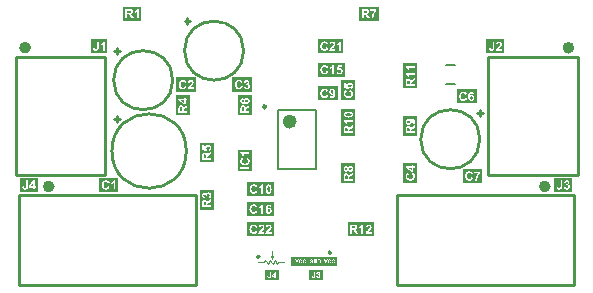
<source format=gto>
%FSLAX25Y25*%
%MOIN*%
G70*
G01*
G75*
G04 Layer_Color=65535*
%ADD10R,0.04528X0.05315*%
%ADD11R,0.05315X0.04528*%
%ADD12O,0.05709X0.02362*%
%ADD13R,0.04528X0.05512*%
%ADD14R,0.04921X0.07087*%
%ADD15R,0.05512X0.04528*%
%ADD16C,0.03000*%
%ADD17C,0.01500*%
%ADD18R,0.15748X0.15748*%
%ADD19O,0.07874X0.11811*%
%ADD20O,0.09843X0.05906*%
%ADD21O,0.05906X0.09843*%
%ADD22O,0.11811X0.07874*%
%ADD23C,0.04000*%
%ADD24C,0.00984*%
%ADD25C,0.01969*%
%ADD26C,0.02362*%
%ADD27C,0.01000*%
%ADD28C,0.00394*%
%ADD29C,0.00787*%
G36*
X156394Y34595D02*
X149803D01*
Y39300D01*
X156394D01*
Y34595D01*
D02*
G37*
G36*
X86871Y16879D02*
X77953D01*
Y21584D01*
X86871D01*
Y16879D01*
D02*
G37*
G36*
X114032Y34646D02*
X109364D01*
Y41126D01*
X114032D01*
Y34646D01*
D02*
G37*
G36*
X186338Y31638D02*
X180315D01*
Y36306D01*
X186338D01*
Y31638D01*
D02*
G37*
G36*
X154462Y61165D02*
X147835D01*
Y65875D01*
X154462D01*
Y61165D01*
D02*
G37*
G36*
X114032Y62205D02*
X109322D01*
Y68855D01*
X114032D01*
Y62205D01*
D02*
G37*
G36*
X79578Y38583D02*
X74873D01*
Y45763D01*
X79578D01*
Y38583D01*
D02*
G37*
G36*
X8272Y31638D02*
X2165D01*
Y36306D01*
X8272D01*
Y31638D01*
D02*
G37*
G36*
X121834Y88780D02*
X115354D01*
Y93383D01*
X121834D01*
Y88780D01*
D02*
G37*
G36*
X86931Y23567D02*
X77953D01*
Y28276D01*
X86931D01*
Y23567D01*
D02*
G37*
G36*
X134646Y66142D02*
X130033D01*
Y74479D01*
X134646D01*
Y66142D01*
D02*
G37*
G36*
X114032Y50394D02*
X109364D01*
Y59206D01*
X114032D01*
Y50394D01*
D02*
G37*
G36*
X110576Y70024D02*
X101575D01*
Y74733D01*
X110576D01*
Y70024D01*
D02*
G37*
G36*
X86876Y30260D02*
X77953D01*
Y34969D01*
X86876D01*
Y30260D01*
D02*
G37*
G36*
X120225Y16929D02*
X111417D01*
Y21542D01*
X120225D01*
Y16929D01*
D02*
G37*
G36*
X108156Y62150D02*
X101575D01*
Y66859D01*
X108156D01*
Y62150D01*
D02*
G37*
G36*
X134701Y50394D02*
X130033D01*
Y56864D01*
X134701D01*
Y50394D01*
D02*
G37*
G36*
X110023Y77902D02*
X101575D01*
Y82607D01*
X110023D01*
Y77902D01*
D02*
G37*
G36*
X134696Y34646D02*
X129991D01*
Y41328D01*
X134696D01*
Y34646D01*
D02*
G37*
G36*
X60898Y65107D02*
X54331D01*
Y69812D01*
X60898D01*
Y65107D01*
D02*
G37*
G36*
X34837Y31642D02*
X28740D01*
Y36347D01*
X34837D01*
Y31642D01*
D02*
G37*
G36*
X31308Y77898D02*
X25787D01*
Y82566D01*
X31308D01*
Y77898D01*
D02*
G37*
G36*
X88451Y2129D02*
X83858D01*
Y5763D01*
X88451D01*
Y2129D01*
D02*
G37*
G36*
X107991Y7064D02*
X92717D01*
Y9944D01*
X107991D01*
Y7064D01*
D02*
G37*
G36*
X66788Y41535D02*
X62129D01*
Y48075D01*
X66788D01*
Y41535D01*
D02*
G37*
G36*
X42601Y88780D02*
X36614D01*
Y93392D01*
X42601D01*
Y88780D01*
D02*
G37*
G36*
X79583Y57284D02*
X74915D01*
Y63800D01*
X79583D01*
Y57284D01*
D02*
G37*
G36*
X66788Y25787D02*
X62120D01*
Y32276D01*
X66788D01*
Y25787D01*
D02*
G37*
G36*
X103159Y2129D02*
X98622D01*
Y5763D01*
X103159D01*
Y2129D01*
D02*
G37*
G36*
X79631Y65102D02*
X73032D01*
Y69812D01*
X79631D01*
Y65102D01*
D02*
G37*
G36*
X163668Y77898D02*
X157677D01*
Y82566D01*
X163668D01*
Y77898D01*
D02*
G37*
G36*
X58858Y57284D02*
X54246D01*
Y63856D01*
X58858D01*
Y57284D01*
D02*
G37*
%LPC*%
G36*
X113189Y55593D02*
X110151D01*
Y55118D01*
X110252Y55077D01*
X110345Y55021D01*
X110428Y54961D01*
X110497Y54901D01*
X110557Y54842D01*
X110598Y54795D01*
X110612Y54782D01*
X110626Y54768D01*
X110631Y54759D01*
X110635Y54754D01*
X110709Y54657D01*
X110764Y54565D01*
X110815Y54482D01*
X110852Y54408D01*
X110884Y54348D01*
X110903Y54302D01*
X110907Y54284D01*
X110912Y54270D01*
X110916Y54265D01*
Y54261D01*
X111442D01*
X111382Y54417D01*
X111313Y54560D01*
X111244Y54685D01*
X111207Y54745D01*
X111170Y54795D01*
X111138Y54846D01*
X111105Y54888D01*
X111078Y54924D01*
X111055Y54957D01*
X111031Y54980D01*
X111018Y54998D01*
X111009Y55007D01*
X111004Y55012D01*
X113189D01*
Y55593D01*
D02*
G37*
G36*
X111783Y58419D02*
X111700D01*
X111543Y58414D01*
X111400Y58405D01*
X111267Y58391D01*
X111142Y58373D01*
X111031Y58350D01*
X110930Y58327D01*
X110843Y58299D01*
X110759Y58271D01*
X110690Y58244D01*
X110631Y58216D01*
X110580Y58193D01*
X110538Y58170D01*
X110511Y58152D01*
X110488Y58138D01*
X110474Y58128D01*
X110469Y58124D01*
X110414Y58073D01*
X110363Y58022D01*
X110322Y57967D01*
X110285Y57912D01*
X110252Y57856D01*
X110229Y57797D01*
X110206Y57741D01*
X110193Y57686D01*
X110179Y57635D01*
X110169Y57589D01*
X110160Y57548D01*
X110156Y57511D01*
X110151Y57478D01*
Y57455D01*
Y57442D01*
Y57437D01*
X110156Y57359D01*
X110165Y57280D01*
X110179Y57211D01*
X110202Y57142D01*
X110225Y57082D01*
X110248Y57027D01*
X110280Y56976D01*
X110308Y56930D01*
X110335Y56888D01*
X110363Y56851D01*
X110391Y56819D01*
X110414Y56796D01*
X110437Y56778D01*
X110451Y56759D01*
X110460Y56755D01*
X110465Y56750D01*
X110538Y56699D01*
X110626Y56653D01*
X110718Y56612D01*
X110815Y56580D01*
X110916Y56552D01*
X111018Y56529D01*
X111221Y56492D01*
X111317Y56478D01*
X111405Y56469D01*
X111483Y56464D01*
X111557Y56460D01*
X111612Y56455D01*
X111695D01*
X111852Y56460D01*
X112000Y56469D01*
X112129Y56478D01*
X112253Y56497D01*
X112364Y56515D01*
X112461Y56538D01*
X112548Y56566D01*
X112627Y56589D01*
X112696Y56612D01*
X112756Y56639D01*
X112802Y56662D01*
X112839Y56681D01*
X112871Y56699D01*
X112889Y56713D01*
X112903Y56718D01*
X112908Y56722D01*
X112968Y56773D01*
X113019Y56833D01*
X113065Y56888D01*
X113101Y56948D01*
X113134Y57008D01*
X113161Y57068D01*
X113184Y57128D01*
X113203Y57183D01*
X113217Y57234D01*
X113226Y57285D01*
X113235Y57326D01*
X113240Y57363D01*
Y57395D01*
X113244Y57419D01*
Y57432D01*
Y57437D01*
X113240Y57515D01*
X113231Y57594D01*
X113217Y57663D01*
X113194Y57727D01*
X113171Y57787D01*
X113147Y57847D01*
X113120Y57898D01*
X113088Y57944D01*
X113060Y57986D01*
X113032Y58018D01*
X113009Y58050D01*
X112982Y58073D01*
X112963Y58096D01*
X112949Y58110D01*
X112940Y58115D01*
X112935Y58119D01*
X112862Y58170D01*
X112774Y58216D01*
X112682Y58258D01*
X112585Y58294D01*
X112484Y58322D01*
X112382Y58345D01*
X112179Y58382D01*
X112083Y58396D01*
X111990Y58405D01*
X111912Y58410D01*
X111838Y58414D01*
X111783Y58419D01*
D02*
G37*
G36*
X64972Y47288D02*
X64935D01*
X64852Y47283D01*
X64774Y47274D01*
X64700Y47265D01*
X64631Y47246D01*
X64566Y47223D01*
X64507Y47200D01*
X64451Y47177D01*
X64401Y47154D01*
X64354Y47126D01*
X64313Y47103D01*
X64281Y47080D01*
X64253Y47057D01*
X64230Y47039D01*
X64216Y47030D01*
X64207Y47021D01*
X64202Y47016D01*
X64152Y46965D01*
X64110Y46910D01*
X64073Y46854D01*
X64041Y46799D01*
X64013Y46744D01*
X63990Y46693D01*
X63958Y46587D01*
X63944Y46541D01*
X63935Y46499D01*
X63930Y46458D01*
X63926Y46426D01*
X63921Y46398D01*
Y46380D01*
Y46366D01*
Y46361D01*
X63926Y46288D01*
X63935Y46214D01*
X63953Y46145D01*
X63967Y46089D01*
X63986Y46038D01*
X64004Y45997D01*
X64013Y45974D01*
X64018Y45965D01*
X63506Y46057D01*
Y47154D01*
X62962D01*
Y45619D01*
X64539Y45324D01*
X64603Y45790D01*
X64566Y45827D01*
X64530Y45868D01*
X64474Y45942D01*
X64438Y46020D01*
X64410Y46089D01*
X64391Y46149D01*
X64387Y46200D01*
X64382Y46218D01*
Y46232D01*
Y46237D01*
Y46241D01*
X64387Y46310D01*
X64405Y46375D01*
X64428Y46430D01*
X64451Y46477D01*
X64479Y46513D01*
X64502Y46541D01*
X64520Y46560D01*
X64525Y46564D01*
X64580Y46606D01*
X64649Y46638D01*
X64719Y46661D01*
X64788Y46679D01*
X64848Y46689D01*
X64899Y46693D01*
X64945D01*
X65046Y46689D01*
X65138Y46675D01*
X65212Y46652D01*
X65276Y46629D01*
X65323Y46606D01*
X65359Y46582D01*
X65378Y46569D01*
X65387Y46564D01*
X65438Y46513D01*
X65470Y46463D01*
X65498Y46412D01*
X65516Y46361D01*
X65525Y46320D01*
X65530Y46288D01*
X65535Y46264D01*
Y46255D01*
X65530Y46200D01*
X65516Y46145D01*
X65498Y46099D01*
X65479Y46057D01*
X65461Y46020D01*
X65442Y45997D01*
X65429Y45979D01*
X65424Y45974D01*
X65378Y45932D01*
X65327Y45900D01*
X65272Y45877D01*
X65226Y45859D01*
X65180Y45845D01*
X65143Y45836D01*
X65120Y45831D01*
X65110D01*
X65171Y45255D01*
X65240Y45269D01*
X65304Y45283D01*
X65429Y45324D01*
X65530Y45375D01*
X65618Y45430D01*
X65654Y45458D01*
X65687Y45481D01*
X65714Y45504D01*
X65737Y45527D01*
X65756Y45545D01*
X65770Y45559D01*
X65774Y45564D01*
X65779Y45568D01*
X65816Y45619D01*
X65853Y45674D01*
X65908Y45785D01*
X65945Y45900D01*
X65973Y46006D01*
X65982Y46057D01*
X65986Y46103D01*
X65996Y46145D01*
Y46181D01*
X66000Y46209D01*
Y46232D01*
Y46246D01*
Y46251D01*
X65996Y46347D01*
X65982Y46435D01*
X65963Y46523D01*
X65940Y46601D01*
X65908Y46675D01*
X65876Y46739D01*
X65839Y46804D01*
X65802Y46859D01*
X65765Y46905D01*
X65728Y46951D01*
X65696Y46988D01*
X65664Y47016D01*
X65641Y47039D01*
X65622Y47057D01*
X65608Y47067D01*
X65604Y47071D01*
X65548Y47108D01*
X65488Y47145D01*
X65373Y47196D01*
X65263Y47237D01*
X65157Y47260D01*
X65110Y47269D01*
X65069Y47279D01*
X65032Y47283D01*
X65000D01*
X64972Y47288D01*
D02*
G37*
G36*
X133858Y53892D02*
X133268Y53523D01*
X133204Y53482D01*
X133148Y53445D01*
X133093Y53412D01*
X133042Y53376D01*
X132959Y53320D01*
X132890Y53269D01*
X132840Y53228D01*
X132807Y53200D01*
X132784Y53182D01*
X132780Y53177D01*
X132729Y53127D01*
X132683Y53071D01*
X132637Y53016D01*
X132600Y52965D01*
X132568Y52919D01*
X132545Y52882D01*
X132531Y52859D01*
X132526Y52855D01*
Y52850D01*
X132512Y52924D01*
X132498Y52988D01*
X132480Y53053D01*
X132457Y53108D01*
X132434Y53163D01*
X132411Y53214D01*
X132388Y53256D01*
X132365Y53297D01*
X132342Y53329D01*
X132319Y53362D01*
X132296Y53385D01*
X132282Y53408D01*
X132263Y53422D01*
X132254Y53435D01*
X132249Y53445D01*
X132245D01*
X132203Y53482D01*
X132157Y53514D01*
X132065Y53560D01*
X131968Y53597D01*
X131881Y53624D01*
X131802Y53638D01*
X131770Y53643D01*
X131738D01*
X131715Y53648D01*
X131682D01*
X131586Y53643D01*
X131493Y53629D01*
X131415Y53606D01*
X131346Y53583D01*
X131286Y53555D01*
X131245Y53537D01*
X131217Y53518D01*
X131208Y53514D01*
X131134Y53458D01*
X131074Y53403D01*
X131023Y53343D01*
X130982Y53288D01*
X130949Y53237D01*
X130926Y53196D01*
X130917Y53168D01*
X130912Y53163D01*
Y53159D01*
X130899Y53117D01*
X130885Y53067D01*
X130866Y52956D01*
X130848Y52841D01*
X130839Y52725D01*
X130834Y52675D01*
Y52624D01*
Y52578D01*
X130830Y52536D01*
Y52504D01*
Y52481D01*
Y52463D01*
Y52458D01*
Y51181D01*
X133858D01*
Y51794D01*
X132595D01*
Y51914D01*
Y51988D01*
X132600Y52052D01*
X132604Y52103D01*
X132614Y52145D01*
X132618Y52177D01*
X132627Y52200D01*
X132632Y52214D01*
Y52218D01*
X132646Y52255D01*
X132664Y52288D01*
X132706Y52347D01*
X132724Y52371D01*
X132743Y52389D01*
X132752Y52398D01*
X132756Y52403D01*
X132775Y52421D01*
X132803Y52440D01*
X132867Y52490D01*
X132936Y52546D01*
X133015Y52596D01*
X133088Y52647D01*
X133116Y52670D01*
X133148Y52689D01*
X133171Y52702D01*
X133190Y52716D01*
X133199Y52721D01*
X133204Y52725D01*
X133858Y53159D01*
Y53892D01*
D02*
G37*
G36*
X78740Y60782D02*
X78150Y60413D01*
X78086Y60371D01*
X78030Y60334D01*
X77975Y60302D01*
X77924Y60265D01*
X77841Y60210D01*
X77772Y60159D01*
X77721Y60118D01*
X77689Y60090D01*
X77666Y60072D01*
X77662Y60067D01*
X77611Y60016D01*
X77565Y59961D01*
X77519Y59906D01*
X77482Y59855D01*
X77449Y59809D01*
X77426Y59772D01*
X77412Y59749D01*
X77408Y59744D01*
Y59740D01*
X77394Y59813D01*
X77380Y59878D01*
X77362Y59943D01*
X77339Y59998D01*
X77316Y60053D01*
X77293Y60104D01*
X77270Y60145D01*
X77247Y60187D01*
X77223Y60219D01*
X77201Y60251D01*
X77177Y60274D01*
X77164Y60298D01*
X77145Y60311D01*
X77136Y60325D01*
X77131Y60334D01*
X77127D01*
X77085Y60371D01*
X77039Y60404D01*
X76947Y60450D01*
X76850Y60487D01*
X76762Y60514D01*
X76684Y60528D01*
X76652Y60533D01*
X76620D01*
X76597Y60537D01*
X76564D01*
X76468Y60533D01*
X76375Y60519D01*
X76297Y60496D01*
X76228Y60473D01*
X76168Y60445D01*
X76126Y60427D01*
X76099Y60408D01*
X76090Y60404D01*
X76016Y60348D01*
X75956Y60293D01*
X75905Y60233D01*
X75864Y60178D01*
X75831Y60127D01*
X75808Y60085D01*
X75799Y60058D01*
X75794Y60053D01*
Y60049D01*
X75781Y60007D01*
X75767Y59956D01*
X75748Y59846D01*
X75730Y59730D01*
X75721Y59615D01*
X75716Y59565D01*
Y59514D01*
Y59468D01*
X75711Y59426D01*
Y59394D01*
Y59371D01*
Y59352D01*
Y59348D01*
Y58071D01*
X78740D01*
Y58684D01*
X77477D01*
Y58804D01*
Y58878D01*
X77482Y58942D01*
X77486Y58993D01*
X77495Y59034D01*
X77500Y59067D01*
X77509Y59090D01*
X77514Y59104D01*
Y59108D01*
X77528Y59145D01*
X77546Y59177D01*
X77588Y59237D01*
X77606Y59260D01*
X77625Y59279D01*
X77634Y59288D01*
X77638Y59293D01*
X77657Y59311D01*
X77684Y59329D01*
X77749Y59380D01*
X77818Y59435D01*
X77897Y59486D01*
X77970Y59537D01*
X77998Y59560D01*
X78030Y59578D01*
X78053Y59592D01*
X78072Y59606D01*
X78081Y59611D01*
X78086Y59615D01*
X78740Y60049D01*
Y60782D01*
D02*
G37*
G36*
X112345Y40338D02*
X112304D01*
X112212Y40334D01*
X112124Y40320D01*
X112046Y40297D01*
X111981Y40274D01*
X111926Y40246D01*
X111884Y40227D01*
X111861Y40209D01*
X111852Y40205D01*
X111783Y40149D01*
X111723Y40089D01*
X111672Y40025D01*
X111631Y39965D01*
X111599Y39909D01*
X111575Y39863D01*
X111566Y39845D01*
X111562Y39831D01*
X111557Y39826D01*
Y39822D01*
X111520Y39891D01*
X111483Y39955D01*
X111442Y40006D01*
X111400Y40052D01*
X111363Y40085D01*
X111336Y40112D01*
X111317Y40126D01*
X111308Y40131D01*
X111244Y40168D01*
X111179Y40195D01*
X111119Y40214D01*
X111059Y40227D01*
X111009Y40237D01*
X110972Y40241D01*
X110935D01*
X110870Y40237D01*
X110810Y40232D01*
X110704Y40205D01*
X110607Y40168D01*
X110524Y40121D01*
X110460Y40075D01*
X110414Y40038D01*
X110395Y40025D01*
X110381Y40011D01*
X110377Y40006D01*
X110372Y40002D01*
X110335Y39955D01*
X110299Y39905D01*
X110243Y39794D01*
X110206Y39683D01*
X110179Y39577D01*
X110169Y39527D01*
X110160Y39481D01*
X110156Y39439D01*
Y39402D01*
X110151Y39375D01*
Y39352D01*
Y39338D01*
Y39333D01*
X110156Y39255D01*
X110160Y39176D01*
X110169Y39107D01*
X110183Y39043D01*
X110202Y38983D01*
X110220Y38928D01*
X110239Y38877D01*
X110262Y38831D01*
X110280Y38794D01*
X110303Y38757D01*
X110322Y38729D01*
X110335Y38702D01*
X110354Y38683D01*
X110363Y38669D01*
X110368Y38665D01*
X110372Y38660D01*
X110414Y38619D01*
X110460Y38582D01*
X110506Y38550D01*
X110552Y38526D01*
X110649Y38480D01*
X110737Y38453D01*
X110815Y38439D01*
X110847Y38434D01*
X110879Y38430D01*
X110903Y38425D01*
X110935D01*
X111009Y38430D01*
X111073Y38439D01*
X111138Y38457D01*
X111193Y38476D01*
X111234Y38494D01*
X111271Y38513D01*
X111290Y38522D01*
X111299Y38526D01*
X111359Y38568D01*
X111410Y38619D01*
X111456Y38674D01*
X111488Y38725D01*
X111520Y38775D01*
X111539Y38812D01*
X111553Y38840D01*
X111557Y38844D01*
Y38849D01*
X111603Y38757D01*
X111654Y38679D01*
X111705Y38614D01*
X111755Y38559D01*
X111801Y38517D01*
X111843Y38490D01*
X111866Y38471D01*
X111871Y38467D01*
X111875D01*
X111953Y38425D01*
X112032Y38397D01*
X112110Y38374D01*
X112179Y38361D01*
X112239Y38351D01*
X112285Y38347D01*
X112327D01*
X112410Y38351D01*
X112484Y38361D01*
X112557Y38374D01*
X112627Y38397D01*
X112687Y38420D01*
X112747Y38448D01*
X112797Y38480D01*
X112843Y38508D01*
X112885Y38540D01*
X112922Y38568D01*
X112954Y38596D01*
X112982Y38619D01*
X113000Y38642D01*
X113014Y38655D01*
X113023Y38665D01*
X113028Y38669D01*
X113065Y38720D01*
X113097Y38775D01*
X113152Y38891D01*
X113189Y39006D01*
X113217Y39116D01*
X113226Y39163D01*
X113231Y39209D01*
X113240Y39250D01*
Y39287D01*
X113244Y39315D01*
Y39338D01*
Y39352D01*
Y39356D01*
X113240Y39439D01*
X113235Y39513D01*
X113221Y39587D01*
X113203Y39656D01*
X113184Y39716D01*
X113161Y39776D01*
X113138Y39831D01*
X113115Y39877D01*
X113092Y39919D01*
X113069Y39960D01*
X113046Y39992D01*
X113028Y40016D01*
X113009Y40038D01*
X112995Y40052D01*
X112991Y40062D01*
X112986Y40066D01*
X112935Y40112D01*
X112880Y40158D01*
X112825Y40191D01*
X112769Y40223D01*
X112710Y40251D01*
X112654Y40274D01*
X112548Y40306D01*
X112497Y40315D01*
X112451Y40324D01*
X112410Y40329D01*
X112373Y40334D01*
X112345Y40338D01*
D02*
G37*
G36*
X121047Y92550D02*
X119064D01*
Y92010D01*
X120378D01*
X120236Y91812D01*
X120106Y91609D01*
X119996Y91411D01*
X119945Y91319D01*
X119904Y91231D01*
X119862Y91148D01*
X119825Y91075D01*
X119798Y91005D01*
X119774Y90950D01*
X119756Y90904D01*
X119738Y90867D01*
X119733Y90849D01*
X119728Y90839D01*
X119687Y90719D01*
X119645Y90600D01*
X119613Y90480D01*
X119585Y90364D01*
X119562Y90259D01*
X119539Y90152D01*
X119521Y90051D01*
X119507Y89959D01*
X119498Y89876D01*
X119489Y89798D01*
X119479Y89733D01*
X119475Y89673D01*
Y89627D01*
X119470Y89595D01*
Y89576D01*
Y89567D01*
X120028D01*
X120033Y89719D01*
X120046Y89876D01*
X120065Y90028D01*
X120079Y90097D01*
X120093Y90166D01*
X120102Y90231D01*
X120116Y90291D01*
X120125Y90342D01*
X120139Y90388D01*
X120143Y90420D01*
X120152Y90447D01*
X120157Y90466D01*
Y90470D01*
X120212Y90660D01*
X120272Y90839D01*
X120305Y90922D01*
X120337Y91001D01*
X120369Y91075D01*
X120401Y91144D01*
X120429Y91208D01*
X120457Y91264D01*
X120480Y91314D01*
X120503Y91356D01*
X120521Y91388D01*
X120535Y91416D01*
X120540Y91429D01*
X120544Y91434D01*
X120590Y91517D01*
X120641Y91595D01*
X120687Y91664D01*
X120729Y91734D01*
X120775Y91794D01*
X120816Y91853D01*
X120853Y91904D01*
X120890Y91950D01*
X120922Y91992D01*
X120955Y92029D01*
X120982Y92061D01*
X121005Y92084D01*
X121024Y92102D01*
X121038Y92121D01*
X121042Y92125D01*
X121047Y92130D01*
Y92550D01*
D02*
G37*
G36*
X117497Y92596D02*
X116142D01*
Y89567D01*
X116755D01*
Y90830D01*
X116948D01*
X117013Y90825D01*
X117064Y90821D01*
X117105Y90812D01*
X117138Y90807D01*
X117161Y90798D01*
X117174Y90793D01*
X117179D01*
X117216Y90779D01*
X117248Y90761D01*
X117308Y90719D01*
X117331Y90701D01*
X117350Y90683D01*
X117359Y90673D01*
X117363Y90669D01*
X117382Y90650D01*
X117400Y90623D01*
X117451Y90558D01*
X117506Y90489D01*
X117557Y90411D01*
X117608Y90337D01*
X117631Y90309D01*
X117649Y90277D01*
X117663Y90254D01*
X117677Y90235D01*
X117682Y90226D01*
X117686Y90222D01*
X118120Y89567D01*
X118852D01*
X118484Y90157D01*
X118442Y90222D01*
X118405Y90277D01*
X118373Y90332D01*
X118336Y90383D01*
X118281Y90466D01*
X118230Y90535D01*
X118189Y90586D01*
X118161Y90618D01*
X118142Y90641D01*
X118138Y90646D01*
X118087Y90696D01*
X118032Y90742D01*
X117977Y90789D01*
X117926Y90825D01*
X117880Y90858D01*
X117843Y90881D01*
X117820Y90895D01*
X117815Y90899D01*
X117811D01*
X117884Y90913D01*
X117949Y90927D01*
X118013Y90945D01*
X118069Y90968D01*
X118124Y90991D01*
X118175Y91014D01*
X118216Y91038D01*
X118258Y91061D01*
X118290Y91084D01*
X118322Y91107D01*
X118345Y91130D01*
X118368Y91144D01*
X118382Y91162D01*
X118396Y91171D01*
X118405Y91176D01*
Y91180D01*
X118442Y91222D01*
X118474Y91268D01*
X118520Y91360D01*
X118557Y91457D01*
X118585Y91545D01*
X118599Y91623D01*
X118604Y91655D01*
Y91688D01*
X118608Y91711D01*
Y91729D01*
Y91738D01*
Y91743D01*
X118604Y91840D01*
X118590Y91932D01*
X118567Y92010D01*
X118544Y92079D01*
X118516Y92139D01*
X118498Y92181D01*
X118479Y92208D01*
X118474Y92218D01*
X118419Y92291D01*
X118364Y92351D01*
X118304Y92402D01*
X118249Y92444D01*
X118198Y92476D01*
X118156Y92499D01*
X118129Y92508D01*
X118124Y92513D01*
X118120D01*
X118078Y92527D01*
X118027Y92540D01*
X117917Y92559D01*
X117801Y92577D01*
X117686Y92586D01*
X117635Y92591D01*
X117539D01*
X117497Y92596D01*
D02*
G37*
G36*
X132429Y56077D02*
X132351D01*
X132203Y56072D01*
X132065Y56063D01*
X131941Y56049D01*
X131825Y56031D01*
X131719Y56008D01*
X131623Y55985D01*
X131535Y55957D01*
X131461Y55929D01*
X131392Y55902D01*
X131337Y55874D01*
X131286Y55851D01*
X131249Y55828D01*
X131217Y55810D01*
X131198Y55796D01*
X131184Y55787D01*
X131180Y55782D01*
X131115Y55727D01*
X131060Y55667D01*
X131014Y55602D01*
X130973Y55538D01*
X130936Y55478D01*
X130908Y55413D01*
X130885Y55353D01*
X130866Y55293D01*
X130853Y55238D01*
X130839Y55187D01*
X130830Y55141D01*
X130825Y55104D01*
X130820Y55072D01*
Y55044D01*
Y55031D01*
Y55026D01*
X130825Y54948D01*
X130834Y54874D01*
X130848Y54805D01*
X130866Y54740D01*
X130885Y54676D01*
X130912Y54620D01*
X130936Y54565D01*
X130963Y54519D01*
X130991Y54477D01*
X131014Y54440D01*
X131042Y54408D01*
X131060Y54381D01*
X131079Y54357D01*
X131092Y54344D01*
X131102Y54334D01*
X131106Y54330D01*
X131161Y54284D01*
X131217Y54242D01*
X131277Y54205D01*
X131341Y54173D01*
X131401Y54145D01*
X131466Y54122D01*
X131581Y54090D01*
X131636Y54081D01*
X131687Y54072D01*
X131733Y54067D01*
X131770Y54062D01*
X131802Y54058D01*
X131848D01*
X131931Y54062D01*
X132005Y54067D01*
X132148Y54099D01*
X132213Y54118D01*
X132273Y54141D01*
X132323Y54164D01*
X132374Y54187D01*
X132420Y54210D01*
X132457Y54233D01*
X132489Y54256D01*
X132517Y54274D01*
X132540Y54293D01*
X132554Y54307D01*
X132563Y54311D01*
X132568Y54316D01*
X132614Y54367D01*
X132655Y54417D01*
X132692Y54468D01*
X132724Y54519D01*
X132752Y54574D01*
X132775Y54625D01*
X132807Y54722D01*
X132826Y54805D01*
X132830Y54837D01*
X132835Y54869D01*
X132840Y54897D01*
Y54915D01*
Y54924D01*
Y54929D01*
X132835Y54989D01*
X132830Y55049D01*
X132798Y55155D01*
X132761Y55247D01*
X132710Y55326D01*
X132664Y55390D01*
X132627Y55436D01*
X132609Y55455D01*
X132595Y55468D01*
X132591Y55473D01*
X132586Y55478D01*
X132678Y55468D01*
X132766Y55459D01*
X132844Y55450D01*
X132913Y55436D01*
X132978Y55422D01*
X133033Y55409D01*
X133079Y55395D01*
X133125Y55386D01*
X133162Y55372D01*
X133194Y55358D01*
X133218Y55349D01*
X133241Y55335D01*
X133254Y55330D01*
X133264Y55321D01*
X133273Y55316D01*
X133328Y55266D01*
X133365Y55215D01*
X133393Y55164D01*
X133416Y55118D01*
X133425Y55077D01*
X133430Y55044D01*
X133434Y55021D01*
Y55012D01*
X133430Y54961D01*
X133420Y54915D01*
X133411Y54878D01*
X133393Y54842D01*
X133379Y54818D01*
X133370Y54795D01*
X133360Y54786D01*
X133356Y54782D01*
X133319Y54754D01*
X133282Y54731D01*
X133236Y54712D01*
X133194Y54699D01*
X133158Y54689D01*
X133125Y54685D01*
X133107Y54680D01*
X133098D01*
X133162Y54118D01*
X133291Y54145D01*
X133406Y54187D01*
X133503Y54233D01*
X133582Y54279D01*
X133646Y54321D01*
X133688Y54357D01*
X133715Y54385D01*
X133720Y54394D01*
X133725D01*
X133789Y54482D01*
X133835Y54579D01*
X133868Y54676D01*
X133891Y54768D01*
X133904Y54846D01*
X133909Y54883D01*
Y54911D01*
X133914Y54938D01*
Y54957D01*
Y54966D01*
Y54971D01*
X133909Y55058D01*
X133900Y55146D01*
X133881Y55224D01*
X133858Y55303D01*
X133831Y55372D01*
X133798Y55436D01*
X133766Y55496D01*
X133729Y55551D01*
X133697Y55602D01*
X133665Y55644D01*
X133632Y55681D01*
X133605Y55713D01*
X133582Y55736D01*
X133563Y55754D01*
X133554Y55764D01*
X133549Y55768D01*
X133476Y55823D01*
X133393Y55870D01*
X133300Y55911D01*
X133208Y55948D01*
X133107Y55976D01*
X133010Y56003D01*
X132812Y56040D01*
X132720Y56049D01*
X132632Y56059D01*
X132554Y56068D01*
X132484Y56072D01*
X132429Y56077D01*
D02*
G37*
G36*
X65945Y45034D02*
X65355Y44665D01*
X65290Y44623D01*
X65235Y44586D01*
X65180Y44554D01*
X65129Y44517D01*
X65046Y44462D01*
X64977Y44411D01*
X64926Y44370D01*
X64894Y44342D01*
X64871Y44324D01*
X64866Y44319D01*
X64815Y44268D01*
X64769Y44213D01*
X64723Y44158D01*
X64686Y44107D01*
X64654Y44061D01*
X64631Y44024D01*
X64617Y44001D01*
X64613Y43996D01*
Y43992D01*
X64599Y44065D01*
X64585Y44130D01*
X64566Y44194D01*
X64543Y44250D01*
X64520Y44305D01*
X64497Y44356D01*
X64474Y44397D01*
X64451Y44439D01*
X64428Y44471D01*
X64405Y44503D01*
X64382Y44526D01*
X64368Y44550D01*
X64350Y44563D01*
X64341Y44577D01*
X64336Y44586D01*
X64331D01*
X64290Y44623D01*
X64244Y44655D01*
X64152Y44702D01*
X64055Y44739D01*
X63967Y44766D01*
X63889Y44780D01*
X63857Y44785D01*
X63824D01*
X63801Y44789D01*
X63769D01*
X63672Y44785D01*
X63580Y44771D01*
X63502Y44748D01*
X63433Y44725D01*
X63373Y44697D01*
X63331Y44679D01*
X63303Y44660D01*
X63294Y44655D01*
X63220Y44600D01*
X63161Y44545D01*
X63110Y44485D01*
X63068Y44430D01*
X63036Y44379D01*
X63013Y44337D01*
X63004Y44310D01*
X62999Y44305D01*
Y44301D01*
X62985Y44259D01*
X62972Y44208D01*
X62953Y44098D01*
X62935Y43982D01*
X62925Y43867D01*
X62921Y43817D01*
Y43766D01*
Y43720D01*
X62916Y43678D01*
Y43646D01*
Y43623D01*
Y43604D01*
Y43600D01*
Y42323D01*
X65945D01*
Y42936D01*
X64682D01*
Y43056D01*
Y43130D01*
X64686Y43194D01*
X64691Y43245D01*
X64700Y43286D01*
X64705Y43319D01*
X64714Y43342D01*
X64719Y43356D01*
Y43360D01*
X64732Y43397D01*
X64751Y43429D01*
X64792Y43489D01*
X64811Y43512D01*
X64829Y43531D01*
X64838Y43540D01*
X64843Y43545D01*
X64862Y43563D01*
X64889Y43581D01*
X64954Y43632D01*
X65023Y43687D01*
X65101Y43738D01*
X65175Y43789D01*
X65203Y43812D01*
X65235Y43830D01*
X65258Y43844D01*
X65276Y43858D01*
X65286Y43863D01*
X65290Y43867D01*
X65945Y44301D01*
Y45034D01*
D02*
G37*
G36*
X77818Y63013D02*
X77772D01*
X77694Y63008D01*
X77615Y63004D01*
X77542Y62990D01*
X77477Y62971D01*
X77412Y62953D01*
X77353Y62930D01*
X77297Y62907D01*
X77251Y62884D01*
X77205Y62856D01*
X77168Y62833D01*
X77136Y62810D01*
X77108Y62792D01*
X77085Y62773D01*
X77071Y62759D01*
X77062Y62755D01*
X77058Y62750D01*
X77007Y62699D01*
X76965Y62649D01*
X76929Y62598D01*
X76896Y62543D01*
X76869Y62492D01*
X76846Y62441D01*
X76813Y62344D01*
X76790Y62261D01*
X76786Y62225D01*
X76781Y62192D01*
X76776Y62169D01*
Y62146D01*
Y62137D01*
Y62132D01*
X76781Y62072D01*
X76786Y62017D01*
X76818Y61911D01*
X76859Y61819D01*
X76905Y61740D01*
X76951Y61681D01*
X76993Y61630D01*
X77012Y61616D01*
X77025Y61602D01*
X77030Y61598D01*
X77034Y61593D01*
X76942Y61602D01*
X76855Y61611D01*
X76776Y61621D01*
X76707Y61630D01*
X76643Y61644D01*
X76587Y61658D01*
X76537Y61671D01*
X76495Y61685D01*
X76458Y61694D01*
X76426Y61708D01*
X76403Y61722D01*
X76380Y61731D01*
X76366Y61736D01*
X76357Y61745D01*
X76348Y61750D01*
X76292Y61800D01*
X76251Y61851D01*
X76223Y61906D01*
X76200Y61957D01*
X76191Y61999D01*
X76186Y62031D01*
X76182Y62054D01*
Y62063D01*
X76186Y62114D01*
X76196Y62155D01*
X76209Y62192D01*
X76223Y62225D01*
X76237Y62252D01*
X76251Y62271D01*
X76260Y62280D01*
X76265Y62284D01*
X76297Y62317D01*
X76338Y62340D01*
X76380Y62358D01*
X76421Y62372D01*
X76458Y62381D01*
X76490Y62391D01*
X76509Y62395D01*
X76518D01*
X76458Y62958D01*
X76329Y62925D01*
X76214Y62884D01*
X76117Y62838D01*
X76039Y62787D01*
X75974Y62741D01*
X75933Y62704D01*
X75905Y62676D01*
X75896Y62672D01*
Y62667D01*
X75831Y62580D01*
X75785Y62483D01*
X75748Y62386D01*
X75725Y62298D01*
X75711Y62215D01*
X75707Y62183D01*
Y62155D01*
X75702Y62128D01*
Y62109D01*
Y62100D01*
Y62095D01*
X75707Y62008D01*
X75716Y61920D01*
X75735Y61842D01*
X75757Y61764D01*
X75790Y61694D01*
X75818Y61630D01*
X75854Y61570D01*
X75887Y61515D01*
X75919Y61464D01*
X75956Y61422D01*
X75983Y61386D01*
X76011Y61353D01*
X76039Y61330D01*
X76057Y61312D01*
X76066Y61303D01*
X76071Y61298D01*
X76145Y61243D01*
X76228Y61197D01*
X76320Y61155D01*
X76412Y61123D01*
X76514Y61090D01*
X76615Y61067D01*
X76809Y61031D01*
X76905Y61021D01*
X76988Y61012D01*
X77071Y61003D01*
X77136Y60998D01*
X77196Y60994D01*
X77274D01*
X77422Y60998D01*
X77555Y61007D01*
X77684Y61021D01*
X77800Y61040D01*
X77906Y61063D01*
X77998Y61086D01*
X78086Y61114D01*
X78159Y61141D01*
X78228Y61164D01*
X78284Y61192D01*
X78334Y61215D01*
X78371Y61238D01*
X78404Y61256D01*
X78422Y61270D01*
X78436Y61279D01*
X78441Y61284D01*
X78505Y61339D01*
X78556Y61399D01*
X78606Y61464D01*
X78643Y61528D01*
X78680Y61588D01*
X78708Y61653D01*
X78731Y61713D01*
X78749Y61773D01*
X78768Y61828D01*
X78777Y61879D01*
X78786Y61925D01*
X78791Y61962D01*
Y61994D01*
X78795Y62022D01*
Y62036D01*
Y62040D01*
X78791Y62119D01*
X78782Y62192D01*
X78768Y62261D01*
X78754Y62326D01*
X78731Y62391D01*
X78708Y62446D01*
X78685Y62501D01*
X78657Y62547D01*
X78630Y62589D01*
X78606Y62630D01*
X78584Y62663D01*
X78560Y62686D01*
X78547Y62709D01*
X78533Y62722D01*
X78523Y62732D01*
X78519Y62736D01*
X78464Y62787D01*
X78404Y62828D01*
X78344Y62865D01*
X78284Y62898D01*
X78219Y62925D01*
X78159Y62944D01*
X78039Y62981D01*
X77984Y62990D01*
X77934Y62999D01*
X77887Y63004D01*
X77851Y63008D01*
X77818Y63013D01*
D02*
G37*
G36*
X113189Y38144D02*
X112599Y37775D01*
X112534Y37734D01*
X112479Y37697D01*
X112424Y37664D01*
X112373Y37628D01*
X112290Y37572D01*
X112221Y37521D01*
X112170Y37480D01*
X112138Y37452D01*
X112115Y37434D01*
X112110Y37429D01*
X112060Y37378D01*
X112013Y37323D01*
X111967Y37268D01*
X111931Y37217D01*
X111898Y37171D01*
X111875Y37134D01*
X111861Y37111D01*
X111857Y37106D01*
Y37102D01*
X111843Y37176D01*
X111829Y37240D01*
X111811Y37305D01*
X111788Y37360D01*
X111765Y37415D01*
X111741Y37466D01*
X111718Y37508D01*
X111695Y37549D01*
X111672Y37581D01*
X111649Y37614D01*
X111626Y37637D01*
X111612Y37660D01*
X111594Y37674D01*
X111585Y37687D01*
X111580Y37697D01*
X111575D01*
X111534Y37734D01*
X111488Y37766D01*
X111396Y37812D01*
X111299Y37849D01*
X111211Y37876D01*
X111133Y37890D01*
X111101Y37895D01*
X111068D01*
X111045Y37900D01*
X111013D01*
X110916Y37895D01*
X110824Y37881D01*
X110746Y37858D01*
X110677Y37835D01*
X110617Y37807D01*
X110575Y37789D01*
X110547Y37770D01*
X110538Y37766D01*
X110465Y37710D01*
X110405Y37655D01*
X110354Y37595D01*
X110312Y37540D01*
X110280Y37489D01*
X110257Y37448D01*
X110248Y37420D01*
X110243Y37415D01*
Y37411D01*
X110229Y37369D01*
X110216Y37319D01*
X110197Y37208D01*
X110179Y37093D01*
X110169Y36977D01*
X110165Y36927D01*
Y36876D01*
Y36830D01*
X110160Y36788D01*
Y36756D01*
Y36733D01*
Y36715D01*
Y36710D01*
Y35433D01*
X113189D01*
Y36046D01*
X111926D01*
Y36166D01*
Y36240D01*
X111931Y36304D01*
X111935Y36355D01*
X111944Y36397D01*
X111949Y36429D01*
X111958Y36452D01*
X111963Y36466D01*
Y36470D01*
X111977Y36507D01*
X111995Y36540D01*
X112037Y36599D01*
X112055Y36623D01*
X112073Y36641D01*
X112083Y36650D01*
X112087Y36655D01*
X112106Y36673D01*
X112133Y36692D01*
X112198Y36742D01*
X112267Y36798D01*
X112345Y36848D01*
X112419Y36899D01*
X112447Y36922D01*
X112479Y36941D01*
X112502Y36954D01*
X112521Y36968D01*
X112530Y36973D01*
X112534Y36977D01*
X113189Y37411D01*
Y38144D01*
D02*
G37*
G36*
Y53892D02*
X112599Y53523D01*
X112534Y53482D01*
X112479Y53445D01*
X112424Y53412D01*
X112373Y53376D01*
X112290Y53320D01*
X112221Y53269D01*
X112170Y53228D01*
X112138Y53200D01*
X112115Y53182D01*
X112110Y53177D01*
X112060Y53127D01*
X112013Y53071D01*
X111967Y53016D01*
X111931Y52965D01*
X111898Y52919D01*
X111875Y52882D01*
X111861Y52859D01*
X111857Y52855D01*
Y52850D01*
X111843Y52924D01*
X111829Y52988D01*
X111811Y53053D01*
X111788Y53108D01*
X111765Y53163D01*
X111741Y53214D01*
X111718Y53256D01*
X111695Y53297D01*
X111672Y53329D01*
X111649Y53362D01*
X111626Y53385D01*
X111612Y53408D01*
X111594Y53422D01*
X111585Y53435D01*
X111580Y53445D01*
X111575D01*
X111534Y53482D01*
X111488Y53514D01*
X111396Y53560D01*
X111299Y53597D01*
X111211Y53624D01*
X111133Y53638D01*
X111101Y53643D01*
X111068D01*
X111045Y53648D01*
X111013D01*
X110916Y53643D01*
X110824Y53629D01*
X110746Y53606D01*
X110677Y53583D01*
X110617Y53555D01*
X110575Y53537D01*
X110547Y53518D01*
X110538Y53514D01*
X110465Y53458D01*
X110405Y53403D01*
X110354Y53343D01*
X110312Y53288D01*
X110280Y53237D01*
X110257Y53196D01*
X110248Y53168D01*
X110243Y53163D01*
Y53159D01*
X110229Y53117D01*
X110216Y53067D01*
X110197Y52956D01*
X110179Y52841D01*
X110169Y52725D01*
X110165Y52675D01*
Y52624D01*
Y52578D01*
X110160Y52536D01*
Y52504D01*
Y52481D01*
Y52463D01*
Y52458D01*
Y51181D01*
X113189D01*
Y51794D01*
X111926D01*
Y51914D01*
Y51988D01*
X111931Y52052D01*
X111935Y52103D01*
X111944Y52145D01*
X111949Y52177D01*
X111958Y52200D01*
X111963Y52214D01*
Y52218D01*
X111977Y52255D01*
X111995Y52288D01*
X112037Y52347D01*
X112055Y52371D01*
X112073Y52389D01*
X112083Y52398D01*
X112087Y52403D01*
X112106Y52421D01*
X112133Y52440D01*
X112198Y52490D01*
X112267Y52546D01*
X112345Y52596D01*
X112419Y52647D01*
X112447Y52670D01*
X112479Y52689D01*
X112502Y52702D01*
X112521Y52716D01*
X112530Y52721D01*
X112534Y52725D01*
X113189Y53159D01*
Y53892D01*
D02*
G37*
G36*
X101186Y9136D02*
X100950D01*
Y8289D01*
X100429Y9136D01*
X100184D01*
Y7874D01*
X100420D01*
Y8702D01*
X100931Y7874D01*
X101186D01*
Y9136D01*
D02*
G37*
G36*
X93976Y8452D02*
X93504D01*
Y8210D01*
X93976D01*
Y8452D01*
D02*
G37*
G36*
X104751Y9136D02*
X104479D01*
X104172Y8202D01*
X103851Y9136D01*
X103576D01*
X104027Y7874D01*
X104302D01*
X104751Y9136D01*
D02*
G37*
G36*
X105446Y9157D02*
X105423D01*
X105375Y9155D01*
X105329Y9149D01*
X105285Y9141D01*
X105245Y9130D01*
X105206Y9116D01*
X105172Y9101D01*
X105139Y9086D01*
X105110Y9070D01*
X105084Y9053D01*
X105061Y9038D01*
X105041Y9022D01*
X105024Y9009D01*
X105013Y8997D01*
X105003Y8990D01*
X104997Y8984D01*
X104995Y8982D01*
X104966Y8947D01*
X104941Y8911D01*
X104920Y8873D01*
X104901Y8832D01*
X104886Y8792D01*
X104874Y8750D01*
X104863Y8711D01*
X104855Y8671D01*
X104847Y8634D01*
X104842Y8602D01*
X104840Y8571D01*
X104836Y8544D01*
Y8523D01*
X104834Y8506D01*
Y8496D01*
Y8492D01*
X104836Y8439D01*
X104842Y8387D01*
X104849Y8339D01*
X104859Y8294D01*
X104872Y8252D01*
X104886Y8214D01*
X104899Y8177D01*
X104914Y8147D01*
X104930Y8118D01*
X104943Y8093D01*
X104959Y8072D01*
X104970Y8055D01*
X104980Y8041D01*
X104988Y8032D01*
X104993Y8026D01*
X104995Y8024D01*
X105026Y7993D01*
X105059Y7968D01*
X105093Y7945D01*
X105128Y7926D01*
X105162Y7909D01*
X105197Y7895D01*
X105229Y7884D01*
X105262Y7874D01*
X105293Y7866D01*
X105320Y7863D01*
X105345Y7859D01*
X105366Y7855D01*
X105383D01*
X105396Y7853D01*
X105408D01*
X105445Y7855D01*
X105481Y7857D01*
X105514Y7863D01*
X105546Y7868D01*
X105575Y7876D01*
X105602Y7884D01*
X105627Y7893D01*
X105650Y7903D01*
X105671Y7913D01*
X105690Y7922D01*
X105706Y7930D01*
X105719Y7937D01*
X105729Y7943D01*
X105736Y7949D01*
X105740Y7951D01*
X105742Y7953D01*
X105767Y7972D01*
X105788Y7995D01*
X105828Y8043D01*
X105861Y8095D01*
X105886Y8145D01*
X105898Y8168D01*
X105907Y8191D01*
X105915Y8210D01*
X105921Y8227D01*
X105926Y8243D01*
X105930Y8252D01*
X105932Y8260D01*
Y8262D01*
X105684Y8339D01*
X105671Y8289D01*
X105654Y8248D01*
X105637Y8212D01*
X105619Y8183D01*
X105604Y8162D01*
X105590Y8145D01*
X105583Y8137D01*
X105579Y8133D01*
X105550Y8112D01*
X105521Y8097D01*
X105492Y8085D01*
X105464Y8078D01*
X105441Y8074D01*
X105421Y8072D01*
X105414Y8070D01*
X105404D01*
X105379Y8072D01*
X105356Y8074D01*
X105312Y8085D01*
X105274Y8101D01*
X105241Y8120D01*
X105216Y8139D01*
X105197Y8154D01*
X105185Y8166D01*
X105183Y8168D01*
X105181Y8170D01*
X105166Y8191D01*
X105155Y8214D01*
X105143Y8239D01*
X105133Y8266D01*
X105118Y8323D01*
X105108Y8379D01*
X105105Y8406D01*
X105101Y8431D01*
X105099Y8452D01*
Y8473D01*
X105097Y8489D01*
Y8502D01*
Y8510D01*
Y8512D01*
X105099Y8552D01*
X105101Y8590D01*
X105105Y8627D01*
X105110Y8657D01*
X105116Y8688D01*
X105124Y8715D01*
X105131Y8738D01*
X105141Y8759D01*
X105149Y8778D01*
X105157Y8794D01*
X105164Y8807D01*
X105170Y8819D01*
X105176Y8826D01*
X105180Y8834D01*
X105183Y8836D01*
Y8838D01*
X105201Y8855D01*
X105218Y8873D01*
X105237Y8886D01*
X105254Y8897D01*
X105293Y8915D01*
X105329Y8926D01*
X105362Y8934D01*
X105375Y8936D01*
X105387Y8938D01*
X105396Y8940D01*
X105410D01*
X105446Y8938D01*
X105479Y8930D01*
X105510Y8922D01*
X105535Y8911D01*
X105556Y8901D01*
X105569Y8892D01*
X105579Y8884D01*
X105583Y8882D01*
X105608Y8859D01*
X105627Y8834D01*
X105644Y8809D01*
X105656Y8784D01*
X105665Y8761D01*
X105673Y8744D01*
X105675Y8732D01*
X105677Y8730D01*
Y8728D01*
X105928Y8788D01*
X105911Y8842D01*
X105890Y8888D01*
X105867Y8926D01*
X105846Y8959D01*
X105826Y8986D01*
X105811Y9003D01*
X105802Y9014D01*
X105800Y9018D01*
X105798D01*
X105769Y9043D01*
X105740Y9065D01*
X105709Y9082D01*
X105679Y9099D01*
X105648Y9112D01*
X105615Y9122D01*
X105587Y9132D01*
X105556Y9139D01*
X105529Y9145D01*
X105504Y9149D01*
X105481Y9153D01*
X105462Y9155D01*
X105446Y9157D01*
D02*
G37*
G36*
X97131D02*
X97108D01*
X97060Y9155D01*
X97014Y9149D01*
X96970Y9141D01*
X96929Y9130D01*
X96891Y9116D01*
X96856Y9101D01*
X96824Y9086D01*
X96795Y9070D01*
X96768Y9053D01*
X96745Y9038D01*
X96726Y9022D01*
X96709Y9009D01*
X96697Y8997D01*
X96687Y8990D01*
X96682Y8984D01*
X96680Y8982D01*
X96651Y8947D01*
X96626Y8911D01*
X96605Y8873D01*
X96586Y8832D01*
X96570Y8792D01*
X96559Y8750D01*
X96547Y8711D01*
X96539Y8671D01*
X96532Y8634D01*
X96526Y8602D01*
X96524Y8571D01*
X96520Y8544D01*
Y8523D01*
X96518Y8506D01*
Y8496D01*
Y8492D01*
X96520Y8439D01*
X96526Y8387D01*
X96534Y8339D01*
X96543Y8294D01*
X96557Y8252D01*
X96570Y8214D01*
X96584Y8177D01*
X96599Y8147D01*
X96614Y8118D01*
X96628Y8093D01*
X96643Y8072D01*
X96655Y8055D01*
X96664Y8041D01*
X96672Y8032D01*
X96678Y8026D01*
X96680Y8024D01*
X96710Y7993D01*
X96743Y7968D01*
X96778Y7945D01*
X96812Y7926D01*
X96847Y7909D01*
X96881Y7895D01*
X96914Y7884D01*
X96947Y7874D01*
X96977Y7866D01*
X97004Y7863D01*
X97029Y7859D01*
X97050Y7855D01*
X97067D01*
X97081Y7853D01*
X97092D01*
X97129Y7855D01*
X97165Y7857D01*
X97198Y7863D01*
X97231Y7868D01*
X97259Y7876D01*
X97286Y7884D01*
X97311Y7893D01*
X97334Y7903D01*
X97356Y7913D01*
X97375Y7922D01*
X97390Y7930D01*
X97404Y7937D01*
X97413Y7943D01*
X97421Y7949D01*
X97425Y7951D01*
X97426Y7953D01*
X97452Y7972D01*
X97473Y7995D01*
X97513Y8043D01*
X97546Y8095D01*
X97571Y8145D01*
X97582Y8168D01*
X97592Y8191D01*
X97599Y8210D01*
X97605Y8227D01*
X97611Y8243D01*
X97615Y8252D01*
X97617Y8260D01*
Y8262D01*
X97369Y8339D01*
X97356Y8289D01*
X97338Y8248D01*
X97321Y8212D01*
X97304Y8183D01*
X97288Y8162D01*
X97275Y8145D01*
X97267Y8137D01*
X97263Y8133D01*
X97234Y8112D01*
X97206Y8097D01*
X97177Y8085D01*
X97148Y8078D01*
X97125Y8074D01*
X97106Y8072D01*
X97098Y8070D01*
X97089D01*
X97064Y8072D01*
X97041Y8074D01*
X96996Y8085D01*
X96958Y8101D01*
X96925Y8120D01*
X96900Y8139D01*
X96881Y8154D01*
X96870Y8166D01*
X96868Y8168D01*
X96866Y8170D01*
X96851Y8191D01*
X96839Y8214D01*
X96828Y8239D01*
X96818Y8266D01*
X96803Y8323D01*
X96793Y8379D01*
X96789Y8406D01*
X96785Y8431D01*
X96783Y8452D01*
Y8473D01*
X96781Y8489D01*
Y8502D01*
Y8510D01*
Y8512D01*
X96783Y8552D01*
X96785Y8590D01*
X96789Y8627D01*
X96795Y8657D01*
X96801Y8688D01*
X96808Y8715D01*
X96816Y8738D01*
X96826Y8759D01*
X96833Y8778D01*
X96841Y8794D01*
X96849Y8807D01*
X96854Y8819D01*
X96860Y8826D01*
X96864Y8834D01*
X96868Y8836D01*
Y8838D01*
X96885Y8855D01*
X96902Y8873D01*
X96922Y8886D01*
X96939Y8897D01*
X96977Y8915D01*
X97014Y8926D01*
X97046Y8934D01*
X97060Y8936D01*
X97071Y8938D01*
X97081Y8940D01*
X97094D01*
X97131Y8938D01*
X97163Y8930D01*
X97194Y8922D01*
X97219Y8911D01*
X97240Y8901D01*
X97254Y8892D01*
X97263Y8884D01*
X97267Y8882D01*
X97292Y8859D01*
X97311Y8834D01*
X97329Y8809D01*
X97340Y8784D01*
X97350Y8761D01*
X97357Y8744D01*
X97359Y8732D01*
X97361Y8730D01*
Y8728D01*
X97613Y8788D01*
X97596Y8842D01*
X97574Y8888D01*
X97551Y8926D01*
X97530Y8959D01*
X97511Y8986D01*
X97496Y9003D01*
X97486Y9014D01*
X97484Y9018D01*
X97482D01*
X97453Y9043D01*
X97425Y9065D01*
X97394Y9082D01*
X97363Y9099D01*
X97333Y9112D01*
X97300Y9122D01*
X97271Y9132D01*
X97240Y9139D01*
X97213Y9145D01*
X97189Y9149D01*
X97165Y9153D01*
X97146Y9155D01*
X97131Y9157D01*
D02*
G37*
G36*
X95860D02*
X95837D01*
X95789Y9155D01*
X95743Y9149D01*
X95698Y9141D01*
X95658Y9130D01*
X95620Y9116D01*
X95585Y9101D01*
X95553Y9086D01*
X95524Y9070D01*
X95497Y9053D01*
X95474Y9038D01*
X95455Y9022D01*
X95437Y9009D01*
X95426Y8997D01*
X95416Y8990D01*
X95411Y8984D01*
X95409Y8982D01*
X95380Y8947D01*
X95355Y8911D01*
X95334Y8873D01*
X95315Y8832D01*
X95299Y8792D01*
X95288Y8750D01*
X95276Y8711D01*
X95268Y8671D01*
X95261Y8634D01*
X95255Y8602D01*
X95253Y8571D01*
X95249Y8544D01*
Y8523D01*
X95247Y8506D01*
Y8496D01*
Y8492D01*
X95249Y8439D01*
X95255Y8387D01*
X95263Y8339D01*
X95272Y8294D01*
X95286Y8252D01*
X95299Y8214D01*
X95313Y8177D01*
X95328Y8147D01*
X95343Y8118D01*
X95357Y8093D01*
X95372Y8072D01*
X95384Y8055D01*
X95393Y8041D01*
X95401Y8032D01*
X95407Y8026D01*
X95409Y8024D01*
X95439Y7993D01*
X95472Y7968D01*
X95507Y7945D01*
X95541Y7926D01*
X95576Y7909D01*
X95610Y7895D01*
X95643Y7884D01*
X95675Y7874D01*
X95706Y7866D01*
X95733Y7863D01*
X95758Y7859D01*
X95779Y7855D01*
X95797D01*
X95810Y7853D01*
X95821D01*
X95858Y7855D01*
X95894Y7857D01*
X95927Y7863D01*
X95960Y7868D01*
X95989Y7876D01*
X96015Y7884D01*
X96040Y7893D01*
X96063Y7903D01*
X96084Y7913D01*
X96104Y7922D01*
X96119Y7930D01*
X96132Y7937D01*
X96142Y7943D01*
X96150Y7949D01*
X96154Y7951D01*
X96156Y7953D01*
X96180Y7972D01*
X96202Y7995D01*
X96242Y8043D01*
X96275Y8095D01*
X96299Y8145D01*
X96311Y8168D01*
X96321Y8191D01*
X96328Y8210D01*
X96334Y8227D01*
X96340Y8243D01*
X96344Y8252D01*
X96346Y8260D01*
Y8262D01*
X96098Y8339D01*
X96084Y8289D01*
X96067Y8248D01*
X96050Y8212D01*
X96033Y8183D01*
X96017Y8162D01*
X96004Y8145D01*
X95996Y8137D01*
X95992Y8133D01*
X95964Y8112D01*
X95935Y8097D01*
X95906Y8085D01*
X95877Y8078D01*
X95854Y8074D01*
X95835Y8072D01*
X95827Y8070D01*
X95818D01*
X95793Y8072D01*
X95770Y8074D01*
X95725Y8085D01*
X95687Y8101D01*
X95654Y8120D01*
X95629Y8139D01*
X95610Y8154D01*
X95599Y8166D01*
X95597Y8168D01*
X95595Y8170D01*
X95579Y8191D01*
X95568Y8214D01*
X95556Y8239D01*
X95547Y8266D01*
X95531Y8323D01*
X95522Y8379D01*
X95518Y8406D01*
X95514Y8431D01*
X95512Y8452D01*
Y8473D01*
X95510Y8489D01*
Y8502D01*
Y8510D01*
Y8512D01*
X95512Y8552D01*
X95514Y8590D01*
X95518Y8627D01*
X95524Y8657D01*
X95530Y8688D01*
X95537Y8715D01*
X95545Y8738D01*
X95555Y8759D01*
X95562Y8778D01*
X95570Y8794D01*
X95578Y8807D01*
X95583Y8819D01*
X95589Y8826D01*
X95593Y8834D01*
X95597Y8836D01*
Y8838D01*
X95614Y8855D01*
X95631Y8873D01*
X95651Y8886D01*
X95668Y8897D01*
X95706Y8915D01*
X95743Y8926D01*
X95775Y8934D01*
X95789Y8936D01*
X95800Y8938D01*
X95810Y8940D01*
X95823D01*
X95860Y8938D01*
X95893Y8930D01*
X95923Y8922D01*
X95948Y8911D01*
X95969Y8901D01*
X95983Y8892D01*
X95992Y8884D01*
X95996Y8882D01*
X96021Y8859D01*
X96040Y8834D01*
X96058Y8809D01*
X96069Y8784D01*
X96079Y8761D01*
X96086Y8744D01*
X96088Y8732D01*
X96090Y8730D01*
Y8728D01*
X96342Y8788D01*
X96324Y8842D01*
X96303Y8888D01*
X96280Y8926D01*
X96259Y8959D01*
X96240Y8986D01*
X96225Y9003D01*
X96215Y9014D01*
X96213Y9018D01*
X96211D01*
X96182Y9043D01*
X96154Y9065D01*
X96123Y9082D01*
X96092Y9099D01*
X96061Y9112D01*
X96029Y9122D01*
X96000Y9132D01*
X95969Y9139D01*
X95942Y9145D01*
X95917Y9149D01*
X95894Y9153D01*
X95875Y9155D01*
X95860Y9157D01*
D02*
G37*
G36*
X87415Y4976D02*
X87089D01*
X86215Y3693D01*
Y3358D01*
X87040D01*
Y2953D01*
X87415D01*
Y3358D01*
X87664D01*
Y3696D01*
X87415D01*
Y4976D01*
D02*
G37*
G36*
X100699Y4970D02*
X100291D01*
Y3662D01*
Y3619D01*
X100287Y3579D01*
X100285Y3542D01*
X100281Y3509D01*
X100278Y3478D01*
X100272Y3453D01*
X100266Y3429D01*
X100263Y3410D01*
X100251Y3376D01*
X100241Y3355D01*
X100235Y3343D01*
X100232Y3340D01*
X100208Y3315D01*
X100180Y3297D01*
X100149Y3281D01*
X100116Y3272D01*
X100088Y3266D01*
X100063Y3263D01*
X100042D01*
X99996Y3269D01*
X99956Y3281D01*
X99922Y3297D01*
X99895Y3318D01*
X99873Y3337D01*
X99858Y3355D01*
X99849Y3367D01*
X99845Y3370D01*
X99830Y3401D01*
X99821Y3438D01*
X99812Y3478D01*
X99805Y3521D01*
X99799Y3558D01*
Y3588D01*
X99796Y3601D01*
Y3610D01*
Y3613D01*
Y3616D01*
X99410Y3573D01*
X99413Y3515D01*
X99416Y3459D01*
X99425Y3407D01*
X99434Y3358D01*
X99446Y3315D01*
X99459Y3275D01*
X99474Y3238D01*
X99489Y3204D01*
X99505Y3177D01*
X99520Y3152D01*
X99532Y3131D01*
X99545Y3112D01*
X99554Y3100D01*
X99563Y3091D01*
X99566Y3085D01*
X99569Y3082D01*
X99600Y3054D01*
X99637Y3026D01*
X99673Y3005D01*
X99710Y2987D01*
X99787Y2956D01*
X99861Y2937D01*
X99895Y2931D01*
X99928Y2925D01*
X99956Y2922D01*
X99980Y2919D01*
X100002Y2916D01*
X100030D01*
X100122Y2919D01*
X100202Y2931D01*
X100272Y2950D01*
X100330Y2968D01*
X100355Y2977D01*
X100376Y2987D01*
X100395Y2996D01*
X100410Y3005D01*
X100423Y3011D01*
X100432Y3017D01*
X100435Y3020D01*
X100438D01*
X100493Y3063D01*
X100536Y3109D01*
X100576Y3159D01*
X100604Y3201D01*
X100625Y3241D01*
X100641Y3275D01*
X100647Y3287D01*
X100650Y3297D01*
X100653Y3300D01*
Y3303D01*
X100668Y3358D01*
X100680Y3419D01*
X100687Y3484D01*
X100693Y3548D01*
X100696Y3604D01*
X100699Y3628D01*
Y3650D01*
Y3665D01*
Y3677D01*
Y3686D01*
Y3690D01*
Y4970D01*
D02*
G37*
G36*
X101709Y4976D02*
X101681D01*
X101620Y4973D01*
X101562Y4967D01*
X101513Y4954D01*
X101466Y4945D01*
X101430Y4933D01*
X101402Y4921D01*
X101383Y4914D01*
X101380Y4911D01*
X101377D01*
X101331Y4887D01*
X101288Y4859D01*
X101255Y4832D01*
X101224Y4804D01*
X101199Y4776D01*
X101184Y4758D01*
X101172Y4746D01*
X101169Y4739D01*
X101144Y4697D01*
X101119Y4647D01*
X101101Y4598D01*
X101086Y4552D01*
X101073Y4509D01*
X101064Y4476D01*
X101061Y4463D01*
Y4454D01*
X101058Y4448D01*
Y4445D01*
X101414Y4386D01*
X101420Y4433D01*
X101433Y4473D01*
X101445Y4506D01*
X101460Y4537D01*
X101476Y4558D01*
X101485Y4574D01*
X101494Y4583D01*
X101497Y4586D01*
X101525Y4611D01*
X101555Y4626D01*
X101583Y4638D01*
X101611Y4647D01*
X101635Y4654D01*
X101654Y4657D01*
X101669D01*
X101706Y4654D01*
X101740Y4647D01*
X101767Y4638D01*
X101792Y4626D01*
X101810Y4614D01*
X101822Y4605D01*
X101832Y4598D01*
X101835Y4595D01*
X101856Y4571D01*
X101872Y4543D01*
X101881Y4515D01*
X101890Y4491D01*
X101893Y4469D01*
X101896Y4451D01*
Y4436D01*
Y4433D01*
X101893Y4390D01*
X101884Y4353D01*
X101869Y4319D01*
X101853Y4291D01*
X101838Y4270D01*
X101822Y4251D01*
X101813Y4242D01*
X101810Y4239D01*
X101777Y4218D01*
X101737Y4199D01*
X101697Y4187D01*
X101660Y4181D01*
X101626Y4178D01*
X101595Y4175D01*
X101571D01*
X101528Y3861D01*
X101565Y3871D01*
X101598Y3880D01*
X101629Y3886D01*
X101654Y3889D01*
X101675Y3892D01*
X101703D01*
X101743Y3889D01*
X101779Y3880D01*
X101813Y3865D01*
X101841Y3849D01*
X101865Y3834D01*
X101881Y3819D01*
X101893Y3809D01*
X101896Y3806D01*
X101924Y3773D01*
X101942Y3733D01*
X101958Y3696D01*
X101967Y3659D01*
X101973Y3625D01*
X101976Y3598D01*
Y3579D01*
Y3576D01*
Y3573D01*
X101973Y3518D01*
X101964Y3469D01*
X101948Y3426D01*
X101936Y3389D01*
X101921Y3361D01*
X101905Y3343D01*
X101896Y3327D01*
X101893Y3324D01*
X101859Y3294D01*
X101826Y3272D01*
X101792Y3257D01*
X101761Y3247D01*
X101734Y3241D01*
X101712Y3235D01*
X101690D01*
X101651Y3238D01*
X101614Y3247D01*
X101583Y3260D01*
X101555Y3272D01*
X101531Y3284D01*
X101515Y3297D01*
X101503Y3306D01*
X101500Y3309D01*
X101472Y3340D01*
X101451Y3376D01*
X101436Y3413D01*
X101423Y3447D01*
X101414Y3481D01*
X101408Y3505D01*
X101405Y3524D01*
Y3527D01*
Y3530D01*
X101031Y3484D01*
X101037Y3438D01*
X101046Y3392D01*
X101073Y3312D01*
X101107Y3241D01*
X101144Y3183D01*
X101163Y3159D01*
X101178Y3137D01*
X101193Y3115D01*
X101208Y3100D01*
X101221Y3088D01*
X101230Y3079D01*
X101233Y3076D01*
X101236Y3073D01*
X101270Y3045D01*
X101307Y3020D01*
X101347Y2999D01*
X101383Y2984D01*
X101460Y2953D01*
X101534Y2934D01*
X101565Y2928D01*
X101595Y2925D01*
X101623Y2922D01*
X101647Y2919D01*
X101666Y2916D01*
X101694D01*
X101746Y2919D01*
X101798Y2925D01*
X101844Y2934D01*
X101890Y2947D01*
X101933Y2959D01*
X101973Y2974D01*
X102010Y2993D01*
X102044Y3011D01*
X102074Y3026D01*
X102099Y3045D01*
X102123Y3060D01*
X102142Y3076D01*
X102157Y3085D01*
X102166Y3094D01*
X102173Y3100D01*
X102176Y3103D01*
X102209Y3140D01*
X102240Y3177D01*
X102268Y3214D01*
X102289Y3254D01*
X102308Y3291D01*
X102323Y3327D01*
X102348Y3398D01*
X102357Y3432D01*
X102363Y3462D01*
X102366Y3487D01*
X102369Y3511D01*
X102372Y3530D01*
Y3542D01*
Y3551D01*
Y3554D01*
X102369Y3622D01*
X102357Y3680D01*
X102338Y3736D01*
X102320Y3782D01*
X102301Y3819D01*
X102283Y3846D01*
X102271Y3861D01*
X102268Y3868D01*
X102225Y3911D01*
X102182Y3948D01*
X102136Y3978D01*
X102090Y4000D01*
X102053Y4015D01*
X102019Y4027D01*
X102007Y4030D01*
X102001D01*
X101994Y4033D01*
X101991D01*
X102044Y4064D01*
X102086Y4098D01*
X102126Y4132D01*
X102160Y4169D01*
X102188Y4202D01*
X102212Y4239D01*
X102231Y4273D01*
X102246Y4307D01*
X102259Y4337D01*
X102268Y4365D01*
X102274Y4390D01*
X102280Y4414D01*
Y4433D01*
X102283Y4445D01*
Y4454D01*
Y4457D01*
Y4491D01*
X102277Y4525D01*
X102261Y4589D01*
X102237Y4644D01*
X102212Y4693D01*
X102185Y4736D01*
X102160Y4767D01*
X102151Y4776D01*
X102145Y4786D01*
X102142Y4789D01*
X102139Y4792D01*
X102105Y4826D01*
X102071Y4853D01*
X102031Y4878D01*
X101994Y4899D01*
X101958Y4918D01*
X101918Y4930D01*
X101847Y4954D01*
X101813Y4961D01*
X101779Y4967D01*
X101752Y4970D01*
X101727Y4973D01*
X101709Y4976D01*
D02*
G37*
G36*
X95165Y9136D02*
X94892D01*
X94585Y8202D01*
X94264Y9136D01*
X93990D01*
X94441Y7874D01*
X94715D01*
X95165Y9136D01*
D02*
G37*
G36*
X101956D02*
X101455D01*
Y7874D01*
X101931D01*
X101981Y7876D01*
X102027Y7878D01*
X102065Y7882D01*
X102096Y7887D01*
X102123Y7891D01*
X102140Y7895D01*
X102152Y7897D01*
X102155Y7899D01*
X102196Y7914D01*
X102230Y7930D01*
X102261Y7947D01*
X102288Y7964D01*
X102307Y7978D01*
X102322Y7989D01*
X102330Y7999D01*
X102334Y8001D01*
X102365Y8035D01*
X102392Y8072D01*
X102415Y8108D01*
X102434Y8145D01*
X102449Y8175D01*
X102455Y8189D01*
X102461Y8201D01*
X102465Y8210D01*
X102466Y8218D01*
X102469Y8222D01*
Y8224D01*
X102482Y8268D01*
X102491Y8314D01*
X102499Y8358D01*
X102503Y8400D01*
X102507Y8437D01*
Y8452D01*
X102509Y8465D01*
Y8477D01*
Y8485D01*
Y8490D01*
Y8492D01*
X102507Y8556D01*
X102503Y8613D01*
X102495Y8665D01*
X102491Y8686D01*
X102488Y8707D01*
X102484Y8727D01*
X102480Y8742D01*
X102476Y8757D01*
X102472Y8769D01*
X102470Y8778D01*
X102469Y8784D01*
X102466Y8788D01*
Y8790D01*
X102449Y8834D01*
X102430Y8873D01*
X102411Y8907D01*
X102392Y8938D01*
X102373Y8961D01*
X102359Y8978D01*
X102349Y8990D01*
X102348Y8993D01*
X102346D01*
X102315Y9022D01*
X102282Y9047D01*
X102252Y9068D01*
X102223Y9084D01*
X102196Y9095D01*
X102177Y9105D01*
X102169Y9107D01*
X102163Y9109D01*
X102159Y9111D01*
X102157D01*
X102123Y9118D01*
X102085Y9126D01*
X102046Y9130D01*
X102006Y9132D01*
X101971Y9134D01*
X101956Y9136D01*
D02*
G37*
G36*
X85935Y4970D02*
X85527D01*
Y3662D01*
Y3619D01*
X85524Y3579D01*
X85521Y3542D01*
X85518Y3509D01*
X85514Y3478D01*
X85508Y3453D01*
X85502Y3429D01*
X85499Y3410D01*
X85487Y3376D01*
X85478Y3355D01*
X85472Y3343D01*
X85469Y3340D01*
X85444Y3315D01*
X85416Y3297D01*
X85386Y3281D01*
X85352Y3272D01*
X85324Y3266D01*
X85300Y3263D01*
X85278D01*
X85232Y3269D01*
X85192Y3281D01*
X85158Y3297D01*
X85131Y3318D01*
X85109Y3337D01*
X85094Y3355D01*
X85085Y3367D01*
X85082Y3370D01*
X85066Y3401D01*
X85057Y3438D01*
X85048Y3478D01*
X85042Y3521D01*
X85036Y3558D01*
Y3588D01*
X85032Y3601D01*
Y3610D01*
Y3613D01*
Y3616D01*
X84646Y3573D01*
X84649Y3515D01*
X84652Y3459D01*
X84661Y3407D01*
X84670Y3358D01*
X84683Y3315D01*
X84695Y3275D01*
X84710Y3238D01*
X84725Y3204D01*
X84741Y3177D01*
X84756Y3152D01*
X84768Y3131D01*
X84781Y3112D01*
X84790Y3100D01*
X84799Y3091D01*
X84802Y3085D01*
X84805Y3082D01*
X84836Y3054D01*
X84873Y3026D01*
X84910Y3005D01*
X84947Y2987D01*
X85023Y2956D01*
X85097Y2937D01*
X85131Y2931D01*
X85164Y2925D01*
X85192Y2922D01*
X85217Y2919D01*
X85238Y2916D01*
X85266D01*
X85358Y2919D01*
X85438Y2931D01*
X85508Y2950D01*
X85567Y2968D01*
X85591Y2977D01*
X85613Y2987D01*
X85631Y2996D01*
X85646Y3005D01*
X85659Y3011D01*
X85668Y3017D01*
X85671Y3020D01*
X85674D01*
X85729Y3063D01*
X85772Y3109D01*
X85812Y3159D01*
X85840Y3201D01*
X85861Y3241D01*
X85877Y3275D01*
X85883Y3287D01*
X85886Y3297D01*
X85889Y3300D01*
Y3303D01*
X85904Y3358D01*
X85917Y3419D01*
X85923Y3484D01*
X85929Y3548D01*
X85932Y3604D01*
X85935Y3628D01*
Y3650D01*
Y3665D01*
Y3677D01*
Y3686D01*
Y3690D01*
Y4970D01*
D02*
G37*
G36*
X118516Y20755D02*
X118401D01*
X118327Y20745D01*
X118198Y20722D01*
X118082Y20685D01*
X118032Y20667D01*
X117986Y20649D01*
X117940Y20630D01*
X117903Y20612D01*
X117870Y20593D01*
X117847Y20575D01*
X117824Y20561D01*
X117810Y20552D01*
X117801Y20547D01*
X117797Y20542D01*
X117751Y20501D01*
X117704Y20455D01*
X117668Y20404D01*
X117631Y20349D01*
X117575Y20234D01*
X117534Y20123D01*
X117516Y20068D01*
X117506Y20017D01*
X117492Y19975D01*
X117488Y19934D01*
X117479Y19902D01*
Y19879D01*
X117474Y19860D01*
Y19856D01*
X118050Y19800D01*
X118060Y19888D01*
X118073Y19966D01*
X118096Y20026D01*
X118115Y20077D01*
X118138Y20118D01*
X118152Y20142D01*
X118166Y20160D01*
X118170Y20165D01*
X118216Y20201D01*
X118262Y20229D01*
X118313Y20247D01*
X118359Y20261D01*
X118396Y20270D01*
X118433Y20275D01*
X118461D01*
X118525Y20270D01*
X118585Y20257D01*
X118636Y20243D01*
X118677Y20224D01*
X118710Y20201D01*
X118733Y20188D01*
X118746Y20174D01*
X118751Y20169D01*
X118788Y20128D01*
X118811Y20077D01*
X118829Y20026D01*
X118843Y19980D01*
X118852Y19939D01*
X118857Y19902D01*
Y19879D01*
Y19870D01*
X118852Y19805D01*
X118839Y19740D01*
X118820Y19680D01*
X118797Y19625D01*
X118774Y19579D01*
X118756Y19547D01*
X118742Y19524D01*
X118737Y19514D01*
X118719Y19487D01*
X118691Y19455D01*
X118659Y19422D01*
X118622Y19385D01*
X118544Y19302D01*
X118461Y19219D01*
X118382Y19146D01*
X118345Y19109D01*
X118318Y19081D01*
X118290Y19058D01*
X118272Y19035D01*
X118258Y19026D01*
X118253Y19021D01*
X118166Y18938D01*
X118082Y18860D01*
X118013Y18786D01*
X117944Y18717D01*
X117884Y18652D01*
X117834Y18593D01*
X117783Y18537D01*
X117741Y18486D01*
X117709Y18445D01*
X117677Y18404D01*
X117654Y18371D01*
X117631Y18343D01*
X117617Y18320D01*
X117608Y18307D01*
X117598Y18297D01*
Y18293D01*
X117543Y18191D01*
X117502Y18090D01*
X117465Y17993D01*
X117442Y17901D01*
X117423Y17827D01*
X117419Y17795D01*
X117414Y17767D01*
X117410Y17749D01*
X117405Y17730D01*
Y17721D01*
Y17717D01*
X119438D01*
Y18256D01*
X118281D01*
X118318Y18316D01*
X118359Y18362D01*
X118373Y18385D01*
X118387Y18399D01*
X118396Y18408D01*
X118401Y18413D01*
X118419Y18431D01*
X118438Y18450D01*
X118488Y18500D01*
X118544Y18556D01*
X118603Y18611D01*
X118659Y18666D01*
X118705Y18708D01*
X118719Y18726D01*
X118733Y18740D01*
X118742Y18745D01*
X118746Y18749D01*
X118843Y18837D01*
X118921Y18915D01*
X118991Y18984D01*
X119041Y19040D01*
X119083Y19081D01*
X119111Y19113D01*
X119124Y19132D01*
X119129Y19137D01*
X119184Y19210D01*
X119235Y19279D01*
X119276Y19344D01*
X119309Y19404D01*
X119332Y19450D01*
X119350Y19487D01*
X119360Y19510D01*
X119364Y19519D01*
X119387Y19588D01*
X119406Y19662D01*
X119419Y19727D01*
X119429Y19786D01*
X119433Y19837D01*
X119438Y19879D01*
Y19902D01*
Y19911D01*
X119433Y19975D01*
X119429Y20040D01*
X119396Y20155D01*
X119355Y20257D01*
X119309Y20344D01*
X119263Y20413D01*
X119240Y20446D01*
X119221Y20469D01*
X119203Y20487D01*
X119189Y20501D01*
X119184Y20506D01*
X119180Y20510D01*
X119129Y20552D01*
X119078Y20593D01*
X119018Y20626D01*
X118963Y20653D01*
X118843Y20695D01*
X118733Y20722D01*
X118677Y20736D01*
X118631Y20741D01*
X118585Y20745D01*
X118548Y20750D01*
X118516Y20755D01*
D02*
G37*
G36*
X116616D02*
X116142D01*
X116100Y20653D01*
X116045Y20561D01*
X115985Y20478D01*
X115925Y20409D01*
X115865Y20349D01*
X115819Y20307D01*
X115805Y20294D01*
X115791Y20280D01*
X115782Y20275D01*
X115778Y20270D01*
X115681Y20197D01*
X115588Y20142D01*
X115506Y20091D01*
X115432Y20054D01*
X115372Y20022D01*
X115326Y20003D01*
X115307Y19998D01*
X115294Y19994D01*
X115289Y19989D01*
X115284D01*
Y19464D01*
X115441Y19524D01*
X115584Y19593D01*
X115708Y19662D01*
X115768Y19699D01*
X115819Y19736D01*
X115870Y19768D01*
X115911Y19800D01*
X115948Y19828D01*
X115980Y19851D01*
X116003Y19874D01*
X116022Y19888D01*
X116031Y19897D01*
X116036Y19902D01*
Y17717D01*
X116616D01*
Y20755D01*
D02*
G37*
G36*
X113560Y20745D02*
X112205D01*
Y17717D01*
X112818D01*
Y18980D01*
X113012D01*
X113076Y18975D01*
X113127Y18970D01*
X113168Y18961D01*
X113200Y18957D01*
X113224Y18947D01*
X113237Y18943D01*
X113242D01*
X113279Y18929D01*
X113311Y18911D01*
X113371Y18869D01*
X113394Y18851D01*
X113413Y18832D01*
X113422Y18823D01*
X113426Y18818D01*
X113445Y18800D01*
X113463Y18772D01*
X113514Y18708D01*
X113569Y18639D01*
X113620Y18560D01*
X113671Y18486D01*
X113694Y18459D01*
X113712Y18427D01*
X113726Y18404D01*
X113740Y18385D01*
X113744Y18376D01*
X113749Y18371D01*
X114182Y17717D01*
X114916D01*
X114547Y18307D01*
X114505Y18371D01*
X114468Y18427D01*
X114436Y18482D01*
X114399Y18533D01*
X114344Y18616D01*
X114293Y18685D01*
X114252Y18735D01*
X114224Y18768D01*
X114206Y18791D01*
X114201Y18795D01*
X114150Y18846D01*
X114095Y18892D01*
X114040Y18938D01*
X113989Y18975D01*
X113943Y19007D01*
X113906Y19030D01*
X113883Y19044D01*
X113878Y19049D01*
X113874D01*
X113947Y19063D01*
X114012Y19076D01*
X114076Y19095D01*
X114132Y19118D01*
X114187Y19141D01*
X114238Y19164D01*
X114279Y19187D01*
X114321Y19210D01*
X114353Y19233D01*
X114385Y19256D01*
X114408Y19279D01*
X114431Y19293D01*
X114445Y19312D01*
X114459Y19321D01*
X114468Y19326D01*
Y19330D01*
X114505Y19372D01*
X114537Y19418D01*
X114584Y19510D01*
X114620Y19607D01*
X114648Y19694D01*
X114662Y19773D01*
X114666Y19805D01*
Y19837D01*
X114671Y19860D01*
Y19879D01*
Y19888D01*
Y19893D01*
X114666Y19989D01*
X114653Y20082D01*
X114630Y20160D01*
X114607Y20229D01*
X114579Y20289D01*
X114560Y20331D01*
X114542Y20358D01*
X114537Y20367D01*
X114482Y20441D01*
X114427Y20501D01*
X114367Y20552D01*
X114312Y20593D01*
X114261Y20626D01*
X114219Y20649D01*
X114192Y20658D01*
X114187Y20662D01*
X114182D01*
X114141Y20676D01*
X114090Y20690D01*
X113980Y20708D01*
X113864Y20727D01*
X113749Y20736D01*
X113698Y20741D01*
X113602D01*
X113560Y20745D01*
D02*
G37*
G36*
X133858Y73692D02*
X130820D01*
Y73217D01*
X130922Y73176D01*
X131014Y73120D01*
X131097Y73061D01*
X131166Y73001D01*
X131226Y72941D01*
X131267Y72895D01*
X131281Y72881D01*
X131295Y72867D01*
X131300Y72858D01*
X131304Y72853D01*
X131378Y72756D01*
X131433Y72664D01*
X131484Y72581D01*
X131521Y72507D01*
X131553Y72447D01*
X131572Y72401D01*
X131576Y72383D01*
X131581Y72369D01*
X131586Y72364D01*
Y72360D01*
X132111D01*
X132051Y72517D01*
X131982Y72659D01*
X131913Y72784D01*
X131876Y72844D01*
X131839Y72895D01*
X131807Y72945D01*
X131775Y72987D01*
X131747Y73024D01*
X131724Y73056D01*
X131701Y73079D01*
X131687Y73097D01*
X131678Y73107D01*
X131673Y73111D01*
X133858D01*
Y73692D01*
D02*
G37*
G36*
Y71341D02*
X130820D01*
Y70866D01*
X130922Y70825D01*
X131014Y70769D01*
X131097Y70709D01*
X131166Y70649D01*
X131226Y70590D01*
X131267Y70543D01*
X131281Y70530D01*
X131295Y70516D01*
X131300Y70507D01*
X131304Y70502D01*
X131378Y70405D01*
X131433Y70313D01*
X131484Y70230D01*
X131521Y70156D01*
X131553Y70096D01*
X131572Y70050D01*
X131576Y70032D01*
X131581Y70018D01*
X131586Y70013D01*
Y70009D01*
X132111D01*
X132051Y70165D01*
X131982Y70308D01*
X131913Y70433D01*
X131876Y70493D01*
X131839Y70543D01*
X131807Y70594D01*
X131775Y70636D01*
X131747Y70673D01*
X131724Y70705D01*
X131701Y70728D01*
X131687Y70746D01*
X131678Y70755D01*
X131673Y70760D01*
X133858D01*
Y71341D01*
D02*
G37*
G36*
Y69640D02*
X133268Y69271D01*
X133204Y69230D01*
X133148Y69193D01*
X133093Y69160D01*
X133042Y69124D01*
X132959Y69068D01*
X132890Y69017D01*
X132840Y68976D01*
X132807Y68948D01*
X132784Y68930D01*
X132780Y68925D01*
X132729Y68875D01*
X132683Y68819D01*
X132637Y68764D01*
X132600Y68713D01*
X132568Y68667D01*
X132545Y68630D01*
X132531Y68607D01*
X132526Y68603D01*
Y68598D01*
X132512Y68672D01*
X132498Y68736D01*
X132480Y68801D01*
X132457Y68856D01*
X132434Y68911D01*
X132411Y68962D01*
X132388Y69004D01*
X132365Y69045D01*
X132342Y69077D01*
X132319Y69110D01*
X132296Y69133D01*
X132282Y69156D01*
X132263Y69170D01*
X132254Y69183D01*
X132249Y69193D01*
X132245D01*
X132203Y69230D01*
X132157Y69262D01*
X132065Y69308D01*
X131968Y69345D01*
X131881Y69372D01*
X131802Y69386D01*
X131770Y69391D01*
X131738D01*
X131715Y69396D01*
X131682D01*
X131586Y69391D01*
X131493Y69377D01*
X131415Y69354D01*
X131346Y69331D01*
X131286Y69303D01*
X131245Y69285D01*
X131217Y69266D01*
X131208Y69262D01*
X131134Y69207D01*
X131074Y69151D01*
X131023Y69091D01*
X130982Y69036D01*
X130949Y68985D01*
X130926Y68944D01*
X130917Y68916D01*
X130912Y68911D01*
Y68907D01*
X130899Y68865D01*
X130885Y68815D01*
X130866Y68704D01*
X130848Y68589D01*
X130839Y68474D01*
X130834Y68423D01*
Y68372D01*
Y68326D01*
X130830Y68284D01*
Y68252D01*
Y68229D01*
Y68211D01*
Y68206D01*
Y66929D01*
X133858D01*
Y67542D01*
X132595D01*
Y67662D01*
Y67736D01*
X132600Y67800D01*
X132604Y67851D01*
X132614Y67893D01*
X132618Y67925D01*
X132627Y67948D01*
X132632Y67962D01*
Y67966D01*
X132646Y68003D01*
X132664Y68036D01*
X132706Y68095D01*
X132724Y68119D01*
X132743Y68137D01*
X132752Y68146D01*
X132756Y68151D01*
X132775Y68169D01*
X132803Y68188D01*
X132867Y68238D01*
X132936Y68294D01*
X133015Y68344D01*
X133088Y68395D01*
X133116Y68418D01*
X133148Y68437D01*
X133171Y68450D01*
X133190Y68464D01*
X133199Y68469D01*
X133204Y68474D01*
X133858Y68907D01*
Y69640D01*
D02*
G37*
G36*
X7111Y35518D02*
X6622D01*
X5308Y33591D01*
Y33089D01*
X6549D01*
Y32480D01*
X7111D01*
Y33089D01*
X7484D01*
Y33596D01*
X7111D01*
Y35518D01*
D02*
G37*
G36*
X99418Y9157D02*
X99395D01*
X99329Y9155D01*
X99272Y9147D01*
X99245Y9141D01*
X99220Y9137D01*
X99197Y9132D01*
X99176Y9126D01*
X99158Y9118D01*
X99141Y9112D01*
X99128Y9109D01*
X99114Y9103D01*
X99105Y9099D01*
X99099Y9095D01*
X99095Y9093D01*
X99093D01*
X99037Y9059D01*
X98988Y9022D01*
X98947Y8982D01*
X98913Y8944D01*
X98886Y8911D01*
X98876Y8896D01*
X98866Y8882D01*
X98861Y8873D01*
X98855Y8865D01*
X98853Y8859D01*
X98851Y8857D01*
X98824Y8798D01*
X98805Y8738D01*
X98790Y8679D01*
X98780Y8625D01*
X98778Y8600D01*
X98774Y8579D01*
X98773Y8558D01*
Y8540D01*
X98770Y8527D01*
Y8517D01*
Y8510D01*
Y8508D01*
X98774Y8440D01*
X98782Y8377D01*
X98794Y8321D01*
X98799Y8294D01*
X98807Y8270D01*
X98815Y8248D01*
X98821Y8229D01*
X98826Y8212D01*
X98832Y8197D01*
X98838Y8185D01*
X98840Y8177D01*
X98843Y8172D01*
Y8170D01*
X98874Y8116D01*
X98909Y8068D01*
X98945Y8028D01*
X98980Y7995D01*
X99013Y7968D01*
X99026Y7957D01*
X99039Y7949D01*
X99049Y7943D01*
X99057Y7937D01*
X99060Y7936D01*
X99062Y7934D01*
X99091Y7918D01*
X99120Y7907D01*
X99180Y7886D01*
X99237Y7872D01*
X99291Y7861D01*
X99316Y7859D01*
X99337Y7855D01*
X99358Y7853D01*
X99375D01*
X99389Y7851D01*
X99408D01*
X99466Y7853D01*
X99521Y7861D01*
X99573Y7870D01*
X99619Y7880D01*
X99640Y7886D01*
X99660Y7891D01*
X99675Y7895D01*
X99688Y7899D01*
X99700Y7903D01*
X99708Y7907D01*
X99713Y7909D01*
X99715D01*
X99769Y7932D01*
X99815Y7955D01*
X99855Y7978D01*
X99888Y7999D01*
X99915Y8018D01*
X99932Y8032D01*
X99944Y8041D01*
X99948Y8045D01*
Y8550D01*
X99400D01*
Y8337D01*
X99690D01*
Y8175D01*
X99667Y8158D01*
X99644Y8145D01*
X99621Y8131D01*
X99600Y8120D01*
X99581Y8110D01*
X99565Y8105D01*
X99556Y8101D01*
X99552Y8099D01*
X99521Y8089D01*
X99493Y8081D01*
X99466Y8076D01*
X99442Y8072D01*
X99421Y8070D01*
X99406Y8068D01*
X99393D01*
X99364Y8070D01*
X99335Y8074D01*
X99308Y8078D01*
X99283Y8085D01*
X99239Y8102D01*
X99203Y8124D01*
X99185Y8133D01*
X99172Y8145D01*
X99160Y8154D01*
X99149Y8162D01*
X99141Y8170D01*
X99135Y8175D01*
X99133Y8177D01*
X99132Y8179D01*
X99114Y8202D01*
X99099Y8227D01*
X99085Y8252D01*
X99076Y8279D01*
X99057Y8337D01*
X99045Y8391D01*
X99041Y8417D01*
X99039Y8440D01*
X99037Y8462D01*
X99036Y8481D01*
X99034Y8496D01*
Y8508D01*
Y8515D01*
Y8517D01*
X99036Y8556D01*
X99037Y8590D01*
X99043Y8625D01*
X99049Y8655D01*
X99057Y8682D01*
X99064Y8709D01*
X99072Y8732D01*
X99082Y8753D01*
X99091Y8773D01*
X99099Y8788D01*
X99107Y8801D01*
X99114Y8813D01*
X99120Y8821D01*
X99126Y8826D01*
X99128Y8830D01*
X99130Y8832D01*
X99149Y8851D01*
X99170Y8869D01*
X99191Y8882D01*
X99212Y8894D01*
X99256Y8913D01*
X99299Y8926D01*
X99337Y8934D01*
X99352Y8936D01*
X99368Y8938D01*
X99379Y8940D01*
X99395D01*
X99433Y8938D01*
X99469Y8932D01*
X99500Y8922D01*
X99527Y8913D01*
X99548Y8903D01*
X99563Y8894D01*
X99573Y8888D01*
X99577Y8886D01*
X99602Y8865D01*
X99623Y8840D01*
X99640Y8817D01*
X99654Y8794D01*
X99665Y8773D01*
X99671Y8755D01*
X99675Y8744D01*
X99677Y8742D01*
Y8740D01*
X99930Y8788D01*
X99923Y8819D01*
X99911Y8849D01*
X99888Y8901D01*
X99875Y8926D01*
X99859Y8947D01*
X99846Y8969D01*
X99830Y8986D01*
X99817Y9003D01*
X99804Y9016D01*
X99792Y9028D01*
X99780Y9040D01*
X99773Y9047D01*
X99765Y9053D01*
X99761Y9055D01*
X99759Y9057D01*
X99734Y9074D01*
X99706Y9089D01*
X99677Y9103D01*
X99648Y9114D01*
X99586Y9132D01*
X99529Y9145D01*
X99500Y9149D01*
X99475Y9151D01*
X99452Y9153D01*
X99433Y9155D01*
X99418Y9157D01*
D02*
G37*
G36*
X106717D02*
X106694D01*
X106646Y9155D01*
X106600Y9149D01*
X106556Y9141D01*
X106516Y9130D01*
X106477Y9116D01*
X106443Y9101D01*
X106410Y9086D01*
X106381Y9070D01*
X106354Y9053D01*
X106332Y9038D01*
X106312Y9022D01*
X106295Y9009D01*
X106283Y8997D01*
X106274Y8990D01*
X106268Y8984D01*
X106266Y8982D01*
X106237Y8947D01*
X106212Y8911D01*
X106191Y8873D01*
X106172Y8832D01*
X106157Y8792D01*
X106145Y8750D01*
X106134Y8711D01*
X106126Y8671D01*
X106118Y8634D01*
X106113Y8602D01*
X106111Y8571D01*
X106107Y8544D01*
Y8523D01*
X106105Y8506D01*
Y8496D01*
Y8492D01*
X106107Y8439D01*
X106113Y8387D01*
X106120Y8339D01*
X106130Y8294D01*
X106143Y8252D01*
X106157Y8214D01*
X106170Y8177D01*
X106186Y8147D01*
X106201Y8118D01*
X106214Y8093D01*
X106230Y8072D01*
X106241Y8055D01*
X106251Y8041D01*
X106258Y8032D01*
X106264Y8026D01*
X106266Y8024D01*
X106297Y7993D01*
X106330Y7968D01*
X106364Y7945D01*
X106399Y7926D01*
X106433Y7909D01*
X106468Y7895D01*
X106500Y7884D01*
X106533Y7874D01*
X106564Y7866D01*
X106591Y7863D01*
X106616Y7859D01*
X106637Y7855D01*
X106654D01*
X106667Y7853D01*
X106679D01*
X106716Y7855D01*
X106752Y7857D01*
X106785Y7863D01*
X106817Y7868D01*
X106846Y7876D01*
X106873Y7884D01*
X106898Y7893D01*
X106921Y7903D01*
X106942Y7913D01*
X106961Y7922D01*
X106977Y7930D01*
X106990Y7937D01*
X107000Y7943D01*
X107007Y7949D01*
X107011Y7951D01*
X107013Y7953D01*
X107038Y7972D01*
X107059Y7995D01*
X107099Y8043D01*
X107132Y8095D01*
X107157Y8145D01*
X107169Y8168D01*
X107178Y8191D01*
X107186Y8210D01*
X107192Y8227D01*
X107197Y8243D01*
X107201Y8252D01*
X107203Y8260D01*
Y8262D01*
X106956Y8339D01*
X106942Y8289D01*
X106925Y8248D01*
X106907Y8212D01*
X106890Y8183D01*
X106875Y8162D01*
X106861Y8145D01*
X106854Y8137D01*
X106850Y8133D01*
X106821Y8112D01*
X106792Y8097D01*
X106764Y8085D01*
X106735Y8078D01*
X106712Y8074D01*
X106693Y8072D01*
X106685Y8070D01*
X106675D01*
X106650Y8072D01*
X106627Y8074D01*
X106583Y8085D01*
X106545Y8101D01*
X106512Y8120D01*
X106487Y8139D01*
X106468Y8154D01*
X106456Y8166D01*
X106454Y8168D01*
X106453Y8170D01*
X106437Y8191D01*
X106426Y8214D01*
X106414Y8239D01*
X106404Y8266D01*
X106389Y8323D01*
X106379Y8379D01*
X106376Y8406D01*
X106372Y8431D01*
X106370Y8452D01*
Y8473D01*
X106368Y8489D01*
Y8502D01*
Y8510D01*
Y8512D01*
X106370Y8552D01*
X106372Y8590D01*
X106376Y8627D01*
X106381Y8657D01*
X106387Y8688D01*
X106395Y8715D01*
X106403Y8738D01*
X106412Y8759D01*
X106420Y8778D01*
X106428Y8794D01*
X106435Y8807D01*
X106441Y8819D01*
X106447Y8826D01*
X106450Y8834D01*
X106454Y8836D01*
Y8838D01*
X106472Y8855D01*
X106489Y8873D01*
X106508Y8886D01*
X106525Y8897D01*
X106564Y8915D01*
X106600Y8926D01*
X106633Y8934D01*
X106646Y8936D01*
X106658Y8938D01*
X106667Y8940D01*
X106681D01*
X106717Y8938D01*
X106750Y8930D01*
X106781Y8922D01*
X106806Y8911D01*
X106827Y8901D01*
X106840Y8892D01*
X106850Y8884D01*
X106854Y8882D01*
X106879Y8859D01*
X106898Y8834D01*
X106915Y8809D01*
X106927Y8784D01*
X106936Y8761D01*
X106944Y8744D01*
X106946Y8732D01*
X106948Y8730D01*
Y8728D01*
X107199Y8788D01*
X107182Y8842D01*
X107161Y8888D01*
X107138Y8926D01*
X107117Y8959D01*
X107098Y8986D01*
X107082Y9003D01*
X107073Y9014D01*
X107071Y9018D01*
X107069D01*
X107040Y9043D01*
X107011Y9065D01*
X106981Y9082D01*
X106950Y9099D01*
X106919Y9112D01*
X106886Y9122D01*
X106858Y9132D01*
X106827Y9139D01*
X106800Y9145D01*
X106775Y9149D01*
X106752Y9153D01*
X106733Y9155D01*
X106717Y9157D01*
D02*
G37*
G36*
X183039Y35509D02*
X182425D01*
Y33545D01*
Y33481D01*
X182421Y33421D01*
X182416Y33365D01*
X182412Y33315D01*
X182407Y33269D01*
X182398Y33232D01*
X182389Y33195D01*
X182384Y33167D01*
X182366Y33116D01*
X182352Y33084D01*
X182343Y33066D01*
X182338Y33061D01*
X182301Y33024D01*
X182260Y32997D01*
X182213Y32974D01*
X182163Y32960D01*
X182121Y32951D01*
X182084Y32946D01*
X182052D01*
X181983Y32955D01*
X181923Y32974D01*
X181872Y32997D01*
X181831Y33029D01*
X181799Y33057D01*
X181775Y33084D01*
X181762Y33103D01*
X181757Y33107D01*
X181734Y33153D01*
X181720Y33209D01*
X181706Y33269D01*
X181697Y33333D01*
X181688Y33389D01*
Y33435D01*
X181683Y33453D01*
Y33467D01*
Y33472D01*
Y33476D01*
X181102Y33412D01*
X181107Y33324D01*
X181112Y33241D01*
X181125Y33163D01*
X181139Y33089D01*
X181158Y33024D01*
X181176Y32964D01*
X181199Y32909D01*
X181222Y32858D01*
X181245Y32817D01*
X181268Y32780D01*
X181287Y32748D01*
X181305Y32720D01*
X181319Y32702D01*
X181333Y32688D01*
X181337Y32679D01*
X181342Y32674D01*
X181388Y32632D01*
X181444Y32591D01*
X181499Y32559D01*
X181554Y32531D01*
X181669Y32485D01*
X181780Y32457D01*
X181831Y32448D01*
X181881Y32439D01*
X181923Y32434D01*
X181960Y32430D01*
X181992Y32425D01*
X182034D01*
X182172Y32430D01*
X182292Y32448D01*
X182398Y32476D01*
X182485Y32503D01*
X182522Y32517D01*
X182555Y32531D01*
X182582Y32545D01*
X182605Y32559D01*
X182624Y32568D01*
X182638Y32577D01*
X182642Y32582D01*
X182647D01*
X182730Y32646D01*
X182794Y32715D01*
X182854Y32789D01*
X182896Y32854D01*
X182928Y32914D01*
X182951Y32964D01*
X182960Y32983D01*
X182965Y32997D01*
X182969Y33001D01*
Y33006D01*
X182992Y33089D01*
X183011Y33181D01*
X183020Y33278D01*
X183029Y33375D01*
X183034Y33458D01*
X183039Y33495D01*
Y33527D01*
Y33550D01*
Y33568D01*
Y33582D01*
Y33587D01*
Y35509D01*
D02*
G37*
G36*
X184555Y35518D02*
X184514D01*
X184422Y35514D01*
X184334Y35504D01*
X184260Y35486D01*
X184191Y35472D01*
X184136Y35454D01*
X184094Y35435D01*
X184067Y35426D01*
X184062Y35421D01*
X184057D01*
X183988Y35385D01*
X183924Y35343D01*
X183873Y35302D01*
X183827Y35260D01*
X183790Y35219D01*
X183767Y35191D01*
X183749Y35173D01*
X183744Y35163D01*
X183707Y35099D01*
X183670Y35025D01*
X183642Y34951D01*
X183619Y34882D01*
X183601Y34818D01*
X183587Y34767D01*
X183583Y34749D01*
Y34735D01*
X183578Y34725D01*
Y34721D01*
X184113Y34633D01*
X184122Y34702D01*
X184140Y34762D01*
X184159Y34813D01*
X184182Y34859D01*
X184205Y34891D01*
X184219Y34914D01*
X184233Y34928D01*
X184237Y34933D01*
X184279Y34970D01*
X184325Y34993D01*
X184366Y35011D01*
X184408Y35025D01*
X184445Y35034D01*
X184472Y35039D01*
X184495D01*
X184551Y35034D01*
X184601Y35025D01*
X184643Y35011D01*
X184680Y34993D01*
X184707Y34974D01*
X184726Y34960D01*
X184740Y34951D01*
X184744Y34947D01*
X184777Y34910D01*
X184800Y34868D01*
X184813Y34827D01*
X184827Y34790D01*
X184832Y34758D01*
X184836Y34730D01*
Y34707D01*
Y34702D01*
X184832Y34638D01*
X184818Y34582D01*
X184795Y34532D01*
X184772Y34490D01*
X184749Y34458D01*
X184726Y34430D01*
X184712Y34417D01*
X184707Y34412D01*
X184657Y34380D01*
X184597Y34352D01*
X184537Y34334D01*
X184482Y34324D01*
X184431Y34320D01*
X184385Y34315D01*
X184348D01*
X184283Y33845D01*
X184339Y33859D01*
X184389Y33873D01*
X184435Y33882D01*
X184472Y33886D01*
X184505Y33891D01*
X184546D01*
X184606Y33886D01*
X184661Y33873D01*
X184712Y33849D01*
X184754Y33827D01*
X184790Y33803D01*
X184813Y33780D01*
X184832Y33767D01*
X184836Y33762D01*
X184878Y33711D01*
X184906Y33651D01*
X184929Y33596D01*
X184942Y33541D01*
X184952Y33490D01*
X184956Y33448D01*
Y33421D01*
Y33416D01*
Y33412D01*
X184952Y33329D01*
X184938Y33255D01*
X184915Y33190D01*
X184896Y33135D01*
X184873Y33094D01*
X184850Y33066D01*
X184836Y33043D01*
X184832Y33038D01*
X184781Y32992D01*
X184731Y32960D01*
X184680Y32937D01*
X184634Y32923D01*
X184592Y32914D01*
X184560Y32904D01*
X184528D01*
X184468Y32909D01*
X184412Y32923D01*
X184366Y32941D01*
X184325Y32960D01*
X184288Y32978D01*
X184265Y32997D01*
X184246Y33011D01*
X184242Y33015D01*
X184200Y33061D01*
X184168Y33116D01*
X184145Y33172D01*
X184127Y33223D01*
X184113Y33273D01*
X184104Y33310D01*
X184099Y33338D01*
Y33342D01*
Y33347D01*
X183537Y33278D01*
X183546Y33209D01*
X183560Y33140D01*
X183601Y33020D01*
X183652Y32914D01*
X183707Y32826D01*
X183735Y32789D01*
X183758Y32757D01*
X183781Y32725D01*
X183804Y32702D01*
X183822Y32683D01*
X183836Y32669D01*
X183841Y32665D01*
X183845Y32660D01*
X183896Y32619D01*
X183951Y32582D01*
X184011Y32550D01*
X184067Y32526D01*
X184182Y32480D01*
X184292Y32453D01*
X184339Y32443D01*
X184385Y32439D01*
X184426Y32434D01*
X184463Y32430D01*
X184491Y32425D01*
X184532D01*
X184611Y32430D01*
X184689Y32439D01*
X184758Y32453D01*
X184827Y32471D01*
X184892Y32490D01*
X184952Y32513D01*
X185007Y32540D01*
X185058Y32568D01*
X185104Y32591D01*
X185141Y32619D01*
X185178Y32642D01*
X185205Y32665D01*
X185228Y32679D01*
X185242Y32692D01*
X185251Y32702D01*
X185256Y32706D01*
X185307Y32762D01*
X185353Y32817D01*
X185394Y32872D01*
X185427Y32932D01*
X185454Y32987D01*
X185477Y33043D01*
X185514Y33149D01*
X185528Y33200D01*
X185537Y33246D01*
X185542Y33283D01*
X185547Y33319D01*
X185551Y33347D01*
Y33365D01*
Y33379D01*
Y33384D01*
X185547Y33485D01*
X185528Y33573D01*
X185500Y33656D01*
X185473Y33725D01*
X185445Y33780D01*
X185417Y33822D01*
X185399Y33845D01*
X185394Y33854D01*
X185330Y33919D01*
X185265Y33974D01*
X185196Y34020D01*
X185127Y34052D01*
X185072Y34075D01*
X185021Y34094D01*
X185003Y34099D01*
X184993D01*
X184984Y34103D01*
X184979D01*
X185058Y34149D01*
X185122Y34200D01*
X185182Y34251D01*
X185233Y34306D01*
X185275Y34357D01*
X185311Y34412D01*
X185339Y34463D01*
X185362Y34513D01*
X185380Y34560D01*
X185394Y34601D01*
X185404Y34638D01*
X185413Y34675D01*
Y34702D01*
X185417Y34721D01*
Y34735D01*
Y34739D01*
Y34790D01*
X185408Y34841D01*
X185385Y34938D01*
X185348Y35021D01*
X185311Y35094D01*
X185270Y35159D01*
X185233Y35205D01*
X185219Y35219D01*
X185210Y35232D01*
X185205Y35237D01*
X185201Y35242D01*
X185150Y35293D01*
X185099Y35334D01*
X185039Y35371D01*
X184984Y35403D01*
X184929Y35431D01*
X184869Y35449D01*
X184763Y35486D01*
X184712Y35495D01*
X184661Y35504D01*
X184620Y35509D01*
X184583Y35514D01*
X184555Y35518D01*
D02*
G37*
G36*
X4889Y35509D02*
X4276D01*
Y33545D01*
Y33481D01*
X4271Y33421D01*
X4267Y33365D01*
X4262Y33315D01*
X4257Y33269D01*
X4248Y33232D01*
X4239Y33195D01*
X4234Y33167D01*
X4216Y33116D01*
X4202Y33084D01*
X4193Y33066D01*
X4188Y33061D01*
X4151Y33024D01*
X4110Y32997D01*
X4064Y32974D01*
X4013Y32960D01*
X3972Y32951D01*
X3935Y32946D01*
X3903D01*
X3833Y32955D01*
X3773Y32974D01*
X3723Y32997D01*
X3681Y33029D01*
X3649Y33057D01*
X3626Y33084D01*
X3612Y33103D01*
X3607Y33107D01*
X3584Y33153D01*
X3571Y33209D01*
X3557Y33269D01*
X3548Y33333D01*
X3538Y33389D01*
Y33435D01*
X3534Y33453D01*
Y33467D01*
Y33472D01*
Y33476D01*
X2953Y33412D01*
X2957Y33324D01*
X2962Y33241D01*
X2976Y33163D01*
X2990Y33089D01*
X3008Y33024D01*
X3027Y32964D01*
X3050Y32909D01*
X3073Y32858D01*
X3096Y32817D01*
X3119Y32780D01*
X3137Y32748D01*
X3156Y32720D01*
X3170Y32702D01*
X3183Y32688D01*
X3188Y32679D01*
X3193Y32674D01*
X3239Y32632D01*
X3294Y32591D01*
X3349Y32559D01*
X3405Y32531D01*
X3520Y32485D01*
X3630Y32457D01*
X3681Y32448D01*
X3732Y32439D01*
X3773Y32434D01*
X3810Y32430D01*
X3842Y32425D01*
X3884D01*
X4022Y32430D01*
X4142Y32448D01*
X4248Y32476D01*
X4336Y32503D01*
X4373Y32517D01*
X4405Y32531D01*
X4433Y32545D01*
X4456Y32559D01*
X4474Y32568D01*
X4488Y32577D01*
X4493Y32582D01*
X4497D01*
X4580Y32646D01*
X4645Y32715D01*
X4705Y32789D01*
X4746Y32854D01*
X4778Y32914D01*
X4801Y32964D01*
X4811Y32983D01*
X4815Y32997D01*
X4820Y33001D01*
Y33006D01*
X4843Y33089D01*
X4861Y33181D01*
X4871Y33278D01*
X4880Y33375D01*
X4884Y33458D01*
X4889Y33495D01*
Y33527D01*
Y33550D01*
Y33568D01*
Y33582D01*
Y33587D01*
Y35509D01*
D02*
G37*
G36*
X58071Y60782D02*
X57481Y60413D01*
X57416Y60371D01*
X57361Y60334D01*
X57306Y60302D01*
X57255Y60265D01*
X57172Y60210D01*
X57103Y60159D01*
X57052Y60118D01*
X57020Y60090D01*
X56997Y60072D01*
X56992Y60067D01*
X56941Y60016D01*
X56895Y59961D01*
X56849Y59906D01*
X56812Y59855D01*
X56780Y59809D01*
X56757Y59772D01*
X56743Y59749D01*
X56739Y59744D01*
Y59740D01*
X56725Y59813D01*
X56711Y59878D01*
X56692Y59943D01*
X56669Y59998D01*
X56646Y60053D01*
X56623Y60104D01*
X56600Y60145D01*
X56577Y60187D01*
X56554Y60219D01*
X56531Y60251D01*
X56508Y60274D01*
X56494Y60298D01*
X56476Y60311D01*
X56467Y60325D01*
X56462Y60334D01*
X56457D01*
X56416Y60371D01*
X56370Y60404D01*
X56278Y60450D01*
X56181Y60487D01*
X56093Y60514D01*
X56015Y60528D01*
X55983Y60533D01*
X55950D01*
X55927Y60537D01*
X55895D01*
X55798Y60533D01*
X55706Y60519D01*
X55628Y60496D01*
X55559Y60473D01*
X55498Y60445D01*
X55457Y60427D01*
X55429Y60408D01*
X55420Y60404D01*
X55346Y60348D01*
X55287Y60293D01*
X55236Y60233D01*
X55194Y60178D01*
X55162Y60127D01*
X55139Y60085D01*
X55130Y60058D01*
X55125Y60053D01*
Y60049D01*
X55111Y60007D01*
X55098Y59956D01*
X55079Y59846D01*
X55061Y59730D01*
X55051Y59615D01*
X55047Y59565D01*
Y59514D01*
Y59468D01*
X55042Y59426D01*
Y59394D01*
Y59371D01*
Y59352D01*
Y59348D01*
Y58071D01*
X58071D01*
Y58684D01*
X56808D01*
Y58804D01*
Y58878D01*
X56812Y58942D01*
X56817Y58993D01*
X56826Y59034D01*
X56831Y59067D01*
X56840Y59090D01*
X56845Y59104D01*
Y59108D01*
X56858Y59145D01*
X56877Y59177D01*
X56918Y59237D01*
X56937Y59260D01*
X56955Y59279D01*
X56964Y59288D01*
X56969Y59293D01*
X56988Y59311D01*
X57015Y59329D01*
X57080Y59380D01*
X57149Y59435D01*
X57227Y59486D01*
X57301Y59537D01*
X57329Y59560D01*
X57361Y59578D01*
X57384Y59592D01*
X57402Y59606D01*
X57412Y59611D01*
X57416Y59615D01*
X58071Y60049D01*
Y60782D01*
D02*
G37*
G36*
X103833Y66072D02*
X103778D01*
X103662Y66067D01*
X103552Y66053D01*
X103446Y66035D01*
X103349Y66007D01*
X103257Y65975D01*
X103174Y65938D01*
X103095Y65901D01*
X103026Y65864D01*
X102962Y65823D01*
X102906Y65786D01*
X102860Y65749D01*
X102819Y65717D01*
X102791Y65689D01*
X102768Y65671D01*
X102754Y65657D01*
X102750Y65652D01*
X102680Y65569D01*
X102620Y65482D01*
X102570Y65389D01*
X102524Y65293D01*
X102487Y65196D01*
X102459Y65094D01*
X102431Y65002D01*
X102413Y64905D01*
X102394Y64818D01*
X102381Y64739D01*
X102376Y64666D01*
X102367Y64601D01*
Y64550D01*
X102362Y64509D01*
Y64486D01*
Y64477D01*
X102367Y64347D01*
X102381Y64223D01*
X102399Y64108D01*
X102422Y64002D01*
X102454Y63900D01*
X102487Y63808D01*
X102519Y63721D01*
X102556Y63647D01*
X102593Y63578D01*
X102625Y63518D01*
X102662Y63467D01*
X102690Y63425D01*
X102713Y63393D01*
X102731Y63370D01*
X102745Y63356D01*
X102750Y63352D01*
X102823Y63278D01*
X102902Y63218D01*
X102985Y63163D01*
X103068Y63117D01*
X103151Y63075D01*
X103234Y63043D01*
X103312Y63015D01*
X103390Y62992D01*
X103464Y62974D01*
X103529Y62964D01*
X103588Y62955D01*
X103639Y62946D01*
X103681D01*
X103713Y62941D01*
X103741D01*
X103828Y62946D01*
X103916Y62951D01*
X103994Y62964D01*
X104073Y62978D01*
X104142Y62997D01*
X104206Y63015D01*
X104266Y63038D01*
X104322Y63061D01*
X104372Y63084D01*
X104418Y63107D01*
X104455Y63126D01*
X104488Y63144D01*
X104510Y63158D01*
X104529Y63172D01*
X104538Y63177D01*
X104543Y63181D01*
X104603Y63227D01*
X104653Y63283D01*
X104750Y63398D01*
X104829Y63522D01*
X104888Y63642D01*
X104916Y63697D01*
X104939Y63753D01*
X104958Y63799D01*
X104972Y63840D01*
X104985Y63877D01*
X104995Y63900D01*
X104999Y63919D01*
Y63923D01*
X104404Y64108D01*
X104372Y63988D01*
X104331Y63891D01*
X104289Y63803D01*
X104248Y63734D01*
X104211Y63684D01*
X104179Y63642D01*
X104160Y63624D01*
X104151Y63614D01*
X104082Y63564D01*
X104013Y63527D01*
X103944Y63499D01*
X103874Y63481D01*
X103819Y63472D01*
X103773Y63467D01*
X103754Y63462D01*
X103731D01*
X103672Y63467D01*
X103616Y63472D01*
X103510Y63499D01*
X103418Y63536D01*
X103340Y63582D01*
X103280Y63628D01*
X103234Y63665D01*
X103206Y63693D01*
X103201Y63697D01*
X103197Y63702D01*
X103160Y63753D01*
X103132Y63808D01*
X103104Y63868D01*
X103081Y63933D01*
X103044Y64071D01*
X103022Y64205D01*
X103012Y64269D01*
X103003Y64329D01*
X102998Y64380D01*
Y64430D01*
X102994Y64467D01*
Y64500D01*
Y64518D01*
Y64523D01*
X102998Y64619D01*
X103003Y64712D01*
X103012Y64799D01*
X103026Y64873D01*
X103040Y64947D01*
X103058Y65011D01*
X103077Y65067D01*
X103100Y65117D01*
X103118Y65163D01*
X103137Y65200D01*
X103155Y65233D01*
X103169Y65260D01*
X103183Y65279D01*
X103192Y65297D01*
X103201Y65302D01*
Y65306D01*
X103243Y65348D01*
X103284Y65389D01*
X103330Y65422D01*
X103372Y65449D01*
X103464Y65491D01*
X103552Y65518D01*
X103630Y65537D01*
X103662Y65541D01*
X103690Y65546D01*
X103713Y65551D01*
X103745D01*
X103833Y65546D01*
X103911Y65528D01*
X103985Y65509D01*
X104045Y65482D01*
X104096Y65459D01*
X104128Y65435D01*
X104151Y65417D01*
X104160Y65412D01*
X104220Y65357D01*
X104266Y65297D01*
X104308Y65237D01*
X104335Y65177D01*
X104358Y65122D01*
X104377Y65080D01*
X104381Y65053D01*
X104386Y65048D01*
Y65044D01*
X104990Y65187D01*
X104948Y65316D01*
X104898Y65426D01*
X104842Y65518D01*
X104792Y65597D01*
X104746Y65661D01*
X104709Y65703D01*
X104686Y65731D01*
X104681Y65740D01*
X104676D01*
X104607Y65800D01*
X104538Y65850D01*
X104464Y65892D01*
X104391Y65933D01*
X104317Y65966D01*
X104238Y65989D01*
X104169Y66012D01*
X104096Y66030D01*
X104031Y66044D01*
X103971Y66053D01*
X103916Y66062D01*
X103870Y66067D01*
X103833Y66072D01*
D02*
G37*
G36*
X106364Y66030D02*
X106318D01*
X106239Y66026D01*
X106166Y66016D01*
X106096Y66003D01*
X106032Y65984D01*
X105967Y65966D01*
X105912Y65938D01*
X105857Y65915D01*
X105810Y65887D01*
X105769Y65860D01*
X105732Y65837D01*
X105700Y65809D01*
X105672Y65790D01*
X105649Y65772D01*
X105635Y65758D01*
X105626Y65749D01*
X105622Y65744D01*
X105575Y65689D01*
X105534Y65634D01*
X105497Y65574D01*
X105465Y65509D01*
X105437Y65449D01*
X105414Y65385D01*
X105382Y65270D01*
X105373Y65214D01*
X105363Y65163D01*
X105359Y65117D01*
X105354Y65080D01*
X105350Y65048D01*
Y65021D01*
Y65007D01*
Y65002D01*
X105354Y64919D01*
X105359Y64845D01*
X105391Y64702D01*
X105410Y64638D01*
X105432Y64578D01*
X105456Y64527D01*
X105479Y64477D01*
X105502Y64430D01*
X105525Y64394D01*
X105548Y64361D01*
X105566Y64334D01*
X105585Y64311D01*
X105598Y64297D01*
X105603Y64288D01*
X105608Y64283D01*
X105658Y64237D01*
X105709Y64195D01*
X105760Y64158D01*
X105810Y64126D01*
X105866Y64099D01*
X105917Y64075D01*
X106013Y64043D01*
X106096Y64025D01*
X106129Y64020D01*
X106161Y64016D01*
X106189Y64011D01*
X106221D01*
X106281Y64016D01*
X106341Y64020D01*
X106447Y64052D01*
X106539Y64089D01*
X106617Y64140D01*
X106682Y64186D01*
X106728Y64223D01*
X106746Y64241D01*
X106760Y64255D01*
X106765Y64260D01*
X106769Y64265D01*
X106760Y64172D01*
X106751Y64085D01*
X106742Y64006D01*
X106728Y63937D01*
X106714Y63873D01*
X106700Y63817D01*
X106686Y63771D01*
X106677Y63725D01*
X106663Y63688D01*
X106649Y63656D01*
X106640Y63633D01*
X106626Y63610D01*
X106622Y63596D01*
X106613Y63587D01*
X106608Y63578D01*
X106557Y63522D01*
X106507Y63485D01*
X106456Y63458D01*
X106410Y63435D01*
X106368Y63425D01*
X106336Y63421D01*
X106313Y63416D01*
X106304D01*
X106253Y63421D01*
X106207Y63430D01*
X106170Y63439D01*
X106133Y63458D01*
X106110Y63472D01*
X106087Y63481D01*
X106078Y63490D01*
X106073Y63495D01*
X106046Y63532D01*
X106023Y63568D01*
X106004Y63614D01*
X105990Y63656D01*
X105981Y63693D01*
X105976Y63725D01*
X105972Y63744D01*
Y63753D01*
X105410Y63688D01*
X105437Y63559D01*
X105479Y63444D01*
X105525Y63347D01*
X105571Y63269D01*
X105612Y63204D01*
X105649Y63163D01*
X105677Y63135D01*
X105686Y63130D01*
Y63126D01*
X105774Y63061D01*
X105870Y63015D01*
X105967Y62983D01*
X106060Y62960D01*
X106138Y62946D01*
X106175Y62941D01*
X106202D01*
X106230Y62937D01*
X106262D01*
X106350Y62941D01*
X106438Y62951D01*
X106516Y62969D01*
X106594Y62992D01*
X106663Y63020D01*
X106728Y63052D01*
X106788Y63084D01*
X106843Y63121D01*
X106894Y63153D01*
X106935Y63186D01*
X106972Y63218D01*
X107004Y63246D01*
X107028Y63269D01*
X107046Y63287D01*
X107055Y63296D01*
X107060Y63301D01*
X107115Y63375D01*
X107161Y63458D01*
X107203Y63550D01*
X107240Y63642D01*
X107267Y63744D01*
X107295Y63840D01*
X107332Y64039D01*
X107341Y64131D01*
X107350Y64218D01*
X107360Y64297D01*
X107364Y64366D01*
X107369Y64421D01*
Y64463D01*
Y64490D01*
Y64500D01*
X107364Y64647D01*
X107355Y64785D01*
X107341Y64910D01*
X107323Y65025D01*
X107300Y65131D01*
X107276Y65228D01*
X107249Y65316D01*
X107221Y65389D01*
X107194Y65459D01*
X107166Y65514D01*
X107143Y65565D01*
X107120Y65601D01*
X107101Y65634D01*
X107088Y65652D01*
X107078Y65666D01*
X107074Y65671D01*
X107018Y65735D01*
X106958Y65790D01*
X106894Y65837D01*
X106829Y65878D01*
X106769Y65915D01*
X106705Y65943D01*
X106645Y65966D01*
X106585Y65984D01*
X106530Y65998D01*
X106479Y66012D01*
X106433Y66021D01*
X106396Y66026D01*
X106364Y66030D01*
D02*
G37*
G36*
X80211Y34182D02*
X80155D01*
X80040Y34177D01*
X79930Y34163D01*
X79824Y34145D01*
X79727Y34117D01*
X79635Y34085D01*
X79552Y34048D01*
X79473Y34011D01*
X79404Y33974D01*
X79339Y33933D01*
X79284Y33896D01*
X79238Y33859D01*
X79197Y33827D01*
X79169Y33799D01*
X79146Y33781D01*
X79132Y33767D01*
X79127Y33762D01*
X79058Y33679D01*
X78998Y33592D01*
X78948Y33500D01*
X78902Y33403D01*
X78865Y33306D01*
X78837Y33205D01*
X78809Y33112D01*
X78791Y33016D01*
X78772Y32928D01*
X78759Y32850D01*
X78754Y32776D01*
X78745Y32711D01*
Y32661D01*
X78740Y32619D01*
Y32596D01*
Y32587D01*
X78745Y32458D01*
X78759Y32333D01*
X78777Y32218D01*
X78800Y32112D01*
X78832Y32011D01*
X78865Y31918D01*
X78897Y31831D01*
X78934Y31757D01*
X78971Y31688D01*
X79003Y31628D01*
X79040Y31577D01*
X79067Y31536D01*
X79091Y31503D01*
X79109Y31480D01*
X79123Y31467D01*
X79127Y31462D01*
X79201Y31388D01*
X79280Y31328D01*
X79363Y31273D01*
X79445Y31227D01*
X79528Y31185D01*
X79611Y31153D01*
X79690Y31126D01*
X79768Y31102D01*
X79842Y31084D01*
X79906Y31075D01*
X79966Y31065D01*
X80017Y31056D01*
X80059D01*
X80091Y31052D01*
X80119D01*
X80206Y31056D01*
X80294Y31061D01*
X80372Y31075D01*
X80450Y31089D01*
X80520Y31107D01*
X80584Y31126D01*
X80644Y31148D01*
X80699Y31172D01*
X80750Y31195D01*
X80796Y31218D01*
X80833Y31236D01*
X80865Y31255D01*
X80888Y31268D01*
X80907Y31282D01*
X80916Y31287D01*
X80921Y31291D01*
X80981Y31337D01*
X81031Y31393D01*
X81128Y31508D01*
X81207Y31633D01*
X81266Y31752D01*
X81294Y31808D01*
X81317Y31863D01*
X81336Y31909D01*
X81349Y31951D01*
X81363Y31988D01*
X81372Y32011D01*
X81377Y32029D01*
Y32034D01*
X80782Y32218D01*
X80750Y32098D01*
X80709Y32001D01*
X80667Y31914D01*
X80626Y31845D01*
X80589Y31794D01*
X80557Y31752D01*
X80538Y31734D01*
X80529Y31725D01*
X80460Y31674D01*
X80391Y31637D01*
X80321Y31609D01*
X80252Y31591D01*
X80197Y31582D01*
X80151Y31577D01*
X80132Y31573D01*
X80109D01*
X80050Y31577D01*
X79994Y31582D01*
X79888Y31609D01*
X79796Y31646D01*
X79717Y31692D01*
X79658Y31739D01*
X79611Y31776D01*
X79584Y31803D01*
X79579Y31808D01*
X79575Y31812D01*
X79538Y31863D01*
X79510Y31918D01*
X79482Y31978D01*
X79459Y32043D01*
X79422Y32181D01*
X79399Y32315D01*
X79390Y32379D01*
X79381Y32439D01*
X79376Y32490D01*
Y32541D01*
X79372Y32578D01*
Y32610D01*
Y32628D01*
Y32633D01*
X79376Y32730D01*
X79381Y32822D01*
X79390Y32910D01*
X79404Y32983D01*
X79418Y33057D01*
X79436Y33122D01*
X79455Y33177D01*
X79478Y33228D01*
X79496Y33274D01*
X79515Y33311D01*
X79533Y33343D01*
X79547Y33371D01*
X79561Y33389D01*
X79570Y33407D01*
X79579Y33412D01*
Y33417D01*
X79621Y33458D01*
X79662Y33500D01*
X79708Y33532D01*
X79750Y33560D01*
X79842Y33601D01*
X79930Y33629D01*
X80008Y33647D01*
X80040Y33652D01*
X80068Y33656D01*
X80091Y33661D01*
X80123D01*
X80211Y33656D01*
X80289Y33638D01*
X80363Y33619D01*
X80423Y33592D01*
X80474Y33569D01*
X80506Y33546D01*
X80529Y33527D01*
X80538Y33523D01*
X80598Y33467D01*
X80644Y33407D01*
X80686Y33347D01*
X80713Y33288D01*
X80736Y33232D01*
X80755Y33191D01*
X80759Y33163D01*
X80764Y33158D01*
Y33154D01*
X81368Y33297D01*
X81326Y33426D01*
X81276Y33536D01*
X81220Y33629D01*
X81170Y33707D01*
X81124Y33772D01*
X81087Y33813D01*
X81064Y33841D01*
X81059Y33850D01*
X81054D01*
X80985Y33910D01*
X80916Y33961D01*
X80842Y34002D01*
X80769Y34044D01*
X80695Y34076D01*
X80616Y34099D01*
X80547Y34122D01*
X80474Y34140D01*
X80409Y34154D01*
X80349Y34163D01*
X80294Y34173D01*
X80248Y34177D01*
X80211Y34182D01*
D02*
G37*
G36*
X155606Y38416D02*
X153624D01*
Y37876D01*
X154938D01*
X154795Y37678D01*
X154666Y37475D01*
X154555Y37277D01*
X154505Y37185D01*
X154463Y37097D01*
X154421Y37014D01*
X154385Y36941D01*
X154357Y36871D01*
X154334Y36816D01*
X154315Y36770D01*
X154297Y36733D01*
X154292Y36715D01*
X154288Y36705D01*
X154246Y36586D01*
X154205Y36466D01*
X154173Y36346D01*
X154145Y36231D01*
X154122Y36125D01*
X154099Y36019D01*
X154080Y35917D01*
X154067Y35825D01*
X154057Y35742D01*
X154048Y35664D01*
X154039Y35599D01*
X154034Y35539D01*
Y35493D01*
X154030Y35461D01*
Y35442D01*
Y35433D01*
X154587D01*
X154592Y35585D01*
X154606Y35742D01*
X154624Y35894D01*
X154638Y35963D01*
X154652Y36032D01*
X154661Y36097D01*
X154675Y36157D01*
X154684Y36208D01*
X154698Y36254D01*
X154703Y36286D01*
X154712Y36314D01*
X154717Y36332D01*
Y36337D01*
X154772Y36526D01*
X154832Y36705D01*
X154864Y36788D01*
X154896Y36867D01*
X154929Y36941D01*
X154961Y37010D01*
X154989Y37074D01*
X155016Y37130D01*
X155039Y37180D01*
X155062Y37222D01*
X155081Y37254D01*
X155095Y37282D01*
X155099Y37296D01*
X155104Y37300D01*
X155150Y37383D01*
X155201Y37462D01*
X155247Y37531D01*
X155288Y37600D01*
X155334Y37660D01*
X155376Y37720D01*
X155413Y37770D01*
X155449Y37817D01*
X155482Y37858D01*
X155514Y37895D01*
X155542Y37927D01*
X155565Y37950D01*
X155583Y37969D01*
X155597Y37987D01*
X155602Y37992D01*
X155606Y37996D01*
Y38416D01*
D02*
G37*
G36*
X152789Y65046D02*
X152757D01*
X152670Y65041D01*
X152582Y65032D01*
X152504Y65014D01*
X152425Y64991D01*
X152356Y64958D01*
X152292Y64931D01*
X152232Y64894D01*
X152176Y64862D01*
X152126Y64829D01*
X152084Y64792D01*
X152047Y64765D01*
X152015Y64737D01*
X151992Y64709D01*
X151974Y64691D01*
X151964Y64682D01*
X151960Y64677D01*
X151904Y64603D01*
X151858Y64520D01*
X151817Y64428D01*
X151785Y64336D01*
X151752Y64235D01*
X151729Y64133D01*
X151692Y63939D01*
X151683Y63843D01*
X151674Y63760D01*
X151665Y63677D01*
X151660Y63612D01*
X151655Y63552D01*
Y63511D01*
Y63483D01*
Y63478D01*
Y63474D01*
X151660Y63326D01*
X151669Y63193D01*
X151683Y63064D01*
X151702Y62948D01*
X151725Y62842D01*
X151748Y62750D01*
X151775Y62663D01*
X151803Y62589D01*
X151826Y62520D01*
X151854Y62464D01*
X151877Y62414D01*
X151900Y62377D01*
X151918Y62344D01*
X151932Y62326D01*
X151941Y62312D01*
X151946Y62308D01*
X152001Y62243D01*
X152061Y62192D01*
X152126Y62142D01*
X152190Y62105D01*
X152250Y62068D01*
X152315Y62040D01*
X152375Y62017D01*
X152435Y61999D01*
X152490Y61980D01*
X152541Y61971D01*
X152587Y61962D01*
X152624Y61957D01*
X152656D01*
X152683Y61953D01*
X152702D01*
X152780Y61957D01*
X152854Y61966D01*
X152923Y61980D01*
X152988Y61994D01*
X153052Y62017D01*
X153108Y62040D01*
X153163Y62063D01*
X153209Y62091D01*
X153251Y62119D01*
X153292Y62142D01*
X153324Y62165D01*
X153347Y62188D01*
X153370Y62201D01*
X153384Y62215D01*
X153393Y62225D01*
X153398Y62229D01*
X153449Y62284D01*
X153490Y62344D01*
X153527Y62404D01*
X153559Y62464D01*
X153587Y62529D01*
X153605Y62589D01*
X153642Y62709D01*
X153652Y62764D01*
X153661Y62815D01*
X153665Y62861D01*
X153670Y62898D01*
X153675Y62930D01*
Y62958D01*
Y62971D01*
Y62976D01*
X153670Y63054D01*
X153665Y63133D01*
X153652Y63206D01*
X153633Y63271D01*
X153615Y63336D01*
X153592Y63396D01*
X153569Y63451D01*
X153546Y63497D01*
X153518Y63543D01*
X153495Y63580D01*
X153472Y63612D01*
X153453Y63640D01*
X153435Y63663D01*
X153421Y63677D01*
X153417Y63686D01*
X153412Y63691D01*
X153361Y63741D01*
X153311Y63783D01*
X153260Y63820D01*
X153204Y63852D01*
X153154Y63880D01*
X153103Y63903D01*
X153006Y63935D01*
X152923Y63958D01*
X152886Y63963D01*
X152854Y63967D01*
X152831Y63972D01*
X152794D01*
X152734Y63967D01*
X152679Y63963D01*
X152573Y63930D01*
X152481Y63889D01*
X152402Y63843D01*
X152342Y63797D01*
X152292Y63755D01*
X152278Y63737D01*
X152264Y63723D01*
X152259Y63718D01*
X152255Y63714D01*
X152264Y63806D01*
X152273Y63893D01*
X152282Y63972D01*
X152292Y64041D01*
X152305Y64105D01*
X152319Y64161D01*
X152333Y64211D01*
X152347Y64253D01*
X152356Y64290D01*
X152370Y64322D01*
X152384Y64345D01*
X152393Y64368D01*
X152398Y64382D01*
X152407Y64391D01*
X152411Y64401D01*
X152462Y64456D01*
X152513Y64497D01*
X152568Y64525D01*
X152619Y64548D01*
X152661Y64557D01*
X152693Y64562D01*
X152716Y64566D01*
X152725D01*
X152776Y64562D01*
X152817Y64553D01*
X152854Y64539D01*
X152886Y64525D01*
X152914Y64511D01*
X152932Y64497D01*
X152942Y64488D01*
X152946Y64483D01*
X152979Y64451D01*
X153002Y64410D01*
X153020Y64368D01*
X153034Y64327D01*
X153043Y64290D01*
X153052Y64258D01*
X153057Y64239D01*
Y64230D01*
X153619Y64290D01*
X153587Y64419D01*
X153546Y64534D01*
X153499Y64631D01*
X153449Y64709D01*
X153403Y64774D01*
X153366Y64815D01*
X153338Y64843D01*
X153333Y64852D01*
X153329D01*
X153241Y64917D01*
X153145Y64963D01*
X153048Y65000D01*
X152960Y65023D01*
X152877Y65037D01*
X152845Y65041D01*
X152817D01*
X152789Y65046D01*
D02*
G37*
G36*
X150093Y65087D02*
X150037D01*
X149922Y65083D01*
X149811Y65069D01*
X149705Y65051D01*
X149609Y65023D01*
X149516Y64991D01*
X149434Y64954D01*
X149355Y64917D01*
X149286Y64880D01*
X149221Y64838D01*
X149166Y64802D01*
X149120Y64765D01*
X149079Y64732D01*
X149051Y64705D01*
X149028Y64686D01*
X149014Y64672D01*
X149009Y64668D01*
X148940Y64585D01*
X148880Y64497D01*
X148829Y64405D01*
X148783Y64308D01*
X148747Y64211D01*
X148719Y64110D01*
X148691Y64018D01*
X148673Y63921D01*
X148654Y63833D01*
X148641Y63755D01*
X148636Y63681D01*
X148627Y63617D01*
Y63566D01*
X148622Y63525D01*
Y63502D01*
Y63492D01*
X148627Y63363D01*
X148641Y63239D01*
X148659Y63124D01*
X148682Y63017D01*
X148714Y62916D01*
X148747Y62824D01*
X148779Y62736D01*
X148816Y62663D01*
X148853Y62593D01*
X148885Y62533D01*
X148922Y62483D01*
X148949Y62441D01*
X148972Y62409D01*
X148991Y62386D01*
X149005Y62372D01*
X149009Y62367D01*
X149083Y62294D01*
X149162Y62234D01*
X149244Y62178D01*
X149327Y62132D01*
X149410Y62091D01*
X149493Y62059D01*
X149572Y62031D01*
X149650Y62008D01*
X149724Y61989D01*
X149788Y61980D01*
X149848Y61971D01*
X149899Y61962D01*
X149941D01*
X149973Y61957D01*
X150001D01*
X150088Y61962D01*
X150176Y61966D01*
X150254Y61980D01*
X150332Y61994D01*
X150402Y62012D01*
X150466Y62031D01*
X150526Y62054D01*
X150581Y62077D01*
X150632Y62100D01*
X150678Y62123D01*
X150715Y62142D01*
X150747Y62160D01*
X150770Y62174D01*
X150789Y62188D01*
X150798Y62192D01*
X150803Y62197D01*
X150863Y62243D01*
X150913Y62298D01*
X151010Y62414D01*
X151088Y62538D01*
X151148Y62658D01*
X151176Y62713D01*
X151199Y62769D01*
X151217Y62815D01*
X151231Y62856D01*
X151245Y62893D01*
X151254Y62916D01*
X151259Y62934D01*
Y62939D01*
X150664Y63124D01*
X150632Y63004D01*
X150591Y62907D01*
X150549Y62819D01*
X150508Y62750D01*
X150471Y62699D01*
X150438Y62658D01*
X150420Y62639D01*
X150411Y62630D01*
X150342Y62580D01*
X150273Y62543D01*
X150203Y62515D01*
X150134Y62497D01*
X150079Y62487D01*
X150033Y62483D01*
X150014Y62478D01*
X149991D01*
X149931Y62483D01*
X149876Y62487D01*
X149770Y62515D01*
X149678Y62552D01*
X149599Y62598D01*
X149539Y62644D01*
X149493Y62681D01*
X149466Y62709D01*
X149461Y62713D01*
X149457Y62718D01*
X149420Y62769D01*
X149392Y62824D01*
X149364Y62884D01*
X149341Y62948D01*
X149304Y63087D01*
X149281Y63220D01*
X149272Y63285D01*
X149263Y63345D01*
X149258Y63396D01*
Y63446D01*
X149254Y63483D01*
Y63515D01*
Y63534D01*
Y63538D01*
X149258Y63635D01*
X149263Y63727D01*
X149272Y63815D01*
X149286Y63889D01*
X149300Y63963D01*
X149318Y64027D01*
X149337Y64082D01*
X149360Y64133D01*
X149378Y64179D01*
X149397Y64216D01*
X149415Y64248D01*
X149429Y64276D01*
X149443Y64294D01*
X149452Y64313D01*
X149461Y64318D01*
Y64322D01*
X149503Y64364D01*
X149544Y64405D01*
X149590Y64437D01*
X149632Y64465D01*
X149724Y64507D01*
X149811Y64534D01*
X149890Y64553D01*
X149922Y64557D01*
X149950Y64562D01*
X149973Y64566D01*
X150005D01*
X150093Y64562D01*
X150171Y64543D01*
X150245Y64525D01*
X150305Y64497D01*
X150356Y64474D01*
X150388Y64451D01*
X150411Y64433D01*
X150420Y64428D01*
X150480Y64373D01*
X150526Y64313D01*
X150567Y64253D01*
X150595Y64193D01*
X150618Y64138D01*
X150637Y64096D01*
X150641Y64069D01*
X150646Y64064D01*
Y64059D01*
X151250Y64202D01*
X151208Y64331D01*
X151158Y64442D01*
X151102Y64534D01*
X151052Y64613D01*
X151005Y64677D01*
X150969Y64719D01*
X150945Y64746D01*
X150941Y64755D01*
X150936D01*
X150867Y64815D01*
X150798Y64866D01*
X150724Y64908D01*
X150651Y64949D01*
X150577Y64981D01*
X150498Y65004D01*
X150429Y65027D01*
X150356Y65046D01*
X150291Y65060D01*
X150231Y65069D01*
X150176Y65078D01*
X150130Y65083D01*
X150093Y65087D01*
D02*
G37*
G36*
X152061Y38513D02*
X152006D01*
X151891Y38508D01*
X151780Y38494D01*
X151674Y38476D01*
X151577Y38448D01*
X151485Y38416D01*
X151402Y38379D01*
X151324Y38342D01*
X151254Y38305D01*
X151190Y38264D01*
X151135Y38227D01*
X151089Y38190D01*
X151047Y38158D01*
X151019Y38130D01*
X150996Y38111D01*
X150982Y38098D01*
X150978Y38093D01*
X150909Y38010D01*
X150849Y37922D01*
X150798Y37830D01*
X150752Y37734D01*
X150715Y37637D01*
X150687Y37535D01*
X150660Y37443D01*
X150641Y37346D01*
X150623Y37259D01*
X150609Y37180D01*
X150604Y37106D01*
X150595Y37042D01*
Y36991D01*
X150591Y36950D01*
Y36927D01*
Y36917D01*
X150595Y36788D01*
X150609Y36664D01*
X150628Y36549D01*
X150651Y36443D01*
X150683Y36341D01*
X150715Y36249D01*
X150747Y36162D01*
X150784Y36088D01*
X150821Y36019D01*
X150853Y35959D01*
X150890Y35908D01*
X150918Y35866D01*
X150941Y35834D01*
X150959Y35811D01*
X150973Y35797D01*
X150978Y35793D01*
X151052Y35719D01*
X151130Y35659D01*
X151213Y35604D01*
X151296Y35558D01*
X151379Y35516D01*
X151462Y35484D01*
X151540Y35456D01*
X151619Y35433D01*
X151692Y35415D01*
X151757Y35405D01*
X151817Y35396D01*
X151868Y35387D01*
X151909D01*
X151941Y35382D01*
X151969D01*
X152057Y35387D01*
X152144Y35392D01*
X152223Y35405D01*
X152301Y35419D01*
X152370Y35438D01*
X152435Y35456D01*
X152495Y35479D01*
X152550Y35502D01*
X152601Y35525D01*
X152647Y35548D01*
X152683Y35567D01*
X152716Y35585D01*
X152739Y35599D01*
X152757Y35613D01*
X152767Y35618D01*
X152771Y35622D01*
X152831Y35668D01*
X152882Y35724D01*
X152979Y35839D01*
X153057Y35963D01*
X153117Y36083D01*
X153145Y36138D01*
X153168Y36194D01*
X153186Y36240D01*
X153200Y36281D01*
X153214Y36318D01*
X153223Y36341D01*
X153227Y36360D01*
Y36364D01*
X152633Y36549D01*
X152601Y36429D01*
X152559Y36332D01*
X152518Y36244D01*
X152476Y36175D01*
X152439Y36125D01*
X152407Y36083D01*
X152389Y36065D01*
X152379Y36055D01*
X152310Y36005D01*
X152241Y35968D01*
X152172Y35940D01*
X152103Y35922D01*
X152047Y35913D01*
X152001Y35908D01*
X151983Y35903D01*
X151960D01*
X151900Y35908D01*
X151845Y35913D01*
X151739Y35940D01*
X151646Y35977D01*
X151568Y36023D01*
X151508Y36069D01*
X151462Y36106D01*
X151434Y36134D01*
X151430Y36138D01*
X151425Y36143D01*
X151388Y36194D01*
X151360Y36249D01*
X151333Y36309D01*
X151310Y36374D01*
X151273Y36512D01*
X151250Y36645D01*
X151241Y36710D01*
X151231Y36770D01*
X151227Y36821D01*
Y36871D01*
X151222Y36908D01*
Y36941D01*
Y36959D01*
Y36964D01*
X151227Y37060D01*
X151231Y37153D01*
X151241Y37240D01*
X151254Y37314D01*
X151268Y37388D01*
X151287Y37452D01*
X151305Y37508D01*
X151328Y37558D01*
X151347Y37604D01*
X151365Y37641D01*
X151383Y37674D01*
X151397Y37701D01*
X151411Y37720D01*
X151420Y37738D01*
X151430Y37743D01*
Y37747D01*
X151471Y37789D01*
X151513Y37830D01*
X151559Y37863D01*
X151600Y37890D01*
X151692Y37932D01*
X151780Y37959D01*
X151858Y37978D01*
X151891Y37982D01*
X151918Y37987D01*
X151941Y37992D01*
X151974D01*
X152061Y37987D01*
X152140Y37969D01*
X152213Y37950D01*
X152273Y37922D01*
X152324Y37900D01*
X152356Y37876D01*
X152379Y37858D01*
X152389Y37853D01*
X152448Y37798D01*
X152495Y37738D01*
X152536Y37678D01*
X152564Y37618D01*
X152587Y37563D01*
X152605Y37521D01*
X152610Y37494D01*
X152614Y37489D01*
Y37485D01*
X153218Y37628D01*
X153177Y37757D01*
X153126Y37867D01*
X153071Y37959D01*
X153020Y38038D01*
X152974Y38102D01*
X152937Y38144D01*
X152914Y38171D01*
X152909Y38181D01*
X152905D01*
X152836Y38241D01*
X152767Y38291D01*
X152693Y38333D01*
X152619Y38374D01*
X152545Y38407D01*
X152467Y38430D01*
X152398Y38453D01*
X152324Y38471D01*
X152259Y38485D01*
X152199Y38494D01*
X152144Y38503D01*
X152098Y38508D01*
X152061Y38513D01*
D02*
G37*
G36*
X106885Y73904D02*
X106410D01*
X106368Y73803D01*
X106313Y73711D01*
X106253Y73628D01*
X106193Y73558D01*
X106133Y73498D01*
X106087Y73457D01*
X106073Y73443D01*
X106060Y73429D01*
X106050Y73425D01*
X106046Y73420D01*
X105949Y73346D01*
X105857Y73291D01*
X105774Y73240D01*
X105700Y73203D01*
X105640Y73171D01*
X105594Y73153D01*
X105575Y73148D01*
X105562Y73144D01*
X105557Y73139D01*
X105552D01*
Y72613D01*
X105709Y72673D01*
X105852Y72742D01*
X105976Y72812D01*
X106036Y72848D01*
X106087Y72885D01*
X106138Y72918D01*
X106179Y72950D01*
X106216Y72978D01*
X106248Y73001D01*
X106272Y73024D01*
X106290Y73037D01*
X106299Y73047D01*
X106304Y73051D01*
Y70866D01*
X106885D01*
Y73904D01*
D02*
G37*
G36*
X85259Y27448D02*
X85227D01*
X85139Y27443D01*
X85051Y27434D01*
X84973Y27415D01*
X84895Y27392D01*
X84825Y27360D01*
X84761Y27332D01*
X84701Y27295D01*
X84646Y27263D01*
X84595Y27231D01*
X84553Y27194D01*
X84517Y27166D01*
X84484Y27139D01*
X84461Y27111D01*
X84443Y27092D01*
X84434Y27083D01*
X84429Y27079D01*
X84374Y27005D01*
X84328Y26922D01*
X84286Y26830D01*
X84254Y26737D01*
X84222Y26636D01*
X84198Y26535D01*
X84162Y26341D01*
X84152Y26244D01*
X84143Y26161D01*
X84134Y26078D01*
X84129Y26014D01*
X84125Y25954D01*
Y25912D01*
Y25885D01*
Y25880D01*
Y25875D01*
X84129Y25728D01*
X84139Y25594D01*
X84152Y25465D01*
X84171Y25350D01*
X84194Y25244D01*
X84217Y25152D01*
X84245Y25064D01*
X84272Y24990D01*
X84295Y24921D01*
X84323Y24866D01*
X84346Y24815D01*
X84369Y24778D01*
X84387Y24746D01*
X84401Y24728D01*
X84411Y24714D01*
X84415Y24709D01*
X84470Y24645D01*
X84530Y24594D01*
X84595Y24543D01*
X84659Y24506D01*
X84719Y24469D01*
X84784Y24442D01*
X84844Y24419D01*
X84904Y24400D01*
X84959Y24382D01*
X85010Y24373D01*
X85056Y24363D01*
X85093Y24359D01*
X85125D01*
X85153Y24354D01*
X85171D01*
X85250Y24359D01*
X85323Y24368D01*
X85392Y24382D01*
X85457Y24396D01*
X85522Y24419D01*
X85577Y24442D01*
X85632Y24465D01*
X85678Y24493D01*
X85720Y24520D01*
X85761Y24543D01*
X85794Y24566D01*
X85817Y24589D01*
X85840Y24603D01*
X85853Y24617D01*
X85863Y24626D01*
X85867Y24631D01*
X85918Y24686D01*
X85960Y24746D01*
X85996Y24806D01*
X86029Y24866D01*
X86056Y24930D01*
X86075Y24990D01*
X86112Y25110D01*
X86121Y25166D01*
X86130Y25216D01*
X86135Y25262D01*
X86139Y25299D01*
X86144Y25332D01*
Y25359D01*
Y25373D01*
Y25378D01*
X86139Y25456D01*
X86135Y25534D01*
X86121Y25608D01*
X86102Y25673D01*
X86084Y25737D01*
X86061Y25797D01*
X86038Y25852D01*
X86015Y25899D01*
X85987Y25945D01*
X85964Y25982D01*
X85941Y26014D01*
X85923Y26041D01*
X85904Y26065D01*
X85890Y26078D01*
X85886Y26087D01*
X85881Y26092D01*
X85830Y26143D01*
X85780Y26184D01*
X85729Y26221D01*
X85674Y26254D01*
X85623Y26281D01*
X85572Y26304D01*
X85475Y26337D01*
X85392Y26360D01*
X85356Y26364D01*
X85323Y26369D01*
X85300Y26373D01*
X85263D01*
X85203Y26369D01*
X85148Y26364D01*
X85042Y26332D01*
X84950Y26290D01*
X84872Y26244D01*
X84812Y26198D01*
X84761Y26157D01*
X84747Y26138D01*
X84733Y26124D01*
X84729Y26120D01*
X84724Y26115D01*
X84733Y26207D01*
X84742Y26295D01*
X84752Y26373D01*
X84761Y26443D01*
X84775Y26507D01*
X84789Y26562D01*
X84802Y26613D01*
X84816Y26655D01*
X84825Y26691D01*
X84839Y26724D01*
X84853Y26747D01*
X84862Y26770D01*
X84867Y26784D01*
X84876Y26793D01*
X84881Y26802D01*
X84931Y26857D01*
X84982Y26899D01*
X85037Y26927D01*
X85088Y26950D01*
X85130Y26959D01*
X85162Y26963D01*
X85185Y26968D01*
X85194D01*
X85245Y26963D01*
X85286Y26954D01*
X85323Y26940D01*
X85356Y26927D01*
X85383Y26913D01*
X85402Y26899D01*
X85411Y26890D01*
X85416Y26885D01*
X85448Y26853D01*
X85471Y26811D01*
X85489Y26770D01*
X85503Y26728D01*
X85512Y26691D01*
X85522Y26659D01*
X85526Y26641D01*
Y26632D01*
X86089Y26691D01*
X86056Y26820D01*
X86015Y26936D01*
X85969Y27033D01*
X85918Y27111D01*
X85872Y27176D01*
X85835Y27217D01*
X85807Y27245D01*
X85803Y27254D01*
X85798D01*
X85711Y27318D01*
X85614Y27365D01*
X85517Y27401D01*
X85429Y27424D01*
X85346Y27438D01*
X85314Y27443D01*
X85286D01*
X85259Y27448D01*
D02*
G37*
G36*
X80211Y27489D02*
X80155D01*
X80040Y27484D01*
X79930Y27470D01*
X79824Y27452D01*
X79727Y27424D01*
X79635Y27392D01*
X79552Y27355D01*
X79473Y27318D01*
X79404Y27281D01*
X79339Y27240D01*
X79284Y27203D01*
X79238Y27166D01*
X79197Y27134D01*
X79169Y27106D01*
X79146Y27088D01*
X79132Y27074D01*
X79127Y27070D01*
X79058Y26987D01*
X78998Y26899D01*
X78948Y26807D01*
X78902Y26710D01*
X78865Y26613D01*
X78837Y26512D01*
X78809Y26419D01*
X78791Y26323D01*
X78772Y26235D01*
X78759Y26157D01*
X78754Y26083D01*
X78745Y26018D01*
Y25968D01*
X78740Y25926D01*
Y25903D01*
Y25894D01*
X78745Y25765D01*
X78759Y25640D01*
X78777Y25525D01*
X78800Y25419D01*
X78832Y25318D01*
X78865Y25225D01*
X78897Y25138D01*
X78934Y25064D01*
X78971Y24995D01*
X79003Y24935D01*
X79040Y24884D01*
X79067Y24843D01*
X79091Y24811D01*
X79109Y24788D01*
X79123Y24774D01*
X79127Y24769D01*
X79201Y24695D01*
X79280Y24635D01*
X79363Y24580D01*
X79445Y24534D01*
X79528Y24493D01*
X79611Y24460D01*
X79690Y24433D01*
X79768Y24409D01*
X79842Y24391D01*
X79906Y24382D01*
X79966Y24373D01*
X80017Y24363D01*
X80059D01*
X80091Y24359D01*
X80119D01*
X80206Y24363D01*
X80294Y24368D01*
X80372Y24382D01*
X80450Y24396D01*
X80520Y24414D01*
X80584Y24433D01*
X80644Y24456D01*
X80699Y24479D01*
X80750Y24502D01*
X80796Y24525D01*
X80833Y24543D01*
X80865Y24562D01*
X80888Y24576D01*
X80907Y24589D01*
X80916Y24594D01*
X80921Y24599D01*
X80981Y24645D01*
X81031Y24700D01*
X81128Y24815D01*
X81207Y24940D01*
X81266Y25060D01*
X81294Y25115D01*
X81317Y25170D01*
X81336Y25216D01*
X81349Y25258D01*
X81363Y25295D01*
X81372Y25318D01*
X81377Y25336D01*
Y25341D01*
X80782Y25525D01*
X80750Y25405D01*
X80709Y25308D01*
X80667Y25221D01*
X80626Y25152D01*
X80589Y25101D01*
X80557Y25060D01*
X80538Y25041D01*
X80529Y25032D01*
X80460Y24981D01*
X80391Y24944D01*
X80321Y24917D01*
X80252Y24898D01*
X80197Y24889D01*
X80151Y24884D01*
X80132Y24880D01*
X80109D01*
X80050Y24884D01*
X79994Y24889D01*
X79888Y24917D01*
X79796Y24953D01*
X79717Y25000D01*
X79658Y25046D01*
X79611Y25083D01*
X79584Y25110D01*
X79579Y25115D01*
X79575Y25119D01*
X79538Y25170D01*
X79510Y25225D01*
X79482Y25285D01*
X79459Y25350D01*
X79422Y25488D01*
X79399Y25622D01*
X79390Y25686D01*
X79381Y25746D01*
X79376Y25797D01*
Y25848D01*
X79372Y25885D01*
Y25917D01*
Y25935D01*
Y25940D01*
X79376Y26037D01*
X79381Y26129D01*
X79390Y26217D01*
X79404Y26290D01*
X79418Y26364D01*
X79436Y26429D01*
X79455Y26484D01*
X79478Y26535D01*
X79496Y26581D01*
X79515Y26618D01*
X79533Y26650D01*
X79547Y26678D01*
X79561Y26696D01*
X79570Y26715D01*
X79579Y26719D01*
Y26724D01*
X79621Y26765D01*
X79662Y26807D01*
X79708Y26839D01*
X79750Y26867D01*
X79842Y26908D01*
X79930Y26936D01*
X80008Y26954D01*
X80040Y26959D01*
X80068Y26963D01*
X80091Y26968D01*
X80123D01*
X80211Y26963D01*
X80289Y26945D01*
X80363Y26927D01*
X80423Y26899D01*
X80474Y26876D01*
X80506Y26853D01*
X80529Y26834D01*
X80538Y26830D01*
X80598Y26774D01*
X80644Y26715D01*
X80686Y26655D01*
X80713Y26595D01*
X80736Y26539D01*
X80755Y26498D01*
X80759Y26470D01*
X80764Y26466D01*
Y26461D01*
X81368Y26604D01*
X81326Y26733D01*
X81276Y26844D01*
X81220Y26936D01*
X81170Y27014D01*
X81124Y27079D01*
X81087Y27120D01*
X81064Y27148D01*
X81059Y27157D01*
X81054D01*
X80985Y27217D01*
X80916Y27268D01*
X80842Y27309D01*
X80769Y27351D01*
X80695Y27383D01*
X80616Y27406D01*
X80547Y27429D01*
X80474Y27448D01*
X80409Y27461D01*
X80349Y27470D01*
X80294Y27480D01*
X80248Y27484D01*
X80211Y27489D01*
D02*
G37*
G36*
X109655Y73849D02*
X108120D01*
X107825Y72272D01*
X108291Y72208D01*
X108328Y72245D01*
X108369Y72281D01*
X108443Y72337D01*
X108521Y72374D01*
X108590Y72401D01*
X108650Y72420D01*
X108701Y72424D01*
X108719Y72429D01*
X108742D01*
X108812Y72424D01*
X108876Y72406D01*
X108932Y72383D01*
X108978Y72360D01*
X109014Y72332D01*
X109042Y72309D01*
X109061Y72291D01*
X109065Y72286D01*
X109107Y72231D01*
X109139Y72162D01*
X109162Y72092D01*
X109180Y72023D01*
X109190Y71963D01*
X109194Y71913D01*
Y71894D01*
Y71880D01*
Y71871D01*
Y71867D01*
X109190Y71765D01*
X109176Y71673D01*
X109153Y71599D01*
X109130Y71535D01*
X109107Y71488D01*
X109084Y71452D01*
X109070Y71433D01*
X109065Y71424D01*
X109014Y71373D01*
X108964Y71341D01*
X108913Y71313D01*
X108862Y71295D01*
X108821Y71286D01*
X108789Y71281D01*
X108765Y71276D01*
X108756D01*
X108701Y71281D01*
X108646Y71295D01*
X108600Y71313D01*
X108558Y71332D01*
X108521Y71350D01*
X108498Y71369D01*
X108480Y71382D01*
X108475Y71387D01*
X108434Y71433D01*
X108401Y71484D01*
X108378Y71539D01*
X108360Y71585D01*
X108346Y71631D01*
X108337Y71668D01*
X108332Y71691D01*
Y71701D01*
X107756Y71641D01*
X107770Y71571D01*
X107784Y71507D01*
X107825Y71382D01*
X107876Y71281D01*
X107931Y71193D01*
X107959Y71157D01*
X107982Y71124D01*
X108005Y71097D01*
X108028Y71074D01*
X108046Y71055D01*
X108060Y71041D01*
X108065Y71037D01*
X108069Y71032D01*
X108120Y70995D01*
X108176Y70958D01*
X108286Y70903D01*
X108401Y70866D01*
X108507Y70838D01*
X108558Y70829D01*
X108604Y70825D01*
X108646Y70815D01*
X108683D01*
X108710Y70811D01*
X108752D01*
X108849Y70815D01*
X108936Y70829D01*
X109024Y70848D01*
X109102Y70871D01*
X109176Y70903D01*
X109240Y70935D01*
X109305Y70972D01*
X109360Y71009D01*
X109406Y71046D01*
X109452Y71083D01*
X109489Y71115D01*
X109517Y71147D01*
X109540Y71171D01*
X109558Y71189D01*
X109568Y71203D01*
X109572Y71207D01*
X109609Y71263D01*
X109646Y71323D01*
X109697Y71438D01*
X109738Y71548D01*
X109761Y71654D01*
X109771Y71701D01*
X109780Y71742D01*
X109784Y71779D01*
Y71811D01*
X109789Y71839D01*
Y71857D01*
Y71871D01*
Y71876D01*
X109784Y71959D01*
X109775Y72037D01*
X109766Y72111D01*
X109748Y72180D01*
X109724Y72245D01*
X109701Y72304D01*
X109678Y72360D01*
X109655Y72411D01*
X109628Y72457D01*
X109605Y72498D01*
X109581Y72530D01*
X109558Y72558D01*
X109540Y72581D01*
X109531Y72595D01*
X109522Y72604D01*
X109517Y72609D01*
X109466Y72659D01*
X109411Y72701D01*
X109356Y72738D01*
X109300Y72770D01*
X109245Y72798D01*
X109194Y72821D01*
X109088Y72853D01*
X109042Y72867D01*
X109001Y72876D01*
X108959Y72881D01*
X108927Y72885D01*
X108899Y72890D01*
X108862D01*
X108789Y72885D01*
X108715Y72876D01*
X108646Y72858D01*
X108590Y72844D01*
X108540Y72825D01*
X108498Y72807D01*
X108475Y72798D01*
X108466Y72793D01*
X108558Y73305D01*
X109655D01*
Y73849D01*
D02*
G37*
G36*
X83263Y34140D02*
X82788D01*
X82746Y34039D01*
X82691Y33947D01*
X82631Y33864D01*
X82571Y33795D01*
X82511Y33735D01*
X82465Y33693D01*
X82451Y33679D01*
X82437Y33666D01*
X82428Y33661D01*
X82424Y33656D01*
X82327Y33583D01*
X82235Y33527D01*
X82152Y33477D01*
X82078Y33440D01*
X82018Y33407D01*
X81972Y33389D01*
X81953Y33384D01*
X81940Y33380D01*
X81935Y33375D01*
X81930D01*
Y32850D01*
X82087Y32910D01*
X82230Y32979D01*
X82354Y33048D01*
X82414Y33085D01*
X82465Y33122D01*
X82516Y33154D01*
X82557Y33186D01*
X82594Y33214D01*
X82626Y33237D01*
X82649Y33260D01*
X82668Y33274D01*
X82677Y33283D01*
X82682Y33288D01*
Y31102D01*
X83263D01*
Y34140D01*
D02*
G37*
G36*
X85148D02*
X85107D01*
X85028Y34136D01*
X84950Y34127D01*
X84881Y34113D01*
X84812Y34090D01*
X84752Y34067D01*
X84696Y34044D01*
X84646Y34011D01*
X84600Y33984D01*
X84558Y33956D01*
X84521Y33928D01*
X84489Y33901D01*
X84466Y33878D01*
X84447Y33855D01*
X84429Y33841D01*
X84424Y33832D01*
X84420Y33827D01*
X84369Y33753D01*
X84323Y33666D01*
X84281Y33573D01*
X84249Y33477D01*
X84222Y33375D01*
X84198Y33274D01*
X84162Y33071D01*
X84148Y32974D01*
X84139Y32886D01*
X84134Y32808D01*
X84129Y32734D01*
X84125Y32679D01*
Y32633D01*
Y32605D01*
Y32601D01*
Y32596D01*
X84129Y32439D01*
X84139Y32292D01*
X84148Y32163D01*
X84166Y32038D01*
X84185Y31928D01*
X84208Y31831D01*
X84235Y31743D01*
X84258Y31665D01*
X84281Y31596D01*
X84309Y31536D01*
X84332Y31490D01*
X84351Y31453D01*
X84369Y31420D01*
X84383Y31402D01*
X84387Y31388D01*
X84392Y31384D01*
X84443Y31324D01*
X84503Y31273D01*
X84558Y31227D01*
X84618Y31190D01*
X84678Y31158D01*
X84738Y31130D01*
X84798Y31107D01*
X84853Y31089D01*
X84904Y31075D01*
X84955Y31065D01*
X84996Y31056D01*
X85033Y31052D01*
X85065D01*
X85088Y31047D01*
X85107D01*
X85185Y31052D01*
X85263Y31061D01*
X85333Y31075D01*
X85397Y31098D01*
X85457Y31121D01*
X85517Y31144D01*
X85568Y31172D01*
X85614Y31204D01*
X85655Y31231D01*
X85688Y31259D01*
X85720Y31282D01*
X85743Y31310D01*
X85766Y31328D01*
X85780Y31342D01*
X85784Y31351D01*
X85789Y31356D01*
X85840Y31430D01*
X85886Y31517D01*
X85927Y31609D01*
X85964Y31706D01*
X85992Y31808D01*
X86015Y31909D01*
X86052Y32112D01*
X86066Y32209D01*
X86075Y32301D01*
X86079Y32379D01*
X86084Y32453D01*
X86089Y32509D01*
Y32555D01*
Y32582D01*
Y32587D01*
Y32591D01*
X86084Y32748D01*
X86075Y32891D01*
X86061Y33025D01*
X86042Y33149D01*
X86019Y33260D01*
X85996Y33361D01*
X85969Y33449D01*
X85941Y33532D01*
X85913Y33601D01*
X85886Y33661D01*
X85863Y33712D01*
X85840Y33753D01*
X85821Y33781D01*
X85807Y33804D01*
X85798Y33818D01*
X85794Y33822D01*
X85743Y33878D01*
X85692Y33928D01*
X85637Y33970D01*
X85581Y34007D01*
X85526Y34039D01*
X85466Y34062D01*
X85411Y34085D01*
X85356Y34099D01*
X85305Y34113D01*
X85259Y34122D01*
X85217Y34131D01*
X85180Y34136D01*
X85148Y34140D01*
D02*
G37*
G36*
X103833Y73946D02*
X103778D01*
X103662Y73941D01*
X103552Y73927D01*
X103446Y73909D01*
X103349Y73881D01*
X103257Y73849D01*
X103174Y73812D01*
X103095Y73775D01*
X103026Y73738D01*
X102962Y73697D01*
X102906Y73660D01*
X102860Y73623D01*
X102819Y73591D01*
X102791Y73563D01*
X102768Y73545D01*
X102754Y73531D01*
X102750Y73526D01*
X102680Y73443D01*
X102620Y73356D01*
X102570Y73263D01*
X102524Y73167D01*
X102487Y73070D01*
X102459Y72968D01*
X102431Y72876D01*
X102413Y72779D01*
X102394Y72692D01*
X102381Y72613D01*
X102376Y72540D01*
X102367Y72475D01*
Y72424D01*
X102362Y72383D01*
Y72360D01*
Y72351D01*
X102367Y72221D01*
X102381Y72097D01*
X102399Y71982D01*
X102422Y71876D01*
X102454Y71774D01*
X102487Y71682D01*
X102519Y71595D01*
X102556Y71521D01*
X102593Y71452D01*
X102625Y71392D01*
X102662Y71341D01*
X102690Y71299D01*
X102713Y71267D01*
X102731Y71244D01*
X102745Y71230D01*
X102750Y71226D01*
X102823Y71152D01*
X102902Y71092D01*
X102985Y71037D01*
X103068Y70991D01*
X103151Y70949D01*
X103234Y70917D01*
X103312Y70889D01*
X103390Y70866D01*
X103464Y70848D01*
X103529Y70838D01*
X103588Y70829D01*
X103639Y70820D01*
X103681D01*
X103713Y70815D01*
X103741D01*
X103828Y70820D01*
X103916Y70825D01*
X103994Y70838D01*
X104073Y70852D01*
X104142Y70871D01*
X104206Y70889D01*
X104266Y70912D01*
X104322Y70935D01*
X104372Y70958D01*
X104418Y70981D01*
X104455Y71000D01*
X104488Y71018D01*
X104510Y71032D01*
X104529Y71046D01*
X104538Y71051D01*
X104543Y71055D01*
X104603Y71101D01*
X104653Y71157D01*
X104750Y71272D01*
X104829Y71396D01*
X104888Y71516D01*
X104916Y71571D01*
X104939Y71627D01*
X104958Y71673D01*
X104972Y71714D01*
X104985Y71751D01*
X104995Y71774D01*
X104999Y71793D01*
Y71797D01*
X104404Y71982D01*
X104372Y71862D01*
X104331Y71765D01*
X104289Y71678D01*
X104248Y71608D01*
X104211Y71558D01*
X104179Y71516D01*
X104160Y71498D01*
X104151Y71488D01*
X104082Y71438D01*
X104013Y71401D01*
X103944Y71373D01*
X103874Y71355D01*
X103819Y71346D01*
X103773Y71341D01*
X103754Y71336D01*
X103731D01*
X103672Y71341D01*
X103616Y71346D01*
X103510Y71373D01*
X103418Y71410D01*
X103340Y71456D01*
X103280Y71502D01*
X103234Y71539D01*
X103206Y71567D01*
X103201Y71571D01*
X103197Y71576D01*
X103160Y71627D01*
X103132Y71682D01*
X103104Y71742D01*
X103081Y71807D01*
X103044Y71945D01*
X103022Y72079D01*
X103012Y72143D01*
X103003Y72203D01*
X102998Y72254D01*
Y72304D01*
X102994Y72341D01*
Y72374D01*
Y72392D01*
Y72397D01*
X102998Y72493D01*
X103003Y72586D01*
X103012Y72673D01*
X103026Y72747D01*
X103040Y72821D01*
X103058Y72885D01*
X103077Y72941D01*
X103100Y72991D01*
X103118Y73037D01*
X103137Y73074D01*
X103155Y73107D01*
X103169Y73134D01*
X103183Y73153D01*
X103192Y73171D01*
X103201Y73176D01*
Y73180D01*
X103243Y73222D01*
X103284Y73263D01*
X103330Y73296D01*
X103372Y73323D01*
X103464Y73365D01*
X103552Y73392D01*
X103630Y73411D01*
X103662Y73415D01*
X103690Y73420D01*
X103713Y73425D01*
X103745D01*
X103833Y73420D01*
X103911Y73402D01*
X103985Y73383D01*
X104045Y73356D01*
X104096Y73333D01*
X104128Y73309D01*
X104151Y73291D01*
X104160Y73286D01*
X104220Y73231D01*
X104266Y73171D01*
X104308Y73111D01*
X104335Y73051D01*
X104358Y72996D01*
X104377Y72954D01*
X104381Y72927D01*
X104386Y72922D01*
Y72918D01*
X104990Y73061D01*
X104948Y73190D01*
X104898Y73300D01*
X104842Y73392D01*
X104792Y73471D01*
X104746Y73535D01*
X104709Y73577D01*
X104686Y73605D01*
X104681Y73614D01*
X104676D01*
X104607Y73674D01*
X104538Y73724D01*
X104464Y73766D01*
X104391Y73807D01*
X104317Y73840D01*
X104238Y73863D01*
X104169Y73886D01*
X104096Y73904D01*
X104031Y73918D01*
X103971Y73927D01*
X103916Y73936D01*
X103870Y73941D01*
X103833Y73946D01*
D02*
G37*
G36*
X30998Y35560D02*
X30943D01*
X30828Y35555D01*
X30717Y35541D01*
X30611Y35523D01*
X30514Y35495D01*
X30422Y35463D01*
X30339Y35426D01*
X30261Y35389D01*
X30191Y35352D01*
X30127Y35311D01*
X30072Y35274D01*
X30026Y35237D01*
X29984Y35205D01*
X29956Y35177D01*
X29933Y35159D01*
X29919Y35145D01*
X29915Y35140D01*
X29846Y35057D01*
X29786Y34970D01*
X29735Y34878D01*
X29689Y34781D01*
X29652Y34684D01*
X29624Y34582D01*
X29597Y34490D01*
X29578Y34394D01*
X29560Y34306D01*
X29546Y34228D01*
X29541Y34154D01*
X29532Y34089D01*
Y34038D01*
X29528Y33997D01*
Y33974D01*
Y33965D01*
X29532Y33836D01*
X29546Y33711D01*
X29564Y33596D01*
X29588Y33490D01*
X29620Y33389D01*
X29652Y33296D01*
X29684Y33209D01*
X29721Y33135D01*
X29758Y33066D01*
X29790Y33006D01*
X29827Y32955D01*
X29855Y32914D01*
X29878Y32881D01*
X29896Y32858D01*
X29910Y32844D01*
X29915Y32840D01*
X29989Y32766D01*
X30067Y32706D01*
X30150Y32651D01*
X30233Y32605D01*
X30316Y32563D01*
X30399Y32531D01*
X30477Y32503D01*
X30556Y32480D01*
X30629Y32462D01*
X30694Y32453D01*
X30754Y32443D01*
X30805Y32434D01*
X30846D01*
X30878Y32430D01*
X30906D01*
X30994Y32434D01*
X31081Y32439D01*
X31160Y32453D01*
X31238Y32467D01*
X31307Y32485D01*
X31372Y32503D01*
X31431Y32526D01*
X31487Y32550D01*
X31538Y32573D01*
X31584Y32596D01*
X31620Y32614D01*
X31653Y32632D01*
X31676Y32646D01*
X31694Y32660D01*
X31703Y32665D01*
X31708Y32669D01*
X31768Y32715D01*
X31819Y32771D01*
X31916Y32886D01*
X31994Y33011D01*
X32054Y33130D01*
X32081Y33186D01*
X32105Y33241D01*
X32123Y33287D01*
X32137Y33329D01*
X32151Y33365D01*
X32160Y33389D01*
X32164Y33407D01*
Y33412D01*
X31570Y33596D01*
X31538Y33476D01*
X31496Y33379D01*
X31455Y33292D01*
X31413Y33223D01*
X31376Y33172D01*
X31344Y33130D01*
X31326Y33112D01*
X31316Y33103D01*
X31247Y33052D01*
X31178Y33015D01*
X31109Y32987D01*
X31040Y32969D01*
X30984Y32960D01*
X30938Y32955D01*
X30920Y32951D01*
X30897D01*
X30837Y32955D01*
X30781Y32960D01*
X30676Y32987D01*
X30583Y33024D01*
X30505Y33070D01*
X30445Y33116D01*
X30399Y33153D01*
X30371Y33181D01*
X30367Y33186D01*
X30362Y33190D01*
X30325Y33241D01*
X30297Y33296D01*
X30270Y33356D01*
X30247Y33421D01*
X30210Y33559D01*
X30187Y33693D01*
X30178Y33757D01*
X30168Y33817D01*
X30164Y33868D01*
Y33919D01*
X30159Y33956D01*
Y33988D01*
Y34006D01*
Y34011D01*
X30164Y34108D01*
X30168Y34200D01*
X30178Y34288D01*
X30191Y34361D01*
X30205Y34435D01*
X30224Y34499D01*
X30242Y34555D01*
X30265Y34606D01*
X30284Y34652D01*
X30302Y34688D01*
X30321Y34721D01*
X30334Y34749D01*
X30348Y34767D01*
X30357Y34785D01*
X30367Y34790D01*
Y34795D01*
X30408Y34836D01*
X30450Y34878D01*
X30496Y34910D01*
X30537Y34938D01*
X30629Y34979D01*
X30717Y35007D01*
X30795Y35025D01*
X30828Y35030D01*
X30855Y35034D01*
X30878Y35039D01*
X30911D01*
X30998Y35034D01*
X31077Y35016D01*
X31150Y34997D01*
X31210Y34970D01*
X31261Y34947D01*
X31293Y34924D01*
X31316Y34905D01*
X31326Y34901D01*
X31385Y34845D01*
X31431Y34785D01*
X31473Y34725D01*
X31501Y34666D01*
X31524Y34610D01*
X31542Y34569D01*
X31547Y34541D01*
X31551Y34536D01*
Y34532D01*
X32155Y34675D01*
X32114Y34804D01*
X32063Y34914D01*
X32008Y35007D01*
X31957Y35085D01*
X31911Y35149D01*
X31874Y35191D01*
X31851Y35219D01*
X31846Y35228D01*
X31842D01*
X31773Y35288D01*
X31703Y35339D01*
X31630Y35380D01*
X31556Y35421D01*
X31482Y35454D01*
X31404Y35477D01*
X31335Y35500D01*
X31261Y35518D01*
X31196Y35532D01*
X31137Y35541D01*
X31081Y35551D01*
X31035Y35555D01*
X30998Y35560D01*
D02*
G37*
G36*
X34050Y35518D02*
X33575D01*
X33534Y35417D01*
X33478Y35325D01*
X33419Y35242D01*
X33358Y35173D01*
X33299Y35113D01*
X33253Y35071D01*
X33239Y35057D01*
X33225Y35043D01*
X33216Y35039D01*
X33211Y35034D01*
X33114Y34960D01*
X33022Y34905D01*
X32939Y34855D01*
X32865Y34818D01*
X32805Y34785D01*
X32759Y34767D01*
X32741Y34762D01*
X32727Y34758D01*
X32722Y34753D01*
X32718D01*
Y34228D01*
X32875Y34288D01*
X33017Y34357D01*
X33142Y34426D01*
X33202Y34463D01*
X33253Y34499D01*
X33303Y34532D01*
X33345Y34564D01*
X33382Y34592D01*
X33414Y34615D01*
X33437Y34638D01*
X33455Y34652D01*
X33465Y34661D01*
X33469Y34666D01*
Y32480D01*
X34050D01*
Y35518D01*
D02*
G37*
G36*
X56589Y69024D02*
X56533D01*
X56418Y69020D01*
X56308Y69006D01*
X56201Y68988D01*
X56105Y68960D01*
X56012Y68928D01*
X55929Y68891D01*
X55851Y68854D01*
X55782Y68817D01*
X55717Y68775D01*
X55662Y68739D01*
X55616Y68702D01*
X55575Y68669D01*
X55547Y68642D01*
X55524Y68623D01*
X55510Y68609D01*
X55505Y68605D01*
X55436Y68522D01*
X55376Y68434D01*
X55326Y68342D01*
X55279Y68245D01*
X55243Y68148D01*
X55215Y68047D01*
X55187Y67955D01*
X55169Y67858D01*
X55150Y67770D01*
X55137Y67692D01*
X55132Y67618D01*
X55123Y67554D01*
Y67503D01*
X55118Y67462D01*
Y67439D01*
Y67429D01*
X55123Y67300D01*
X55137Y67176D01*
X55155Y67061D01*
X55178Y66954D01*
X55210Y66853D01*
X55243Y66761D01*
X55275Y66673D01*
X55312Y66600D01*
X55349Y66530D01*
X55381Y66470D01*
X55418Y66420D01*
X55445Y66378D01*
X55468Y66346D01*
X55487Y66323D01*
X55501Y66309D01*
X55505Y66304D01*
X55579Y66231D01*
X55658Y66171D01*
X55740Y66115D01*
X55823Y66069D01*
X55906Y66028D01*
X55989Y65996D01*
X56068Y65968D01*
X56146Y65945D01*
X56220Y65926D01*
X56284Y65917D01*
X56344Y65908D01*
X56395Y65899D01*
X56437D01*
X56469Y65894D01*
X56497D01*
X56584Y65899D01*
X56672Y65903D01*
X56750Y65917D01*
X56828Y65931D01*
X56898Y65949D01*
X56962Y65968D01*
X57022Y65991D01*
X57077Y66014D01*
X57128Y66037D01*
X57174Y66060D01*
X57211Y66079D01*
X57243Y66097D01*
X57266Y66111D01*
X57285Y66125D01*
X57294Y66129D01*
X57299Y66134D01*
X57359Y66180D01*
X57409Y66235D01*
X57506Y66351D01*
X57585Y66475D01*
X57644Y66595D01*
X57672Y66650D01*
X57695Y66706D01*
X57714Y66752D01*
X57727Y66793D01*
X57741Y66830D01*
X57750Y66853D01*
X57755Y66872D01*
Y66876D01*
X57160Y67061D01*
X57128Y66941D01*
X57087Y66844D01*
X57045Y66756D01*
X57004Y66687D01*
X56967Y66636D01*
X56934Y66595D01*
X56916Y66576D01*
X56907Y66567D01*
X56838Y66517D01*
X56769Y66480D01*
X56699Y66452D01*
X56630Y66434D01*
X56575Y66424D01*
X56529Y66420D01*
X56510Y66415D01*
X56487D01*
X56427Y66420D01*
X56372Y66424D01*
X56266Y66452D01*
X56174Y66489D01*
X56095Y66535D01*
X56036Y66581D01*
X55989Y66618D01*
X55962Y66646D01*
X55957Y66650D01*
X55953Y66655D01*
X55916Y66706D01*
X55888Y66761D01*
X55860Y66821D01*
X55837Y66885D01*
X55800Y67024D01*
X55777Y67157D01*
X55768Y67222D01*
X55759Y67282D01*
X55754Y67333D01*
Y67383D01*
X55750Y67420D01*
Y67452D01*
Y67471D01*
Y67475D01*
X55754Y67572D01*
X55759Y67664D01*
X55768Y67752D01*
X55782Y67826D01*
X55796Y67900D01*
X55814Y67964D01*
X55833Y68019D01*
X55856Y68070D01*
X55874Y68116D01*
X55893Y68153D01*
X55911Y68185D01*
X55925Y68213D01*
X55939Y68231D01*
X55948Y68250D01*
X55957Y68255D01*
Y68259D01*
X55999Y68301D01*
X56040Y68342D01*
X56086Y68374D01*
X56128Y68402D01*
X56220Y68444D01*
X56308Y68471D01*
X56386Y68490D01*
X56418Y68494D01*
X56446Y68499D01*
X56469Y68503D01*
X56501D01*
X56589Y68499D01*
X56667Y68480D01*
X56741Y68462D01*
X56801Y68434D01*
X56852Y68411D01*
X56884Y68388D01*
X56907Y68370D01*
X56916Y68365D01*
X56976Y68310D01*
X57022Y68250D01*
X57064Y68190D01*
X57091Y68130D01*
X57114Y68075D01*
X57133Y68033D01*
X57137Y68006D01*
X57142Y68001D01*
Y67996D01*
X57746Y68139D01*
X57704Y68268D01*
X57654Y68379D01*
X57598Y68471D01*
X57548Y68550D01*
X57502Y68614D01*
X57465Y68656D01*
X57442Y68683D01*
X57437Y68692D01*
X57432D01*
X57363Y68752D01*
X57294Y68803D01*
X57220Y68845D01*
X57147Y68886D01*
X57073Y68918D01*
X56994Y68941D01*
X56925Y68964D01*
X56852Y68983D01*
X56787Y68997D01*
X56727Y69006D01*
X56672Y69015D01*
X56626Y69020D01*
X56589Y69024D01*
D02*
G37*
G36*
X30521Y81778D02*
X30046D01*
X30005Y81677D01*
X29949Y81585D01*
X29889Y81502D01*
X29829Y81432D01*
X29770Y81372D01*
X29724Y81331D01*
X29710Y81317D01*
X29696Y81303D01*
X29687Y81299D01*
X29682Y81294D01*
X29585Y81220D01*
X29493Y81165D01*
X29410Y81114D01*
X29336Y81077D01*
X29276Y81045D01*
X29230Y81027D01*
X29212Y81022D01*
X29198Y81018D01*
X29193Y81013D01*
X29189D01*
Y80487D01*
X29346Y80547D01*
X29488Y80616D01*
X29613Y80686D01*
X29673Y80722D01*
X29724Y80759D01*
X29774Y80792D01*
X29816Y80824D01*
X29853Y80852D01*
X29885Y80875D01*
X29908Y80898D01*
X29926Y80911D01*
X29936Y80921D01*
X29940Y80925D01*
Y78740D01*
X30521D01*
Y81778D01*
D02*
G37*
G36*
X160401Y81769D02*
X159788D01*
Y79805D01*
Y79741D01*
X159783Y79681D01*
X159778Y79625D01*
X159774Y79575D01*
X159769Y79528D01*
X159760Y79492D01*
X159751Y79455D01*
X159746Y79427D01*
X159728Y79376D01*
X159714Y79344D01*
X159705Y79326D01*
X159700Y79321D01*
X159663Y79284D01*
X159622Y79256D01*
X159576Y79233D01*
X159525Y79220D01*
X159483Y79210D01*
X159447Y79206D01*
X159414D01*
X159345Y79215D01*
X159285Y79233D01*
X159234Y79256D01*
X159193Y79289D01*
X159161Y79317D01*
X159138Y79344D01*
X159124Y79363D01*
X159119Y79367D01*
X159096Y79413D01*
X159082Y79469D01*
X159069Y79528D01*
X159059Y79593D01*
X159050Y79648D01*
Y79694D01*
X159046Y79713D01*
Y79727D01*
Y79731D01*
Y79736D01*
X158465Y79671D01*
X158469Y79584D01*
X158474Y79501D01*
X158488Y79422D01*
X158502Y79349D01*
X158520Y79284D01*
X158538Y79224D01*
X158561Y79169D01*
X158584Y79118D01*
X158607Y79077D01*
X158631Y79040D01*
X158649Y79008D01*
X158668Y78980D01*
X158681Y78961D01*
X158695Y78948D01*
X158700Y78938D01*
X158704Y78934D01*
X158750Y78892D01*
X158806Y78851D01*
X158861Y78819D01*
X158916Y78791D01*
X159032Y78745D01*
X159142Y78717D01*
X159193Y78708D01*
X159244Y78699D01*
X159285Y78694D01*
X159322Y78689D01*
X159354Y78685D01*
X159396D01*
X159534Y78689D01*
X159654Y78708D01*
X159760Y78736D01*
X159848Y78763D01*
X159885Y78777D01*
X159917Y78791D01*
X159944Y78805D01*
X159968Y78819D01*
X159986Y78828D01*
X160000Y78837D01*
X160004Y78842D01*
X160009D01*
X160092Y78906D01*
X160157Y78975D01*
X160216Y79049D01*
X160258Y79114D01*
X160290Y79174D01*
X160313Y79224D01*
X160322Y79243D01*
X160327Y79256D01*
X160332Y79261D01*
Y79266D01*
X160355Y79349D01*
X160373Y79441D01*
X160382Y79538D01*
X160392Y79635D01*
X160396Y79717D01*
X160401Y79754D01*
Y79787D01*
Y79810D01*
Y79828D01*
Y79842D01*
Y79847D01*
Y81769D01*
D02*
G37*
G36*
X161959Y81778D02*
X161844D01*
X161770Y81769D01*
X161641Y81746D01*
X161526Y81709D01*
X161475Y81691D01*
X161429Y81672D01*
X161383Y81654D01*
X161346Y81635D01*
X161314Y81617D01*
X161291Y81598D01*
X161267Y81585D01*
X161254Y81575D01*
X161244Y81571D01*
X161240Y81566D01*
X161194Y81525D01*
X161148Y81479D01*
X161111Y81428D01*
X161074Y81372D01*
X161019Y81257D01*
X160977Y81147D01*
X160959Y81091D01*
X160949Y81041D01*
X160936Y80999D01*
X160931Y80958D01*
X160922Y80925D01*
Y80902D01*
X160917Y80884D01*
Y80879D01*
X161493Y80824D01*
X161503Y80911D01*
X161516Y80990D01*
X161539Y81050D01*
X161558Y81100D01*
X161581Y81142D01*
X161595Y81165D01*
X161609Y81183D01*
X161613Y81188D01*
X161659Y81225D01*
X161705Y81253D01*
X161756Y81271D01*
X161802Y81285D01*
X161839Y81294D01*
X161876Y81299D01*
X161904D01*
X161968Y81294D01*
X162028Y81280D01*
X162079Y81266D01*
X162120Y81248D01*
X162153Y81225D01*
X162176Y81211D01*
X162189Y81197D01*
X162194Y81193D01*
X162231Y81151D01*
X162254Y81100D01*
X162273Y81050D01*
X162286Y81004D01*
X162295Y80962D01*
X162300Y80925D01*
Y80902D01*
Y80893D01*
X162295Y80828D01*
X162282Y80764D01*
X162263Y80704D01*
X162240Y80649D01*
X162217Y80603D01*
X162199Y80570D01*
X162185Y80547D01*
X162180Y80538D01*
X162162Y80510D01*
X162134Y80478D01*
X162102Y80446D01*
X162065Y80409D01*
X161987Y80326D01*
X161904Y80243D01*
X161825Y80169D01*
X161788Y80132D01*
X161761Y80105D01*
X161733Y80082D01*
X161715Y80059D01*
X161701Y80050D01*
X161696Y80045D01*
X161609Y79962D01*
X161526Y79883D01*
X161457Y79810D01*
X161387Y79741D01*
X161327Y79676D01*
X161277Y79616D01*
X161226Y79561D01*
X161185Y79510D01*
X161152Y79469D01*
X161120Y79427D01*
X161097Y79395D01*
X161074Y79367D01*
X161060Y79344D01*
X161051Y79330D01*
X161042Y79321D01*
Y79317D01*
X160986Y79215D01*
X160945Y79114D01*
X160908Y79017D01*
X160885Y78925D01*
X160866Y78851D01*
X160862Y78819D01*
X160857Y78791D01*
X160853Y78772D01*
X160848Y78754D01*
Y78745D01*
Y78740D01*
X162881D01*
Y79280D01*
X161724D01*
X161761Y79339D01*
X161802Y79386D01*
X161816Y79409D01*
X161830Y79422D01*
X161839Y79432D01*
X161844Y79436D01*
X161862Y79455D01*
X161881Y79473D01*
X161931Y79524D01*
X161987Y79579D01*
X162047Y79635D01*
X162102Y79690D01*
X162148Y79731D01*
X162162Y79750D01*
X162176Y79764D01*
X162185Y79768D01*
X162189Y79773D01*
X162286Y79860D01*
X162365Y79939D01*
X162434Y80008D01*
X162485Y80063D01*
X162526Y80105D01*
X162554Y80137D01*
X162567Y80155D01*
X162572Y80160D01*
X162627Y80234D01*
X162678Y80303D01*
X162720Y80367D01*
X162752Y80427D01*
X162775Y80474D01*
X162793Y80510D01*
X162803Y80533D01*
X162807Y80543D01*
X162830Y80612D01*
X162849Y80686D01*
X162863Y80750D01*
X162872Y80810D01*
X162876Y80861D01*
X162881Y80902D01*
Y80925D01*
Y80935D01*
X162876Y80999D01*
X162872Y81064D01*
X162839Y81179D01*
X162798Y81280D01*
X162752Y81368D01*
X162706Y81437D01*
X162683Y81469D01*
X162664Y81492D01*
X162646Y81511D01*
X162632Y81525D01*
X162627Y81529D01*
X162623Y81534D01*
X162572Y81575D01*
X162521Y81617D01*
X162461Y81649D01*
X162406Y81677D01*
X162286Y81718D01*
X162176Y81746D01*
X162120Y81760D01*
X162074Y81764D01*
X162028Y81769D01*
X161991Y81774D01*
X161959Y81778D01*
D02*
G37*
G36*
X28511Y81769D02*
X27898D01*
Y79805D01*
Y79741D01*
X27893Y79681D01*
X27889Y79625D01*
X27884Y79575D01*
X27880Y79528D01*
X27870Y79492D01*
X27861Y79455D01*
X27856Y79427D01*
X27838Y79376D01*
X27824Y79344D01*
X27815Y79326D01*
X27810Y79321D01*
X27773Y79284D01*
X27732Y79256D01*
X27686Y79233D01*
X27635Y79220D01*
X27594Y79210D01*
X27557Y79206D01*
X27525D01*
X27455Y79215D01*
X27395Y79233D01*
X27345Y79256D01*
X27303Y79289D01*
X27271Y79317D01*
X27248Y79344D01*
X27234Y79363D01*
X27229Y79367D01*
X27206Y79413D01*
X27193Y79469D01*
X27179Y79528D01*
X27169Y79593D01*
X27160Y79648D01*
Y79694D01*
X27156Y79713D01*
Y79727D01*
Y79731D01*
Y79736D01*
X26575Y79671D01*
X26579Y79584D01*
X26584Y79501D01*
X26598Y79422D01*
X26612Y79349D01*
X26630Y79284D01*
X26649Y79224D01*
X26672Y79169D01*
X26695Y79118D01*
X26718Y79077D01*
X26741Y79040D01*
X26759Y79008D01*
X26778Y78980D01*
X26792Y78961D01*
X26805Y78948D01*
X26810Y78938D01*
X26815Y78934D01*
X26861Y78892D01*
X26916Y78851D01*
X26971Y78819D01*
X27027Y78791D01*
X27142Y78745D01*
X27253Y78717D01*
X27303Y78708D01*
X27354Y78699D01*
X27395Y78694D01*
X27432Y78689D01*
X27465Y78685D01*
X27506D01*
X27644Y78689D01*
X27764Y78708D01*
X27870Y78736D01*
X27958Y78763D01*
X27995Y78777D01*
X28027Y78791D01*
X28055Y78805D01*
X28078Y78819D01*
X28096Y78828D01*
X28110Y78837D01*
X28115Y78842D01*
X28119D01*
X28202Y78906D01*
X28267Y78975D01*
X28327Y79049D01*
X28368Y79114D01*
X28400Y79174D01*
X28424Y79224D01*
X28433Y79243D01*
X28437Y79256D01*
X28442Y79261D01*
Y79266D01*
X28465Y79349D01*
X28483Y79441D01*
X28493Y79538D01*
X28502Y79635D01*
X28506Y79717D01*
X28511Y79754D01*
Y79787D01*
Y79810D01*
Y79828D01*
Y79842D01*
Y79847D01*
Y81769D01*
D02*
G37*
G36*
X132932Y38070D02*
X132927D01*
X132743Y37475D01*
X132863Y37443D01*
X132959Y37402D01*
X133047Y37360D01*
X133116Y37319D01*
X133167Y37282D01*
X133208Y37249D01*
X133227Y37231D01*
X133236Y37222D01*
X133287Y37153D01*
X133324Y37084D01*
X133351Y37014D01*
X133370Y36945D01*
X133379Y36890D01*
X133384Y36844D01*
X133388Y36825D01*
Y36812D01*
Y36807D01*
Y36802D01*
X133384Y36742D01*
X133379Y36687D01*
X133351Y36581D01*
X133314Y36489D01*
X133268Y36410D01*
X133222Y36351D01*
X133185Y36304D01*
X133158Y36277D01*
X133153Y36272D01*
X133148Y36268D01*
X133098Y36231D01*
X133042Y36203D01*
X132982Y36175D01*
X132918Y36152D01*
X132780Y36115D01*
X132646Y36092D01*
X132581Y36083D01*
X132521Y36074D01*
X132471Y36069D01*
X132420D01*
X132383Y36065D01*
X132328D01*
X132231Y36069D01*
X132139Y36074D01*
X132051Y36083D01*
X131977Y36097D01*
X131904Y36111D01*
X131839Y36129D01*
X131784Y36148D01*
X131733Y36171D01*
X131687Y36189D01*
X131650Y36208D01*
X131618Y36226D01*
X131590Y36240D01*
X131572Y36254D01*
X131553Y36263D01*
X131549Y36272D01*
X131544D01*
X131503Y36314D01*
X131461Y36355D01*
X131429Y36401D01*
X131401Y36443D01*
X131360Y36535D01*
X131332Y36623D01*
X131314Y36701D01*
X131309Y36733D01*
X131304Y36761D01*
X131300Y36784D01*
Y36802D01*
Y36812D01*
Y36816D01*
X131304Y36904D01*
X131323Y36982D01*
X131341Y37056D01*
X131369Y37116D01*
X131392Y37167D01*
X131415Y37199D01*
X131433Y37222D01*
X131438Y37231D01*
X131493Y37291D01*
X131553Y37337D01*
X131613Y37378D01*
X131673Y37406D01*
X131728Y37429D01*
X131770Y37448D01*
X131798Y37452D01*
X131802Y37457D01*
X131807D01*
X131664Y38061D01*
X131535Y38019D01*
X131424Y37969D01*
X131332Y37913D01*
X131254Y37863D01*
X131189Y37817D01*
X131148Y37780D01*
X131120Y37757D01*
X131111Y37752D01*
Y37747D01*
X131051Y37678D01*
X131000Y37609D01*
X130959Y37535D01*
X130917Y37462D01*
X130885Y37388D01*
X130862Y37309D01*
X130839Y37240D01*
X130820Y37167D01*
X130807Y37102D01*
X130797Y37042D01*
X130788Y36987D01*
X130783Y36941D01*
X130779Y36904D01*
Y36871D01*
Y36853D01*
Y36848D01*
X130783Y36733D01*
X130797Y36623D01*
X130816Y36516D01*
X130843Y36420D01*
X130876Y36327D01*
X130912Y36244D01*
X130949Y36166D01*
X130986Y36097D01*
X131028Y36032D01*
X131065Y35977D01*
X131102Y35931D01*
X131134Y35890D01*
X131161Y35862D01*
X131180Y35839D01*
X131194Y35825D01*
X131198Y35820D01*
X131281Y35751D01*
X131369Y35691D01*
X131461Y35641D01*
X131558Y35594D01*
X131655Y35558D01*
X131756Y35530D01*
X131848Y35502D01*
X131945Y35484D01*
X132033Y35465D01*
X132111Y35452D01*
X132185Y35447D01*
X132249Y35438D01*
X132300D01*
X132342Y35433D01*
X132374D01*
X132503Y35438D01*
X132627Y35452D01*
X132743Y35470D01*
X132849Y35493D01*
X132950Y35525D01*
X133042Y35558D01*
X133130Y35590D01*
X133204Y35627D01*
X133273Y35664D01*
X133333Y35696D01*
X133384Y35733D01*
X133425Y35760D01*
X133457Y35783D01*
X133480Y35802D01*
X133494Y35816D01*
X133499Y35820D01*
X133572Y35894D01*
X133632Y35972D01*
X133688Y36055D01*
X133734Y36138D01*
X133775Y36221D01*
X133808Y36304D01*
X133835Y36383D01*
X133858Y36461D01*
X133877Y36535D01*
X133886Y36599D01*
X133895Y36659D01*
X133904Y36710D01*
Y36752D01*
X133909Y36784D01*
Y36807D01*
Y36812D01*
X133904Y36899D01*
X133900Y36987D01*
X133886Y37065D01*
X133872Y37143D01*
X133854Y37213D01*
X133835Y37277D01*
X133812Y37337D01*
X133789Y37392D01*
X133766Y37443D01*
X133743Y37489D01*
X133725Y37526D01*
X133706Y37558D01*
X133692Y37581D01*
X133678Y37600D01*
X133674Y37609D01*
X133669Y37614D01*
X133623Y37674D01*
X133568Y37724D01*
X133453Y37821D01*
X133328Y37900D01*
X133208Y37959D01*
X133153Y37987D01*
X133098Y38010D01*
X133052Y38029D01*
X133010Y38042D01*
X132973Y38056D01*
X132950Y38065D01*
X132932Y38070D01*
D02*
G37*
G36*
X112216Y68068D02*
X112179D01*
X112097Y68063D01*
X112018Y68054D01*
X111944Y68045D01*
X111875Y68026D01*
X111811Y68003D01*
X111751Y67980D01*
X111695Y67957D01*
X111645Y67934D01*
X111599Y67906D01*
X111557Y67883D01*
X111525Y67860D01*
X111497Y67837D01*
X111474Y67819D01*
X111460Y67810D01*
X111451Y67800D01*
X111446Y67796D01*
X111396Y67745D01*
X111354Y67690D01*
X111317Y67634D01*
X111285Y67579D01*
X111257Y67524D01*
X111234Y67473D01*
X111202Y67367D01*
X111188Y67321D01*
X111179Y67279D01*
X111174Y67238D01*
X111170Y67206D01*
X111165Y67178D01*
Y67160D01*
Y67146D01*
Y67141D01*
X111170Y67067D01*
X111179Y66994D01*
X111197Y66925D01*
X111211Y66869D01*
X111230Y66818D01*
X111248Y66777D01*
X111257Y66754D01*
X111262Y66745D01*
X110750Y66837D01*
Y67934D01*
X110206D01*
Y66399D01*
X111783Y66104D01*
X111847Y66570D01*
X111811Y66606D01*
X111774Y66648D01*
X111718Y66722D01*
X111681Y66800D01*
X111654Y66869D01*
X111635Y66929D01*
X111631Y66980D01*
X111626Y66998D01*
Y67012D01*
Y67017D01*
Y67021D01*
X111631Y67090D01*
X111649Y67155D01*
X111672Y67210D01*
X111695Y67256D01*
X111723Y67293D01*
X111746Y67321D01*
X111765Y67339D01*
X111769Y67344D01*
X111825Y67386D01*
X111894Y67418D01*
X111963Y67441D01*
X112032Y67459D01*
X112092Y67469D01*
X112143Y67473D01*
X112189D01*
X112290Y67469D01*
X112382Y67455D01*
X112456Y67432D01*
X112521Y67409D01*
X112567Y67386D01*
X112603Y67362D01*
X112622Y67349D01*
X112631Y67344D01*
X112682Y67293D01*
X112714Y67243D01*
X112742Y67192D01*
X112760Y67141D01*
X112769Y67100D01*
X112774Y67067D01*
X112779Y67044D01*
Y67035D01*
X112774Y66980D01*
X112760Y66925D01*
X112742Y66878D01*
X112723Y66837D01*
X112705Y66800D01*
X112687Y66777D01*
X112673Y66759D01*
X112668Y66754D01*
X112622Y66712D01*
X112571Y66680D01*
X112516Y66657D01*
X112470Y66639D01*
X112424Y66625D01*
X112387Y66616D01*
X112364Y66611D01*
X112355D01*
X112415Y66035D01*
X112484Y66049D01*
X112548Y66062D01*
X112673Y66104D01*
X112774Y66155D01*
X112862Y66210D01*
X112899Y66238D01*
X112931Y66261D01*
X112959Y66284D01*
X112982Y66307D01*
X113000Y66325D01*
X113014Y66339D01*
X113019Y66344D01*
X113023Y66348D01*
X113060Y66399D01*
X113097Y66454D01*
X113152Y66565D01*
X113189Y66680D01*
X113217Y66786D01*
X113226Y66837D01*
X113231Y66883D01*
X113240Y66925D01*
Y66961D01*
X113244Y66989D01*
Y67012D01*
Y67026D01*
Y67031D01*
X113240Y67127D01*
X113226Y67215D01*
X113207Y67303D01*
X113184Y67381D01*
X113152Y67455D01*
X113120Y67519D01*
X113083Y67584D01*
X113046Y67639D01*
X113009Y67685D01*
X112972Y67731D01*
X112940Y67768D01*
X112908Y67796D01*
X112885Y67819D01*
X112866Y67837D01*
X112853Y67847D01*
X112848Y67851D01*
X112793Y67888D01*
X112733Y67925D01*
X112617Y67976D01*
X112507Y68017D01*
X112401Y68040D01*
X112355Y68049D01*
X112313Y68059D01*
X112276Y68063D01*
X112244D01*
X112216Y68068D01*
D02*
G37*
G36*
X112262Y65629D02*
X112258D01*
X112073Y65034D01*
X112193Y65002D01*
X112290Y64961D01*
X112378Y64919D01*
X112447Y64878D01*
X112497Y64841D01*
X112539Y64808D01*
X112557Y64790D01*
X112567Y64781D01*
X112617Y64712D01*
X112654Y64643D01*
X112682Y64573D01*
X112700Y64504D01*
X112710Y64449D01*
X112714Y64403D01*
X112719Y64384D01*
Y64371D01*
Y64366D01*
Y64361D01*
X112714Y64301D01*
X112710Y64246D01*
X112682Y64140D01*
X112645Y64048D01*
X112599Y63969D01*
X112553Y63910D01*
X112516Y63863D01*
X112488Y63836D01*
X112484Y63831D01*
X112479Y63827D01*
X112428Y63790D01*
X112373Y63762D01*
X112313Y63734D01*
X112249Y63711D01*
X112110Y63674D01*
X111977Y63651D01*
X111912Y63642D01*
X111852Y63633D01*
X111801Y63628D01*
X111751D01*
X111714Y63624D01*
X111659D01*
X111562Y63628D01*
X111469Y63633D01*
X111382Y63642D01*
X111308Y63656D01*
X111234Y63670D01*
X111170Y63688D01*
X111115Y63707D01*
X111064Y63730D01*
X111018Y63748D01*
X110981Y63767D01*
X110949Y63785D01*
X110921Y63799D01*
X110903Y63813D01*
X110884Y63822D01*
X110879Y63831D01*
X110875D01*
X110833Y63873D01*
X110792Y63914D01*
X110759Y63960D01*
X110732Y64002D01*
X110690Y64094D01*
X110663Y64182D01*
X110644Y64260D01*
X110640Y64292D01*
X110635Y64320D01*
X110631Y64343D01*
Y64361D01*
Y64371D01*
Y64375D01*
X110635Y64463D01*
X110653Y64541D01*
X110672Y64615D01*
X110700Y64675D01*
X110723Y64726D01*
X110746Y64758D01*
X110764Y64781D01*
X110769Y64790D01*
X110824Y64850D01*
X110884Y64896D01*
X110944Y64938D01*
X111004Y64965D01*
X111059Y64988D01*
X111101Y65007D01*
X111128Y65011D01*
X111133Y65016D01*
X111138D01*
X110995Y65620D01*
X110866Y65578D01*
X110755Y65528D01*
X110663Y65472D01*
X110584Y65422D01*
X110520Y65376D01*
X110478Y65339D01*
X110451Y65316D01*
X110442Y65311D01*
Y65306D01*
X110381Y65237D01*
X110331Y65168D01*
X110289Y65094D01*
X110248Y65021D01*
X110216Y64947D01*
X110193Y64868D01*
X110169Y64799D01*
X110151Y64726D01*
X110137Y64661D01*
X110128Y64601D01*
X110119Y64546D01*
X110114Y64500D01*
X110109Y64463D01*
Y64430D01*
Y64412D01*
Y64407D01*
X110114Y64292D01*
X110128Y64182D01*
X110146Y64075D01*
X110174Y63979D01*
X110206Y63886D01*
X110243Y63803D01*
X110280Y63725D01*
X110317Y63656D01*
X110359Y63591D01*
X110395Y63536D01*
X110432Y63490D01*
X110465Y63449D01*
X110492Y63421D01*
X110511Y63398D01*
X110524Y63384D01*
X110529Y63379D01*
X110612Y63310D01*
X110700Y63250D01*
X110792Y63200D01*
X110889Y63153D01*
X110985Y63117D01*
X111087Y63089D01*
X111179Y63061D01*
X111276Y63043D01*
X111363Y63024D01*
X111442Y63011D01*
X111516Y63006D01*
X111580Y62997D01*
X111631D01*
X111672Y62992D01*
X111705D01*
X111834Y62997D01*
X111958Y63011D01*
X112073Y63029D01*
X112179Y63052D01*
X112281Y63084D01*
X112373Y63117D01*
X112461Y63149D01*
X112534Y63186D01*
X112603Y63223D01*
X112663Y63255D01*
X112714Y63292D01*
X112756Y63319D01*
X112788Y63342D01*
X112811Y63361D01*
X112825Y63375D01*
X112829Y63379D01*
X112903Y63453D01*
X112963Y63532D01*
X113019Y63614D01*
X113065Y63697D01*
X113106Y63780D01*
X113138Y63863D01*
X113166Y63942D01*
X113189Y64020D01*
X113207Y64094D01*
X113217Y64158D01*
X113226Y64218D01*
X113235Y64269D01*
Y64311D01*
X113240Y64343D01*
Y64366D01*
Y64371D01*
X113235Y64458D01*
X113231Y64546D01*
X113217Y64624D01*
X113203Y64702D01*
X113184Y64772D01*
X113166Y64836D01*
X113143Y64896D01*
X113120Y64951D01*
X113097Y65002D01*
X113074Y65048D01*
X113055Y65085D01*
X113037Y65117D01*
X113023Y65140D01*
X113009Y65159D01*
X113005Y65168D01*
X113000Y65173D01*
X112954Y65233D01*
X112899Y65283D01*
X112783Y65380D01*
X112659Y65459D01*
X112539Y65518D01*
X112484Y65546D01*
X112428Y65569D01*
X112382Y65588D01*
X112341Y65601D01*
X112304Y65615D01*
X112281Y65624D01*
X112262Y65629D01*
D02*
G37*
G36*
X133250Y40541D02*
X132743D01*
Y40168D01*
X130820D01*
Y39679D01*
X132747Y38365D01*
X133250D01*
Y39605D01*
X133858D01*
Y40168D01*
X133250D01*
Y40541D01*
D02*
G37*
G36*
X59189Y68983D02*
X59074D01*
X59000Y68974D01*
X58871Y68951D01*
X58755Y68914D01*
X58705Y68895D01*
X58659Y68877D01*
X58613Y68858D01*
X58576Y68840D01*
X58543Y68822D01*
X58520Y68803D01*
X58497Y68789D01*
X58483Y68780D01*
X58474Y68775D01*
X58470Y68771D01*
X58424Y68729D01*
X58377Y68683D01*
X58341Y68633D01*
X58304Y68577D01*
X58248Y68462D01*
X58207Y68351D01*
X58188Y68296D01*
X58179Y68245D01*
X58165Y68204D01*
X58161Y68162D01*
X58152Y68130D01*
Y68107D01*
X58147Y68089D01*
Y68084D01*
X58723Y68029D01*
X58732Y68116D01*
X58746Y68195D01*
X58769Y68255D01*
X58788Y68305D01*
X58811Y68347D01*
X58825Y68370D01*
X58838Y68388D01*
X58843Y68393D01*
X58889Y68430D01*
X58935Y68457D01*
X58986Y68476D01*
X59032Y68490D01*
X59069Y68499D01*
X59106Y68503D01*
X59133D01*
X59198Y68499D01*
X59258Y68485D01*
X59309Y68471D01*
X59350Y68453D01*
X59382Y68430D01*
X59405Y68416D01*
X59419Y68402D01*
X59424Y68397D01*
X59461Y68356D01*
X59484Y68305D01*
X59502Y68255D01*
X59516Y68208D01*
X59525Y68167D01*
X59530Y68130D01*
Y68107D01*
Y68098D01*
X59525Y68033D01*
X59512Y67969D01*
X59493Y67909D01*
X59470Y67853D01*
X59447Y67807D01*
X59429Y67775D01*
X59415Y67752D01*
X59410Y67743D01*
X59392Y67715D01*
X59364Y67683D01*
X59332Y67651D01*
X59295Y67614D01*
X59216Y67531D01*
X59133Y67448D01*
X59055Y67374D01*
X59018Y67337D01*
X58991Y67309D01*
X58963Y67286D01*
X58944Y67263D01*
X58931Y67254D01*
X58926Y67250D01*
X58838Y67167D01*
X58755Y67088D01*
X58686Y67014D01*
X58617Y66945D01*
X58557Y66881D01*
X58507Y66821D01*
X58456Y66765D01*
X58414Y66715D01*
X58382Y66673D01*
X58350Y66632D01*
X58327Y66600D01*
X58304Y66572D01*
X58290Y66549D01*
X58281Y66535D01*
X58271Y66526D01*
Y66521D01*
X58216Y66420D01*
X58175Y66318D01*
X58138Y66221D01*
X58115Y66129D01*
X58096Y66056D01*
X58092Y66023D01*
X58087Y65996D01*
X58082Y65977D01*
X58078Y65959D01*
Y65949D01*
Y65945D01*
X60111D01*
Y66484D01*
X58954D01*
X58991Y66544D01*
X59032Y66590D01*
X59046Y66613D01*
X59060Y66627D01*
X59069Y66636D01*
X59074Y66641D01*
X59092Y66659D01*
X59110Y66678D01*
X59161Y66729D01*
X59216Y66784D01*
X59276Y66839D01*
X59332Y66895D01*
X59378Y66936D01*
X59392Y66954D01*
X59405Y66968D01*
X59415Y66973D01*
X59419Y66978D01*
X59516Y67065D01*
X59595Y67143D01*
X59664Y67213D01*
X59714Y67268D01*
X59756Y67309D01*
X59784Y67342D01*
X59797Y67360D01*
X59802Y67365D01*
X59857Y67439D01*
X59908Y67508D01*
X59949Y67572D01*
X59982Y67632D01*
X60005Y67678D01*
X60023Y67715D01*
X60032Y67738D01*
X60037Y67747D01*
X60060Y67817D01*
X60079Y67890D01*
X60092Y67955D01*
X60102Y68015D01*
X60106Y68066D01*
X60111Y68107D01*
Y68130D01*
Y68139D01*
X60106Y68204D01*
X60102Y68268D01*
X60069Y68384D01*
X60028Y68485D01*
X59982Y68573D01*
X59936Y68642D01*
X59913Y68674D01*
X59894Y68697D01*
X59876Y68716D01*
X59862Y68729D01*
X59857Y68734D01*
X59853Y68739D01*
X59802Y68780D01*
X59751Y68822D01*
X59691Y68854D01*
X59636Y68881D01*
X59516Y68923D01*
X59405Y68951D01*
X59350Y68964D01*
X59304Y68969D01*
X59258Y68974D01*
X59221Y68978D01*
X59189Y68983D01*
D02*
G37*
G36*
X75289Y69024D02*
X75234D01*
X75119Y69020D01*
X75008Y69006D01*
X74902Y68988D01*
X74805Y68960D01*
X74713Y68928D01*
X74630Y68891D01*
X74552Y68854D01*
X74483Y68817D01*
X74418Y68775D01*
X74363Y68739D01*
X74317Y68702D01*
X74275Y68669D01*
X74248Y68642D01*
X74225Y68623D01*
X74211Y68609D01*
X74206Y68605D01*
X74137Y68522D01*
X74077Y68434D01*
X74026Y68342D01*
X73980Y68245D01*
X73943Y68148D01*
X73916Y68047D01*
X73888Y67955D01*
X73870Y67858D01*
X73851Y67770D01*
X73837Y67692D01*
X73833Y67618D01*
X73824Y67554D01*
Y67503D01*
X73819Y67462D01*
Y67439D01*
Y67429D01*
X73824Y67300D01*
X73837Y67176D01*
X73856Y67061D01*
X73879Y66954D01*
X73911Y66853D01*
X73943Y66761D01*
X73976Y66673D01*
X74013Y66600D01*
X74050Y66530D01*
X74082Y66470D01*
X74119Y66420D01*
X74146Y66378D01*
X74169Y66346D01*
X74188Y66323D01*
X74202Y66309D01*
X74206Y66304D01*
X74280Y66231D01*
X74358Y66171D01*
X74441Y66115D01*
X74524Y66069D01*
X74607Y66028D01*
X74690Y65996D01*
X74769Y65968D01*
X74847Y65945D01*
X74921Y65926D01*
X74985Y65917D01*
X75045Y65908D01*
X75096Y65899D01*
X75137D01*
X75170Y65894D01*
X75197D01*
X75285Y65899D01*
X75372Y65903D01*
X75451Y65917D01*
X75529Y65931D01*
X75598Y65949D01*
X75663Y65968D01*
X75723Y65991D01*
X75778Y66014D01*
X75829Y66037D01*
X75875Y66060D01*
X75912Y66079D01*
X75944Y66097D01*
X75967Y66111D01*
X75986Y66125D01*
X75995Y66129D01*
X75999Y66134D01*
X76059Y66180D01*
X76110Y66235D01*
X76207Y66351D01*
X76285Y66475D01*
X76345Y66595D01*
X76373Y66650D01*
X76396Y66706D01*
X76414Y66752D01*
X76428Y66793D01*
X76442Y66830D01*
X76451Y66853D01*
X76456Y66872D01*
Y66876D01*
X75861Y67061D01*
X75829Y66941D01*
X75787Y66844D01*
X75746Y66756D01*
X75704Y66687D01*
X75668Y66636D01*
X75635Y66595D01*
X75617Y66576D01*
X75608Y66567D01*
X75538Y66517D01*
X75469Y66480D01*
X75400Y66452D01*
X75331Y66434D01*
X75276Y66424D01*
X75230Y66420D01*
X75211Y66415D01*
X75188D01*
X75128Y66420D01*
X75073Y66424D01*
X74967Y66452D01*
X74875Y66489D01*
X74796Y66535D01*
X74736Y66581D01*
X74690Y66618D01*
X74663Y66646D01*
X74658Y66650D01*
X74653Y66655D01*
X74616Y66706D01*
X74589Y66761D01*
X74561Y66821D01*
X74538Y66885D01*
X74501Y67024D01*
X74478Y67157D01*
X74469Y67222D01*
X74460Y67282D01*
X74455Y67333D01*
Y67383D01*
X74450Y67420D01*
Y67452D01*
Y67471D01*
Y67475D01*
X74455Y67572D01*
X74460Y67664D01*
X74469Y67752D01*
X74483Y67826D01*
X74497Y67900D01*
X74515Y67964D01*
X74533Y68019D01*
X74557Y68070D01*
X74575Y68116D01*
X74593Y68153D01*
X74612Y68185D01*
X74626Y68213D01*
X74639Y68231D01*
X74649Y68250D01*
X74658Y68255D01*
Y68259D01*
X74699Y68301D01*
X74741Y68342D01*
X74787Y68374D01*
X74828Y68402D01*
X74921Y68444D01*
X75008Y68471D01*
X75087Y68490D01*
X75119Y68494D01*
X75147Y68499D01*
X75170Y68503D01*
X75202D01*
X75289Y68499D01*
X75368Y68480D01*
X75442Y68462D01*
X75502Y68434D01*
X75552Y68411D01*
X75585Y68388D01*
X75608Y68370D01*
X75617Y68365D01*
X75677Y68310D01*
X75723Y68250D01*
X75764Y68190D01*
X75792Y68130D01*
X75815Y68075D01*
X75833Y68033D01*
X75838Y68006D01*
X75843Y68001D01*
Y67996D01*
X76447Y68139D01*
X76405Y68268D01*
X76354Y68379D01*
X76299Y68471D01*
X76248Y68550D01*
X76202Y68614D01*
X76165Y68656D01*
X76142Y68683D01*
X76138Y68692D01*
X76133D01*
X76064Y68752D01*
X75995Y68803D01*
X75921Y68845D01*
X75847Y68886D01*
X75774Y68918D01*
X75695Y68941D01*
X75626Y68964D01*
X75552Y68983D01*
X75488Y68997D01*
X75428Y69006D01*
X75372Y69015D01*
X75326Y69020D01*
X75289Y69024D01*
D02*
G37*
G36*
X77848Y68983D02*
X77807D01*
X77714Y68978D01*
X77627Y68969D01*
X77553Y68951D01*
X77484Y68937D01*
X77429Y68918D01*
X77387Y68900D01*
X77359Y68891D01*
X77355Y68886D01*
X77350D01*
X77281Y68849D01*
X77217Y68808D01*
X77166Y68766D01*
X77120Y68725D01*
X77083Y68683D01*
X77060Y68656D01*
X77041Y68637D01*
X77037Y68628D01*
X77000Y68563D01*
X76963Y68490D01*
X76935Y68416D01*
X76912Y68347D01*
X76894Y68282D01*
X76880Y68231D01*
X76875Y68213D01*
Y68199D01*
X76871Y68190D01*
Y68185D01*
X77406Y68098D01*
X77415Y68167D01*
X77433Y68227D01*
X77452Y68278D01*
X77475Y68324D01*
X77498Y68356D01*
X77512Y68379D01*
X77525Y68393D01*
X77530Y68397D01*
X77571Y68434D01*
X77618Y68457D01*
X77659Y68476D01*
X77701Y68490D01*
X77737Y68499D01*
X77765Y68503D01*
X77788D01*
X77843Y68499D01*
X77894Y68490D01*
X77936Y68476D01*
X77973Y68457D01*
X78000Y68439D01*
X78019Y68425D01*
X78032Y68416D01*
X78037Y68411D01*
X78069Y68374D01*
X78092Y68333D01*
X78106Y68291D01*
X78120Y68255D01*
X78125Y68222D01*
X78129Y68195D01*
Y68172D01*
Y68167D01*
X78125Y68102D01*
X78111Y68047D01*
X78088Y67996D01*
X78065Y67955D01*
X78042Y67923D01*
X78019Y67895D01*
X78005Y67881D01*
X78000Y67876D01*
X77950Y67844D01*
X77890Y67817D01*
X77830Y67798D01*
X77774Y67789D01*
X77724Y67784D01*
X77678Y67780D01*
X77641D01*
X77576Y67309D01*
X77631Y67323D01*
X77682Y67337D01*
X77728Y67346D01*
X77765Y67351D01*
X77797Y67356D01*
X77839D01*
X77899Y67351D01*
X77954Y67337D01*
X78005Y67314D01*
X78046Y67291D01*
X78083Y67268D01*
X78106Y67245D01*
X78125Y67231D01*
X78129Y67226D01*
X78171Y67176D01*
X78198Y67116D01*
X78221Y67061D01*
X78235Y67005D01*
X78245Y66954D01*
X78249Y66913D01*
Y66885D01*
Y66881D01*
Y66876D01*
X78245Y66793D01*
X78231Y66719D01*
X78208Y66655D01*
X78189Y66600D01*
X78166Y66558D01*
X78143Y66530D01*
X78129Y66507D01*
X78125Y66503D01*
X78074Y66457D01*
X78023Y66424D01*
X77973Y66401D01*
X77926Y66387D01*
X77885Y66378D01*
X77853Y66369D01*
X77820D01*
X77760Y66374D01*
X77705Y66387D01*
X77659Y66406D01*
X77618Y66424D01*
X77581Y66443D01*
X77558Y66461D01*
X77539Y66475D01*
X77535Y66480D01*
X77493Y66526D01*
X77461Y66581D01*
X77438Y66636D01*
X77419Y66687D01*
X77406Y66738D01*
X77396Y66775D01*
X77392Y66802D01*
Y66807D01*
Y66812D01*
X76829Y66742D01*
X76838Y66673D01*
X76852Y66604D01*
X76894Y66484D01*
X76945Y66378D01*
X77000Y66291D01*
X77027Y66254D01*
X77051Y66221D01*
X77074Y66189D01*
X77097Y66166D01*
X77115Y66148D01*
X77129Y66134D01*
X77134Y66129D01*
X77138Y66125D01*
X77189Y66083D01*
X77244Y66046D01*
X77304Y66014D01*
X77359Y65991D01*
X77475Y65945D01*
X77585Y65917D01*
X77631Y65908D01*
X77678Y65903D01*
X77719Y65899D01*
X77756Y65894D01*
X77784Y65890D01*
X77825D01*
X77903Y65894D01*
X77982Y65903D01*
X78051Y65917D01*
X78120Y65936D01*
X78185Y65954D01*
X78245Y65977D01*
X78300Y66005D01*
X78351Y66032D01*
X78397Y66056D01*
X78434Y66083D01*
X78470Y66106D01*
X78498Y66129D01*
X78521Y66143D01*
X78535Y66157D01*
X78544Y66166D01*
X78549Y66171D01*
X78600Y66226D01*
X78646Y66281D01*
X78687Y66337D01*
X78719Y66397D01*
X78747Y66452D01*
X78770Y66507D01*
X78807Y66613D01*
X78821Y66664D01*
X78830Y66710D01*
X78835Y66747D01*
X78839Y66784D01*
X78844Y66812D01*
Y66830D01*
Y66844D01*
Y66848D01*
X78839Y66950D01*
X78821Y67037D01*
X78793Y67120D01*
X78765Y67190D01*
X78738Y67245D01*
X78710Y67286D01*
X78692Y67309D01*
X78687Y67319D01*
X78623Y67383D01*
X78558Y67439D01*
X78489Y67485D01*
X78420Y67517D01*
X78364Y67540D01*
X78314Y67558D01*
X78295Y67563D01*
X78286D01*
X78277Y67568D01*
X78272D01*
X78351Y67614D01*
X78415Y67664D01*
X78475Y67715D01*
X78526Y67770D01*
X78567Y67821D01*
X78604Y67876D01*
X78632Y67927D01*
X78655Y67978D01*
X78673Y68024D01*
X78687Y68066D01*
X78696Y68102D01*
X78706Y68139D01*
Y68167D01*
X78710Y68185D01*
Y68199D01*
Y68204D01*
Y68255D01*
X78701Y68305D01*
X78678Y68402D01*
X78641Y68485D01*
X78604Y68559D01*
X78563Y68623D01*
X78526Y68669D01*
X78512Y68683D01*
X78503Y68697D01*
X78498Y68702D01*
X78493Y68706D01*
X78443Y68757D01*
X78392Y68799D01*
X78332Y68835D01*
X78277Y68868D01*
X78221Y68895D01*
X78162Y68914D01*
X78056Y68951D01*
X78005Y68960D01*
X77954Y68969D01*
X77913Y68974D01*
X77876Y68978D01*
X77848Y68983D01*
D02*
G37*
G36*
X83263Y27448D02*
X82788D01*
X82746Y27346D01*
X82691Y27254D01*
X82631Y27171D01*
X82571Y27102D01*
X82511Y27042D01*
X82465Y27000D01*
X82451Y26987D01*
X82437Y26973D01*
X82428Y26968D01*
X82424Y26963D01*
X82327Y26890D01*
X82235Y26834D01*
X82152Y26784D01*
X82078Y26747D01*
X82018Y26715D01*
X81972Y26696D01*
X81953Y26691D01*
X81940Y26687D01*
X81935Y26682D01*
X81930D01*
Y26157D01*
X82087Y26217D01*
X82230Y26286D01*
X82354Y26355D01*
X82414Y26392D01*
X82465Y26429D01*
X82516Y26461D01*
X82557Y26493D01*
X82594Y26521D01*
X82626Y26544D01*
X82649Y26567D01*
X82668Y26581D01*
X82677Y26590D01*
X82682Y26595D01*
Y24409D01*
X83263D01*
Y27448D01*
D02*
G37*
G36*
X41813Y92605D02*
X41339D01*
X41297Y92503D01*
X41242Y92411D01*
X41182Y92328D01*
X41122Y92259D01*
X41062Y92199D01*
X41016Y92158D01*
X41002Y92144D01*
X40988Y92130D01*
X40979Y92125D01*
X40974Y92121D01*
X40878Y92047D01*
X40785Y91992D01*
X40702Y91941D01*
X40629Y91904D01*
X40569Y91872D01*
X40523Y91853D01*
X40504Y91849D01*
X40490Y91844D01*
X40486Y91840D01*
X40481D01*
Y91314D01*
X40638Y91374D01*
X40781Y91443D01*
X40905Y91512D01*
X40965Y91549D01*
X41016Y91586D01*
X41067Y91618D01*
X41108Y91651D01*
X41145Y91678D01*
X41177Y91701D01*
X41200Y91724D01*
X41219Y91738D01*
X41228Y91747D01*
X41232Y91752D01*
Y89567D01*
X41813D01*
Y92605D01*
D02*
G37*
G36*
X80211Y20796D02*
X80155D01*
X80040Y20791D01*
X79930Y20778D01*
X79824Y20759D01*
X79727Y20731D01*
X79635Y20699D01*
X79552Y20662D01*
X79473Y20626D01*
X79404Y20589D01*
X79339Y20547D01*
X79284Y20510D01*
X79238Y20473D01*
X79197Y20441D01*
X79169Y20413D01*
X79146Y20395D01*
X79132Y20381D01*
X79127Y20377D01*
X79058Y20294D01*
X78998Y20206D01*
X78948Y20114D01*
X78902Y20017D01*
X78865Y19920D01*
X78837Y19819D01*
X78809Y19727D01*
X78791Y19630D01*
X78772Y19542D01*
X78759Y19464D01*
X78754Y19390D01*
X78745Y19326D01*
Y19275D01*
X78740Y19233D01*
Y19210D01*
Y19201D01*
X78745Y19072D01*
X78759Y18947D01*
X78777Y18832D01*
X78800Y18726D01*
X78832Y18625D01*
X78865Y18533D01*
X78897Y18445D01*
X78934Y18371D01*
X78971Y18302D01*
X79003Y18242D01*
X79040Y18191D01*
X79067Y18150D01*
X79091Y18118D01*
X79109Y18095D01*
X79123Y18081D01*
X79127Y18076D01*
X79201Y18002D01*
X79280Y17943D01*
X79363Y17887D01*
X79445Y17841D01*
X79528Y17800D01*
X79611Y17767D01*
X79690Y17740D01*
X79768Y17717D01*
X79842Y17698D01*
X79906Y17689D01*
X79966Y17680D01*
X80017Y17671D01*
X80059D01*
X80091Y17666D01*
X80119D01*
X80206Y17671D01*
X80294Y17675D01*
X80372Y17689D01*
X80450Y17703D01*
X80520Y17721D01*
X80584Y17740D01*
X80644Y17763D01*
X80699Y17786D01*
X80750Y17809D01*
X80796Y17832D01*
X80833Y17850D01*
X80865Y17869D01*
X80888Y17883D01*
X80907Y17896D01*
X80916Y17901D01*
X80921Y17906D01*
X80981Y17952D01*
X81031Y18007D01*
X81128Y18122D01*
X81207Y18247D01*
X81266Y18367D01*
X81294Y18422D01*
X81317Y18477D01*
X81336Y18523D01*
X81349Y18565D01*
X81363Y18602D01*
X81372Y18625D01*
X81377Y18643D01*
Y18648D01*
X80782Y18832D01*
X80750Y18712D01*
X80709Y18616D01*
X80667Y18528D01*
X80626Y18459D01*
X80589Y18408D01*
X80557Y18367D01*
X80538Y18348D01*
X80529Y18339D01*
X80460Y18288D01*
X80391Y18251D01*
X80321Y18224D01*
X80252Y18205D01*
X80197Y18196D01*
X80151Y18191D01*
X80132Y18187D01*
X80109D01*
X80050Y18191D01*
X79994Y18196D01*
X79888Y18224D01*
X79796Y18261D01*
X79717Y18307D01*
X79658Y18353D01*
X79611Y18390D01*
X79584Y18417D01*
X79579Y18422D01*
X79575Y18427D01*
X79538Y18477D01*
X79510Y18533D01*
X79482Y18593D01*
X79459Y18657D01*
X79422Y18795D01*
X79399Y18929D01*
X79390Y18994D01*
X79381Y19053D01*
X79376Y19104D01*
Y19155D01*
X79372Y19192D01*
Y19224D01*
Y19242D01*
Y19247D01*
X79376Y19344D01*
X79381Y19436D01*
X79390Y19524D01*
X79404Y19598D01*
X79418Y19671D01*
X79436Y19736D01*
X79455Y19791D01*
X79478Y19842D01*
X79496Y19888D01*
X79515Y19925D01*
X79533Y19957D01*
X79547Y19985D01*
X79561Y20003D01*
X79570Y20022D01*
X79579Y20026D01*
Y20031D01*
X79621Y20072D01*
X79662Y20114D01*
X79708Y20146D01*
X79750Y20174D01*
X79842Y20215D01*
X79930Y20243D01*
X80008Y20261D01*
X80040Y20266D01*
X80068Y20270D01*
X80091Y20275D01*
X80123D01*
X80211Y20270D01*
X80289Y20252D01*
X80363Y20234D01*
X80423Y20206D01*
X80474Y20183D01*
X80506Y20160D01*
X80529Y20142D01*
X80538Y20137D01*
X80598Y20082D01*
X80644Y20022D01*
X80686Y19962D01*
X80713Y19902D01*
X80736Y19846D01*
X80755Y19805D01*
X80759Y19777D01*
X80764Y19773D01*
Y19768D01*
X81368Y19911D01*
X81326Y20040D01*
X81276Y20151D01*
X81220Y20243D01*
X81170Y20321D01*
X81124Y20386D01*
X81087Y20427D01*
X81064Y20455D01*
X81059Y20464D01*
X81054D01*
X80985Y20524D01*
X80916Y20575D01*
X80842Y20616D01*
X80769Y20658D01*
X80695Y20690D01*
X80616Y20713D01*
X80547Y20736D01*
X80474Y20755D01*
X80409Y20768D01*
X80349Y20778D01*
X80294Y20787D01*
X80248Y20791D01*
X80211Y20796D01*
D02*
G37*
G36*
X65945Y29285D02*
X65355Y28917D01*
X65290Y28875D01*
X65235Y28838D01*
X65180Y28806D01*
X65129Y28769D01*
X65046Y28714D01*
X64977Y28663D01*
X64926Y28622D01*
X64894Y28594D01*
X64871Y28576D01*
X64866Y28571D01*
X64815Y28520D01*
X64769Y28465D01*
X64723Y28410D01*
X64686Y28359D01*
X64654Y28313D01*
X64631Y28276D01*
X64617Y28253D01*
X64613Y28248D01*
Y28244D01*
X64599Y28317D01*
X64585Y28382D01*
X64566Y28446D01*
X64543Y28502D01*
X64520Y28557D01*
X64497Y28608D01*
X64474Y28649D01*
X64451Y28691D01*
X64428Y28723D01*
X64405Y28755D01*
X64382Y28778D01*
X64368Y28802D01*
X64350Y28815D01*
X64341Y28829D01*
X64336Y28838D01*
X64331D01*
X64290Y28875D01*
X64244Y28907D01*
X64152Y28954D01*
X64055Y28991D01*
X63967Y29018D01*
X63889Y29032D01*
X63857Y29037D01*
X63824D01*
X63801Y29041D01*
X63769D01*
X63672Y29037D01*
X63580Y29023D01*
X63502Y29000D01*
X63433Y28977D01*
X63373Y28949D01*
X63331Y28931D01*
X63303Y28912D01*
X63294Y28907D01*
X63220Y28852D01*
X63161Y28797D01*
X63110Y28737D01*
X63068Y28682D01*
X63036Y28631D01*
X63013Y28589D01*
X63004Y28562D01*
X62999Y28557D01*
Y28552D01*
X62985Y28511D01*
X62972Y28460D01*
X62953Y28350D01*
X62935Y28234D01*
X62925Y28119D01*
X62921Y28069D01*
Y28018D01*
Y27972D01*
X62916Y27930D01*
Y27898D01*
Y27875D01*
Y27856D01*
Y27852D01*
Y26575D01*
X65945D01*
Y27188D01*
X64682D01*
Y27308D01*
Y27382D01*
X64686Y27446D01*
X64691Y27497D01*
X64700Y27538D01*
X64705Y27571D01*
X64714Y27594D01*
X64719Y27608D01*
Y27612D01*
X64732Y27649D01*
X64751Y27681D01*
X64792Y27741D01*
X64811Y27764D01*
X64829Y27783D01*
X64838Y27792D01*
X64843Y27797D01*
X64862Y27815D01*
X64889Y27833D01*
X64954Y27884D01*
X65023Y27939D01*
X65101Y27990D01*
X65175Y28041D01*
X65203Y28064D01*
X65235Y28082D01*
X65258Y28096D01*
X65276Y28110D01*
X65286Y28115D01*
X65290Y28119D01*
X65945Y28552D01*
Y29285D01*
D02*
G37*
G36*
X85162Y20755D02*
X85047D01*
X84973Y20745D01*
X84844Y20722D01*
X84729Y20685D01*
X84678Y20667D01*
X84632Y20649D01*
X84586Y20630D01*
X84549Y20612D01*
X84517Y20593D01*
X84493Y20575D01*
X84470Y20561D01*
X84457Y20552D01*
X84447Y20547D01*
X84443Y20542D01*
X84397Y20501D01*
X84351Y20455D01*
X84314Y20404D01*
X84277Y20349D01*
X84222Y20234D01*
X84180Y20123D01*
X84162Y20068D01*
X84152Y20017D01*
X84139Y19975D01*
X84134Y19934D01*
X84125Y19902D01*
Y19879D01*
X84120Y19860D01*
Y19856D01*
X84696Y19800D01*
X84706Y19888D01*
X84719Y19966D01*
X84742Y20026D01*
X84761Y20077D01*
X84784Y20118D01*
X84798Y20142D01*
X84812Y20160D01*
X84816Y20165D01*
X84862Y20201D01*
X84908Y20229D01*
X84959Y20247D01*
X85005Y20261D01*
X85042Y20270D01*
X85079Y20275D01*
X85107D01*
X85171Y20270D01*
X85231Y20257D01*
X85282Y20243D01*
X85323Y20224D01*
X85356Y20201D01*
X85379Y20188D01*
X85392Y20174D01*
X85397Y20169D01*
X85434Y20128D01*
X85457Y20077D01*
X85475Y20026D01*
X85489Y19980D01*
X85498Y19939D01*
X85503Y19902D01*
Y19879D01*
Y19870D01*
X85498Y19805D01*
X85485Y19740D01*
X85466Y19680D01*
X85443Y19625D01*
X85420Y19579D01*
X85402Y19547D01*
X85388Y19524D01*
X85383Y19514D01*
X85365Y19487D01*
X85337Y19455D01*
X85305Y19422D01*
X85268Y19385D01*
X85190Y19302D01*
X85107Y19219D01*
X85028Y19146D01*
X84991Y19109D01*
X84964Y19081D01*
X84936Y19058D01*
X84918Y19035D01*
X84904Y19026D01*
X84899Y19021D01*
X84812Y18938D01*
X84729Y18860D01*
X84659Y18786D01*
X84590Y18717D01*
X84530Y18652D01*
X84480Y18593D01*
X84429Y18537D01*
X84387Y18486D01*
X84355Y18445D01*
X84323Y18404D01*
X84300Y18371D01*
X84277Y18343D01*
X84263Y18320D01*
X84254Y18307D01*
X84245Y18297D01*
Y18293D01*
X84189Y18191D01*
X84148Y18090D01*
X84111Y17993D01*
X84088Y17901D01*
X84069Y17827D01*
X84065Y17795D01*
X84060Y17767D01*
X84056Y17749D01*
X84051Y17730D01*
Y17721D01*
Y17717D01*
X86084D01*
Y18256D01*
X84927D01*
X84964Y18316D01*
X85005Y18362D01*
X85019Y18385D01*
X85033Y18399D01*
X85042Y18408D01*
X85047Y18413D01*
X85065Y18431D01*
X85084Y18450D01*
X85134Y18500D01*
X85190Y18556D01*
X85250Y18611D01*
X85305Y18666D01*
X85351Y18708D01*
X85365Y18726D01*
X85379Y18740D01*
X85388Y18745D01*
X85392Y18749D01*
X85489Y18837D01*
X85568Y18915D01*
X85637Y18984D01*
X85688Y19040D01*
X85729Y19081D01*
X85757Y19113D01*
X85770Y19132D01*
X85775Y19137D01*
X85830Y19210D01*
X85881Y19279D01*
X85923Y19344D01*
X85955Y19404D01*
X85978Y19450D01*
X85996Y19487D01*
X86006Y19510D01*
X86010Y19519D01*
X86033Y19588D01*
X86052Y19662D01*
X86066Y19727D01*
X86075Y19786D01*
X86079Y19837D01*
X86084Y19879D01*
Y19902D01*
Y19911D01*
X86079Y19975D01*
X86075Y20040D01*
X86042Y20155D01*
X86001Y20257D01*
X85955Y20344D01*
X85909Y20413D01*
X85886Y20446D01*
X85867Y20469D01*
X85849Y20487D01*
X85835Y20501D01*
X85830Y20506D01*
X85826Y20510D01*
X85775Y20552D01*
X85724Y20593D01*
X85664Y20626D01*
X85609Y20653D01*
X85489Y20695D01*
X85379Y20722D01*
X85323Y20736D01*
X85277Y20741D01*
X85231Y20745D01*
X85194Y20750D01*
X85162Y20755D01*
D02*
G37*
G36*
X38757Y92596D02*
X37402D01*
Y89567D01*
X38015D01*
Y90830D01*
X38208D01*
X38273Y90825D01*
X38324Y90821D01*
X38365Y90812D01*
X38397Y90807D01*
X38420Y90798D01*
X38434Y90793D01*
X38439D01*
X38476Y90779D01*
X38508Y90761D01*
X38568Y90719D01*
X38591Y90701D01*
X38609Y90683D01*
X38619Y90673D01*
X38623Y90669D01*
X38642Y90650D01*
X38660Y90623D01*
X38711Y90558D01*
X38766Y90489D01*
X38817Y90411D01*
X38868Y90337D01*
X38891Y90309D01*
X38909Y90277D01*
X38923Y90254D01*
X38937Y90235D01*
X38941Y90226D01*
X38946Y90222D01*
X39379Y89567D01*
X40112D01*
X39744Y90157D01*
X39702Y90222D01*
X39665Y90277D01*
X39633Y90332D01*
X39596Y90383D01*
X39541Y90466D01*
X39490Y90535D01*
X39448Y90586D01*
X39421Y90618D01*
X39402Y90641D01*
X39398Y90646D01*
X39347Y90696D01*
X39292Y90742D01*
X39236Y90789D01*
X39186Y90825D01*
X39140Y90858D01*
X39103Y90881D01*
X39080Y90895D01*
X39075Y90899D01*
X39070D01*
X39144Y90913D01*
X39209Y90927D01*
X39273Y90945D01*
X39329Y90968D01*
X39384Y90991D01*
X39435Y91014D01*
X39476Y91038D01*
X39518Y91061D01*
X39550Y91084D01*
X39582Y91107D01*
X39605Y91130D01*
X39628Y91144D01*
X39642Y91162D01*
X39656Y91171D01*
X39665Y91176D01*
Y91180D01*
X39702Y91222D01*
X39734Y91268D01*
X39780Y91360D01*
X39817Y91457D01*
X39845Y91545D01*
X39859Y91623D01*
X39863Y91655D01*
Y91688D01*
X39868Y91711D01*
Y91729D01*
Y91738D01*
Y91743D01*
X39863Y91840D01*
X39849Y91932D01*
X39827Y92010D01*
X39803Y92079D01*
X39776Y92139D01*
X39757Y92181D01*
X39739Y92208D01*
X39734Y92218D01*
X39679Y92291D01*
X39624Y92351D01*
X39564Y92402D01*
X39508Y92444D01*
X39458Y92476D01*
X39416Y92499D01*
X39388Y92508D01*
X39384Y92513D01*
X39379D01*
X39338Y92527D01*
X39287Y92540D01*
X39176Y92559D01*
X39061Y92577D01*
X38946Y92586D01*
X38895Y92591D01*
X38798D01*
X38757Y92596D01*
D02*
G37*
G36*
X82811Y20755D02*
X82696D01*
X82622Y20745D01*
X82493Y20722D01*
X82377Y20685D01*
X82327Y20667D01*
X82281Y20649D01*
X82235Y20630D01*
X82198Y20612D01*
X82165Y20593D01*
X82142Y20575D01*
X82119Y20561D01*
X82105Y20552D01*
X82096Y20547D01*
X82092Y20542D01*
X82046Y20501D01*
X81999Y20455D01*
X81963Y20404D01*
X81926Y20349D01*
X81870Y20234D01*
X81829Y20123D01*
X81810Y20068D01*
X81801Y20017D01*
X81787Y19975D01*
X81783Y19934D01*
X81774Y19902D01*
Y19879D01*
X81769Y19860D01*
Y19856D01*
X82345Y19800D01*
X82354Y19888D01*
X82368Y19966D01*
X82391Y20026D01*
X82410Y20077D01*
X82433Y20118D01*
X82447Y20142D01*
X82460Y20160D01*
X82465Y20165D01*
X82511Y20201D01*
X82557Y20229D01*
X82608Y20247D01*
X82654Y20261D01*
X82691Y20270D01*
X82728Y20275D01*
X82756D01*
X82820Y20270D01*
X82880Y20257D01*
X82931Y20243D01*
X82972Y20224D01*
X83004Y20201D01*
X83027Y20188D01*
X83041Y20174D01*
X83046Y20169D01*
X83083Y20128D01*
X83106Y20077D01*
X83124Y20026D01*
X83138Y19980D01*
X83147Y19939D01*
X83152Y19902D01*
Y19879D01*
Y19870D01*
X83147Y19805D01*
X83134Y19740D01*
X83115Y19680D01*
X83092Y19625D01*
X83069Y19579D01*
X83051Y19547D01*
X83037Y19524D01*
X83032Y19514D01*
X83014Y19487D01*
X82986Y19455D01*
X82954Y19422D01*
X82917Y19385D01*
X82838Y19302D01*
X82756Y19219D01*
X82677Y19146D01*
X82640Y19109D01*
X82613Y19081D01*
X82585Y19058D01*
X82566Y19035D01*
X82553Y19026D01*
X82548Y19021D01*
X82460Y18938D01*
X82377Y18860D01*
X82308Y18786D01*
X82239Y18717D01*
X82179Y18652D01*
X82129Y18593D01*
X82078Y18537D01*
X82036Y18486D01*
X82004Y18445D01*
X81972Y18404D01*
X81949Y18371D01*
X81926Y18343D01*
X81912Y18320D01*
X81903Y18307D01*
X81893Y18297D01*
Y18293D01*
X81838Y18191D01*
X81797Y18090D01*
X81760Y17993D01*
X81737Y17901D01*
X81718Y17827D01*
X81714Y17795D01*
X81709Y17767D01*
X81704Y17749D01*
X81700Y17730D01*
Y17721D01*
Y17717D01*
X83733D01*
Y18256D01*
X82576D01*
X82613Y18316D01*
X82654Y18362D01*
X82668Y18385D01*
X82682Y18399D01*
X82691Y18408D01*
X82696Y18413D01*
X82714Y18431D01*
X82732Y18450D01*
X82783Y18500D01*
X82838Y18556D01*
X82898Y18611D01*
X82954Y18666D01*
X83000Y18708D01*
X83014Y18726D01*
X83027Y18740D01*
X83037Y18745D01*
X83041Y18749D01*
X83138Y18837D01*
X83217Y18915D01*
X83286Y18984D01*
X83336Y19040D01*
X83378Y19081D01*
X83406Y19113D01*
X83419Y19132D01*
X83424Y19137D01*
X83479Y19210D01*
X83530Y19279D01*
X83571Y19344D01*
X83604Y19404D01*
X83627Y19450D01*
X83645Y19487D01*
X83654Y19510D01*
X83659Y19519D01*
X83682Y19588D01*
X83701Y19662D01*
X83714Y19727D01*
X83724Y19786D01*
X83728Y19837D01*
X83733Y19879D01*
Y19902D01*
Y19911D01*
X83728Y19975D01*
X83724Y20040D01*
X83691Y20155D01*
X83650Y20257D01*
X83604Y20344D01*
X83558Y20413D01*
X83535Y20446D01*
X83516Y20469D01*
X83498Y20487D01*
X83484Y20501D01*
X83479Y20506D01*
X83475Y20510D01*
X83424Y20552D01*
X83373Y20593D01*
X83313Y20626D01*
X83258Y20653D01*
X83138Y20695D01*
X83027Y20722D01*
X82972Y20736D01*
X82926Y20741D01*
X82880Y20745D01*
X82843Y20750D01*
X82811Y20755D01*
D02*
G37*
G36*
X65078Y31489D02*
X65041D01*
X64940Y31484D01*
X64852Y31466D01*
X64769Y31438D01*
X64700Y31411D01*
X64645Y31383D01*
X64603Y31355D01*
X64580Y31337D01*
X64571Y31332D01*
X64507Y31268D01*
X64451Y31203D01*
X64405Y31134D01*
X64373Y31065D01*
X64350Y31010D01*
X64331Y30959D01*
X64327Y30940D01*
Y30931D01*
X64322Y30922D01*
Y30918D01*
X64276Y30996D01*
X64225Y31060D01*
X64175Y31120D01*
X64119Y31171D01*
X64069Y31212D01*
X64013Y31249D01*
X63963Y31277D01*
X63912Y31300D01*
X63866Y31319D01*
X63824Y31332D01*
X63788Y31342D01*
X63751Y31351D01*
X63723D01*
X63705Y31355D01*
X63635D01*
X63585Y31346D01*
X63488Y31323D01*
X63405Y31286D01*
X63331Y31249D01*
X63266Y31208D01*
X63220Y31171D01*
X63207Y31157D01*
X63193Y31148D01*
X63188Y31143D01*
X63183Y31139D01*
X63133Y31088D01*
X63091Y31037D01*
X63055Y30977D01*
X63022Y30922D01*
X62994Y30867D01*
X62976Y30807D01*
X62939Y30701D01*
X62930Y30650D01*
X62921Y30599D01*
X62916Y30558D01*
X62911Y30521D01*
X62907Y30493D01*
Y30470D01*
Y30457D01*
Y30452D01*
X62911Y30360D01*
X62921Y30272D01*
X62939Y30198D01*
X62953Y30129D01*
X62972Y30074D01*
X62990Y30032D01*
X62999Y30005D01*
X63004Y30000D01*
Y29996D01*
X63041Y29926D01*
X63082Y29862D01*
X63124Y29811D01*
X63165Y29765D01*
X63207Y29728D01*
X63234Y29705D01*
X63253Y29687D01*
X63262Y29682D01*
X63326Y29645D01*
X63400Y29608D01*
X63474Y29581D01*
X63543Y29557D01*
X63608Y29539D01*
X63658Y29525D01*
X63677Y29521D01*
X63691D01*
X63700Y29516D01*
X63705D01*
X63792Y30051D01*
X63723Y30060D01*
X63663Y30078D01*
X63612Y30097D01*
X63566Y30120D01*
X63534Y30143D01*
X63511Y30157D01*
X63497Y30171D01*
X63492Y30175D01*
X63455Y30217D01*
X63433Y30263D01*
X63414Y30304D01*
X63400Y30346D01*
X63391Y30383D01*
X63386Y30410D01*
Y30429D01*
Y30433D01*
X63391Y30489D01*
X63400Y30539D01*
X63414Y30581D01*
X63433Y30618D01*
X63451Y30645D01*
X63465Y30664D01*
X63474Y30678D01*
X63479Y30682D01*
X63516Y30715D01*
X63557Y30738D01*
X63598Y30751D01*
X63635Y30765D01*
X63668Y30770D01*
X63695Y30775D01*
X63723D01*
X63788Y30770D01*
X63843Y30756D01*
X63894Y30733D01*
X63935Y30710D01*
X63967Y30687D01*
X63995Y30664D01*
X64009Y30650D01*
X64013Y30645D01*
X64046Y30595D01*
X64073Y30535D01*
X64092Y30475D01*
X64101Y30420D01*
X64105Y30369D01*
X64110Y30323D01*
Y30295D01*
Y30290D01*
Y30286D01*
X64580Y30221D01*
X64566Y30277D01*
X64553Y30327D01*
X64543Y30373D01*
X64539Y30410D01*
X64534Y30443D01*
Y30466D01*
Y30479D01*
Y30484D01*
X64539Y30544D01*
X64553Y30599D01*
X64576Y30650D01*
X64599Y30692D01*
X64622Y30729D01*
X64645Y30751D01*
X64659Y30770D01*
X64663Y30775D01*
X64714Y30816D01*
X64774Y30844D01*
X64829Y30867D01*
X64885Y30881D01*
X64935Y30890D01*
X64977Y30894D01*
X65014D01*
X65097Y30890D01*
X65171Y30876D01*
X65235Y30853D01*
X65290Y30834D01*
X65332Y30811D01*
X65359Y30788D01*
X65382Y30775D01*
X65387Y30770D01*
X65433Y30719D01*
X65465Y30669D01*
X65488Y30618D01*
X65502Y30572D01*
X65512Y30530D01*
X65521Y30498D01*
Y30475D01*
Y30466D01*
X65516Y30406D01*
X65502Y30350D01*
X65484Y30304D01*
X65465Y30263D01*
X65447Y30226D01*
X65429Y30203D01*
X65415Y30185D01*
X65410Y30180D01*
X65364Y30138D01*
X65309Y30106D01*
X65253Y30083D01*
X65203Y30065D01*
X65152Y30051D01*
X65115Y30042D01*
X65087Y30037D01*
X65078D01*
X65147Y29474D01*
X65216Y29484D01*
X65286Y29498D01*
X65406Y29539D01*
X65512Y29590D01*
X65599Y29645D01*
X65636Y29673D01*
X65668Y29696D01*
X65701Y29719D01*
X65724Y29742D01*
X65742Y29760D01*
X65756Y29774D01*
X65760Y29779D01*
X65765Y29783D01*
X65807Y29834D01*
X65843Y29889D01*
X65876Y29949D01*
X65899Y30005D01*
X65945Y30120D01*
X65973Y30231D01*
X65982Y30277D01*
X65986Y30323D01*
X65991Y30364D01*
X65996Y30401D01*
X66000Y30429D01*
Y30452D01*
Y30466D01*
Y30470D01*
X65996Y30549D01*
X65986Y30627D01*
X65973Y30696D01*
X65954Y30765D01*
X65936Y30830D01*
X65913Y30890D01*
X65885Y30945D01*
X65857Y30996D01*
X65834Y31042D01*
X65807Y31079D01*
X65784Y31116D01*
X65760Y31143D01*
X65747Y31166D01*
X65733Y31180D01*
X65724Y31190D01*
X65719Y31194D01*
X65664Y31245D01*
X65608Y31291D01*
X65553Y31332D01*
X65493Y31365D01*
X65438Y31392D01*
X65382Y31415D01*
X65276Y31452D01*
X65226Y31466D01*
X65180Y31475D01*
X65143Y31480D01*
X65106Y31484D01*
X65078Y31489D01*
D02*
G37*
G36*
X106433Y81778D02*
X106318D01*
X106244Y81769D01*
X106115Y81746D01*
X106000Y81709D01*
X105949Y81691D01*
X105903Y81672D01*
X105857Y81654D01*
X105820Y81635D01*
X105788Y81617D01*
X105764Y81598D01*
X105741Y81585D01*
X105728Y81575D01*
X105718Y81571D01*
X105714Y81566D01*
X105668Y81525D01*
X105622Y81479D01*
X105585Y81428D01*
X105548Y81372D01*
X105492Y81257D01*
X105451Y81147D01*
X105432Y81091D01*
X105423Y81041D01*
X105410Y80999D01*
X105405Y80958D01*
X105396Y80925D01*
Y80902D01*
X105391Y80884D01*
Y80879D01*
X105967Y80824D01*
X105976Y80911D01*
X105990Y80990D01*
X106013Y81050D01*
X106032Y81100D01*
X106055Y81142D01*
X106069Y81165D01*
X106082Y81183D01*
X106087Y81188D01*
X106133Y81225D01*
X106179Y81253D01*
X106230Y81271D01*
X106276Y81285D01*
X106313Y81294D01*
X106350Y81299D01*
X106378D01*
X106442Y81294D01*
X106502Y81280D01*
X106553Y81266D01*
X106594Y81248D01*
X106626Y81225D01*
X106649Y81211D01*
X106663Y81197D01*
X106668Y81193D01*
X106705Y81151D01*
X106728Y81100D01*
X106746Y81050D01*
X106760Y81004D01*
X106769Y80962D01*
X106774Y80925D01*
Y80902D01*
Y80893D01*
X106769Y80828D01*
X106756Y80764D01*
X106737Y80704D01*
X106714Y80649D01*
X106691Y80603D01*
X106673Y80570D01*
X106659Y80547D01*
X106654Y80538D01*
X106636Y80510D01*
X106608Y80478D01*
X106576Y80446D01*
X106539Y80409D01*
X106460Y80326D01*
X106378Y80243D01*
X106299Y80169D01*
X106262Y80132D01*
X106235Y80105D01*
X106207Y80082D01*
X106189Y80059D01*
X106175Y80050D01*
X106170Y80045D01*
X106082Y79962D01*
X106000Y79883D01*
X105930Y79810D01*
X105861Y79741D01*
X105801Y79676D01*
X105751Y79616D01*
X105700Y79561D01*
X105658Y79510D01*
X105626Y79469D01*
X105594Y79427D01*
X105571Y79395D01*
X105548Y79367D01*
X105534Y79344D01*
X105525Y79330D01*
X105516Y79321D01*
Y79317D01*
X105460Y79215D01*
X105419Y79114D01*
X105382Y79017D01*
X105359Y78925D01*
X105340Y78851D01*
X105336Y78819D01*
X105331Y78791D01*
X105326Y78772D01*
X105322Y78754D01*
Y78745D01*
Y78740D01*
X107355D01*
Y79280D01*
X106198D01*
X106235Y79339D01*
X106276Y79386D01*
X106290Y79409D01*
X106304Y79422D01*
X106313Y79432D01*
X106318Y79436D01*
X106336Y79455D01*
X106354Y79473D01*
X106405Y79524D01*
X106460Y79579D01*
X106520Y79635D01*
X106576Y79690D01*
X106622Y79731D01*
X106636Y79750D01*
X106649Y79764D01*
X106659Y79768D01*
X106663Y79773D01*
X106760Y79860D01*
X106839Y79939D01*
X106908Y80008D01*
X106958Y80063D01*
X107000Y80105D01*
X107028Y80137D01*
X107041Y80155D01*
X107046Y80160D01*
X107101Y80234D01*
X107152Y80303D01*
X107194Y80367D01*
X107226Y80427D01*
X107249Y80474D01*
X107267Y80510D01*
X107276Y80533D01*
X107281Y80543D01*
X107304Y80612D01*
X107323Y80686D01*
X107336Y80750D01*
X107346Y80810D01*
X107350Y80861D01*
X107355Y80902D01*
Y80925D01*
Y80935D01*
X107350Y80999D01*
X107346Y81064D01*
X107313Y81179D01*
X107272Y81280D01*
X107226Y81368D01*
X107180Y81437D01*
X107157Y81469D01*
X107138Y81492D01*
X107120Y81511D01*
X107106Y81525D01*
X107101Y81529D01*
X107097Y81534D01*
X107046Y81575D01*
X106995Y81617D01*
X106935Y81649D01*
X106880Y81677D01*
X106760Y81718D01*
X106649Y81746D01*
X106594Y81760D01*
X106548Y81764D01*
X106502Y81769D01*
X106465Y81774D01*
X106433Y81778D01*
D02*
G37*
G36*
X78740Y39983D02*
X75711D01*
Y39370D01*
X78740D01*
Y39983D01*
D02*
G37*
G36*
X103833Y81820D02*
X103778D01*
X103662Y81815D01*
X103552Y81801D01*
X103446Y81783D01*
X103349Y81755D01*
X103257Y81723D01*
X103174Y81686D01*
X103095Y81649D01*
X103026Y81612D01*
X102962Y81571D01*
X102906Y81534D01*
X102860Y81497D01*
X102819Y81465D01*
X102791Y81437D01*
X102768Y81419D01*
X102754Y81405D01*
X102750Y81400D01*
X102680Y81317D01*
X102620Y81230D01*
X102570Y81137D01*
X102524Y81041D01*
X102487Y80944D01*
X102459Y80842D01*
X102431Y80750D01*
X102413Y80653D01*
X102394Y80566D01*
X102381Y80487D01*
X102376Y80414D01*
X102367Y80349D01*
Y80298D01*
X102362Y80257D01*
Y80234D01*
Y80225D01*
X102367Y80096D01*
X102381Y79971D01*
X102399Y79856D01*
X102422Y79750D01*
X102454Y79648D01*
X102487Y79556D01*
X102519Y79469D01*
X102556Y79395D01*
X102593Y79326D01*
X102625Y79266D01*
X102662Y79215D01*
X102690Y79174D01*
X102713Y79141D01*
X102731Y79118D01*
X102745Y79104D01*
X102750Y79100D01*
X102823Y79026D01*
X102902Y78966D01*
X102985Y78911D01*
X103068Y78865D01*
X103151Y78823D01*
X103234Y78791D01*
X103312Y78763D01*
X103390Y78740D01*
X103464Y78722D01*
X103529Y78712D01*
X103588Y78703D01*
X103639Y78694D01*
X103681D01*
X103713Y78689D01*
X103741D01*
X103828Y78694D01*
X103916Y78699D01*
X103994Y78712D01*
X104073Y78726D01*
X104142Y78745D01*
X104206Y78763D01*
X104266Y78786D01*
X104322Y78809D01*
X104372Y78832D01*
X104418Y78856D01*
X104455Y78874D01*
X104488Y78892D01*
X104510Y78906D01*
X104529Y78920D01*
X104538Y78925D01*
X104543Y78929D01*
X104603Y78975D01*
X104653Y79031D01*
X104750Y79146D01*
X104829Y79270D01*
X104888Y79390D01*
X104916Y79445D01*
X104939Y79501D01*
X104958Y79547D01*
X104972Y79589D01*
X104985Y79625D01*
X104995Y79648D01*
X104999Y79667D01*
Y79671D01*
X104404Y79856D01*
X104372Y79736D01*
X104331Y79639D01*
X104289Y79552D01*
X104248Y79482D01*
X104211Y79432D01*
X104179Y79390D01*
X104160Y79372D01*
X104151Y79363D01*
X104082Y79312D01*
X104013Y79275D01*
X103944Y79247D01*
X103874Y79229D01*
X103819Y79220D01*
X103773Y79215D01*
X103754Y79210D01*
X103731D01*
X103672Y79215D01*
X103616Y79220D01*
X103510Y79247D01*
X103418Y79284D01*
X103340Y79330D01*
X103280Y79376D01*
X103234Y79413D01*
X103206Y79441D01*
X103201Y79445D01*
X103197Y79450D01*
X103160Y79501D01*
X103132Y79556D01*
X103104Y79616D01*
X103081Y79681D01*
X103044Y79819D01*
X103022Y79953D01*
X103012Y80017D01*
X103003Y80077D01*
X102998Y80128D01*
Y80178D01*
X102994Y80215D01*
Y80248D01*
Y80266D01*
Y80271D01*
X102998Y80367D01*
X103003Y80460D01*
X103012Y80547D01*
X103026Y80621D01*
X103040Y80695D01*
X103058Y80759D01*
X103077Y80815D01*
X103100Y80865D01*
X103118Y80911D01*
X103137Y80948D01*
X103155Y80981D01*
X103169Y81008D01*
X103183Y81027D01*
X103192Y81045D01*
X103201Y81050D01*
Y81054D01*
X103243Y81096D01*
X103284Y81137D01*
X103330Y81170D01*
X103372Y81197D01*
X103464Y81239D01*
X103552Y81266D01*
X103630Y81285D01*
X103662Y81289D01*
X103690Y81294D01*
X103713Y81299D01*
X103745D01*
X103833Y81294D01*
X103911Y81276D01*
X103985Y81257D01*
X104045Y81230D01*
X104096Y81207D01*
X104128Y81183D01*
X104151Y81165D01*
X104160Y81160D01*
X104220Y81105D01*
X104266Y81045D01*
X104308Y80985D01*
X104335Y80925D01*
X104358Y80870D01*
X104377Y80828D01*
X104381Y80801D01*
X104386Y80796D01*
Y80792D01*
X104990Y80935D01*
X104948Y81064D01*
X104898Y81174D01*
X104842Y81266D01*
X104792Y81345D01*
X104746Y81409D01*
X104709Y81451D01*
X104686Y81479D01*
X104681Y81488D01*
X104676D01*
X104607Y81548D01*
X104538Y81598D01*
X104464Y81640D01*
X104391Y81681D01*
X104317Y81714D01*
X104238Y81737D01*
X104169Y81760D01*
X104096Y81778D01*
X104031Y81792D01*
X103971Y81801D01*
X103916Y81810D01*
X103870Y81815D01*
X103833Y81820D01*
D02*
G37*
G36*
X57462Y63068D02*
X56955D01*
Y62695D01*
X55033D01*
Y62206D01*
X56960Y60892D01*
X57462D01*
Y62132D01*
X58071D01*
Y62695D01*
X57462D01*
Y63068D01*
D02*
G37*
G36*
X77814Y43090D02*
X77809D01*
X77625Y42496D01*
X77744Y42463D01*
X77841Y42422D01*
X77929Y42380D01*
X77998Y42339D01*
X78049Y42302D01*
X78090Y42270D01*
X78109Y42251D01*
X78118Y42242D01*
X78169Y42173D01*
X78205Y42104D01*
X78233Y42035D01*
X78251Y41966D01*
X78261Y41910D01*
X78265Y41864D01*
X78270Y41846D01*
Y41832D01*
Y41827D01*
Y41823D01*
X78265Y41763D01*
X78261Y41707D01*
X78233Y41601D01*
X78196Y41509D01*
X78150Y41431D01*
X78104Y41371D01*
X78067Y41325D01*
X78039Y41297D01*
X78035Y41293D01*
X78030Y41288D01*
X77980Y41251D01*
X77924Y41223D01*
X77864Y41196D01*
X77800Y41173D01*
X77662Y41136D01*
X77528Y41113D01*
X77463Y41104D01*
X77403Y41094D01*
X77353Y41090D01*
X77302D01*
X77265Y41085D01*
X77210D01*
X77113Y41090D01*
X77021Y41094D01*
X76933Y41104D01*
X76859Y41117D01*
X76786Y41131D01*
X76721Y41150D01*
X76666Y41168D01*
X76615Y41191D01*
X76569Y41210D01*
X76532Y41228D01*
X76500Y41246D01*
X76472Y41260D01*
X76454Y41274D01*
X76435Y41283D01*
X76431Y41293D01*
X76426D01*
X76385Y41334D01*
X76343Y41375D01*
X76311Y41422D01*
X76283Y41463D01*
X76242Y41555D01*
X76214Y41643D01*
X76196Y41721D01*
X76191Y41754D01*
X76186Y41781D01*
X76182Y41804D01*
Y41823D01*
Y41832D01*
Y41837D01*
X76186Y41924D01*
X76205Y42002D01*
X76223Y42076D01*
X76251Y42136D01*
X76274Y42187D01*
X76297Y42219D01*
X76315Y42242D01*
X76320Y42251D01*
X76375Y42311D01*
X76435Y42357D01*
X76495Y42399D01*
X76555Y42427D01*
X76610Y42450D01*
X76652Y42468D01*
X76679Y42473D01*
X76684Y42477D01*
X76689D01*
X76546Y43081D01*
X76417Y43040D01*
X76306Y42989D01*
X76214Y42934D01*
X76136Y42883D01*
X76071Y42837D01*
X76029Y42800D01*
X76002Y42777D01*
X75993Y42772D01*
Y42768D01*
X75933Y42699D01*
X75882Y42629D01*
X75841Y42556D01*
X75799Y42482D01*
X75767Y42408D01*
X75744Y42330D01*
X75721Y42261D01*
X75702Y42187D01*
X75688Y42122D01*
X75679Y42062D01*
X75670Y42007D01*
X75665Y41961D01*
X75661Y41924D01*
Y41892D01*
Y41873D01*
Y41869D01*
X75665Y41754D01*
X75679Y41643D01*
X75698Y41537D01*
X75725Y41440D01*
X75757Y41348D01*
X75794Y41265D01*
X75831Y41186D01*
X75868Y41117D01*
X75910Y41053D01*
X75947Y40997D01*
X75983Y40951D01*
X76016Y40910D01*
X76043Y40882D01*
X76062Y40859D01*
X76076Y40845D01*
X76080Y40841D01*
X76163Y40772D01*
X76251Y40712D01*
X76343Y40661D01*
X76440Y40615D01*
X76537Y40578D01*
X76638Y40550D01*
X76730Y40523D01*
X76827Y40504D01*
X76915Y40486D01*
X76993Y40472D01*
X77067Y40467D01*
X77131Y40458D01*
X77182D01*
X77223Y40453D01*
X77256D01*
X77385Y40458D01*
X77509Y40472D01*
X77625Y40490D01*
X77731Y40513D01*
X77832Y40546D01*
X77924Y40578D01*
X78012Y40610D01*
X78086Y40647D01*
X78155Y40684D01*
X78215Y40716D01*
X78265Y40753D01*
X78307Y40781D01*
X78339Y40804D01*
X78362Y40822D01*
X78376Y40836D01*
X78381Y40841D01*
X78454Y40914D01*
X78514Y40993D01*
X78570Y41076D01*
X78616Y41159D01*
X78657Y41242D01*
X78689Y41325D01*
X78717Y41403D01*
X78740Y41482D01*
X78759Y41555D01*
X78768Y41620D01*
X78777Y41680D01*
X78786Y41730D01*
Y41772D01*
X78791Y41804D01*
Y41827D01*
Y41832D01*
X78786Y41919D01*
X78782Y42007D01*
X78768Y42085D01*
X78754Y42164D01*
X78736Y42233D01*
X78717Y42298D01*
X78694Y42357D01*
X78671Y42413D01*
X78648Y42463D01*
X78625Y42509D01*
X78606Y42546D01*
X78588Y42579D01*
X78574Y42602D01*
X78560Y42620D01*
X78556Y42629D01*
X78551Y42634D01*
X78505Y42694D01*
X78450Y42745D01*
X78334Y42842D01*
X78210Y42920D01*
X78090Y42980D01*
X78035Y43007D01*
X77980Y43031D01*
X77934Y43049D01*
X77892Y43063D01*
X77855Y43077D01*
X77832Y43086D01*
X77814Y43090D01*
D02*
G37*
G36*
X78740Y44976D02*
X75702D01*
Y44501D01*
X75804Y44460D01*
X75896Y44404D01*
X75979Y44344D01*
X76048Y44284D01*
X76108Y44225D01*
X76149Y44178D01*
X76163Y44164D01*
X76177Y44151D01*
X76182Y44142D01*
X76186Y44137D01*
X76260Y44040D01*
X76315Y43948D01*
X76366Y43865D01*
X76403Y43791D01*
X76435Y43731D01*
X76454Y43685D01*
X76458Y43667D01*
X76463Y43653D01*
X76468Y43648D01*
Y43644D01*
X76993D01*
X76933Y43800D01*
X76864Y43943D01*
X76795Y44068D01*
X76758Y44128D01*
X76721Y44178D01*
X76689Y44229D01*
X76657Y44271D01*
X76629Y44307D01*
X76606Y44340D01*
X76583Y44363D01*
X76569Y44381D01*
X76560Y44390D01*
X76555Y44395D01*
X78740D01*
Y44976D01*
D02*
G37*
G36*
X109236Y81778D02*
X108761D01*
X108719Y81677D01*
X108664Y81585D01*
X108604Y81502D01*
X108544Y81432D01*
X108484Y81372D01*
X108438Y81331D01*
X108424Y81317D01*
X108411Y81303D01*
X108401Y81299D01*
X108397Y81294D01*
X108300Y81220D01*
X108208Y81165D01*
X108125Y81114D01*
X108051Y81077D01*
X107991Y81045D01*
X107945Y81027D01*
X107926Y81022D01*
X107913Y81018D01*
X107908Y81013D01*
X107904D01*
Y80487D01*
X108060Y80547D01*
X108203Y80616D01*
X108328Y80686D01*
X108387Y80722D01*
X108438Y80759D01*
X108489Y80792D01*
X108530Y80824D01*
X108567Y80852D01*
X108600Y80875D01*
X108623Y80898D01*
X108641Y80911D01*
X108650Y80921D01*
X108655Y80925D01*
Y78740D01*
X109236D01*
Y81778D01*
D02*
G37*
%LPD*%
G36*
X117492Y92079D02*
X117585D01*
X117626Y92075D01*
X117649D01*
X117663Y92070D01*
X117668D01*
X117718Y92056D01*
X117764Y92043D01*
X117801Y92024D01*
X117834Y92001D01*
X117861Y91983D01*
X117880Y91964D01*
X117889Y91955D01*
X117894Y91950D01*
X117921Y91913D01*
X117940Y91872D01*
X117958Y91830D01*
X117967Y91794D01*
X117972Y91761D01*
X117977Y91734D01*
Y91711D01*
Y91706D01*
X117972Y91655D01*
X117967Y91614D01*
X117958Y91572D01*
X117944Y91540D01*
X117930Y91512D01*
X117921Y91494D01*
X117917Y91480D01*
X117912Y91475D01*
X117889Y91443D01*
X117861Y91420D01*
X117806Y91379D01*
X117778Y91369D01*
X117760Y91360D01*
X117746Y91351D01*
X117742D01*
X117718Y91346D01*
X117686Y91337D01*
X117654Y91333D01*
X117612Y91328D01*
X117525Y91323D01*
X117433Y91319D01*
X117345Y91314D01*
X116755D01*
Y92084D01*
X117451D01*
X117492Y92079D01*
D02*
G37*
G36*
X132743Y38905D02*
X131705Y39605D01*
X132743D01*
Y38905D01*
D02*
G37*
G36*
X76652Y59901D02*
X76693Y59896D01*
X76735Y59887D01*
X76767Y59873D01*
X76795Y59860D01*
X76813Y59850D01*
X76827Y59846D01*
X76832Y59841D01*
X76864Y59818D01*
X76887Y59790D01*
X76929Y59735D01*
X76938Y59707D01*
X76947Y59689D01*
X76956Y59675D01*
Y59671D01*
X76961Y59648D01*
X76970Y59615D01*
X76975Y59583D01*
X76979Y59541D01*
X76984Y59454D01*
X76988Y59362D01*
X76993Y59274D01*
Y59237D01*
Y59200D01*
Y59173D01*
Y59150D01*
Y59136D01*
Y59131D01*
Y58684D01*
X76223D01*
Y59154D01*
Y59219D01*
Y59279D01*
Y59334D01*
Y59380D01*
X76228Y59422D01*
Y59459D01*
Y59486D01*
Y59514D01*
X76232Y59555D01*
Y59578D01*
X76237Y59592D01*
Y59597D01*
X76251Y59648D01*
X76265Y59694D01*
X76283Y59730D01*
X76306Y59763D01*
X76325Y59790D01*
X76343Y59809D01*
X76352Y59818D01*
X76357Y59823D01*
X76394Y59850D01*
X76435Y59869D01*
X76477Y59887D01*
X76514Y59896D01*
X76546Y59901D01*
X76573Y59906D01*
X76601D01*
X76652Y59901D01*
D02*
G37*
G36*
X63857Y28405D02*
X63898Y28400D01*
X63940Y28391D01*
X63972Y28377D01*
X63999Y28363D01*
X64018Y28354D01*
X64032Y28350D01*
X64036Y28345D01*
X64069Y28322D01*
X64092Y28294D01*
X64133Y28239D01*
X64142Y28211D01*
X64152Y28193D01*
X64161Y28179D01*
Y28174D01*
X64166Y28152D01*
X64175Y28119D01*
X64179Y28087D01*
X64184Y28045D01*
X64188Y27958D01*
X64193Y27866D01*
X64198Y27778D01*
Y27741D01*
Y27704D01*
Y27677D01*
Y27654D01*
Y27640D01*
Y27635D01*
Y27188D01*
X63428D01*
Y27658D01*
Y27723D01*
Y27783D01*
Y27838D01*
Y27884D01*
X63433Y27926D01*
Y27962D01*
Y27990D01*
Y28018D01*
X63437Y28059D01*
Y28082D01*
X63442Y28096D01*
Y28101D01*
X63455Y28152D01*
X63469Y28198D01*
X63488Y28234D01*
X63511Y28267D01*
X63529Y28294D01*
X63548Y28313D01*
X63557Y28322D01*
X63562Y28327D01*
X63598Y28354D01*
X63640Y28373D01*
X63681Y28391D01*
X63718Y28400D01*
X63751Y28405D01*
X63778Y28410D01*
X63806D01*
X63857Y28405D01*
D02*
G37*
G36*
X56955Y61432D02*
X55918Y62132D01*
X56955D01*
Y61432D01*
D02*
G37*
G36*
X55983Y59901D02*
X56024Y59896D01*
X56066Y59887D01*
X56098Y59873D01*
X56125Y59860D01*
X56144Y59850D01*
X56158Y59846D01*
X56162Y59841D01*
X56195Y59818D01*
X56218Y59790D01*
X56259Y59735D01*
X56268Y59707D01*
X56278Y59689D01*
X56287Y59675D01*
Y59671D01*
X56291Y59648D01*
X56301Y59615D01*
X56305Y59583D01*
X56310Y59541D01*
X56314Y59454D01*
X56319Y59362D01*
X56324Y59274D01*
Y59237D01*
Y59200D01*
Y59173D01*
Y59150D01*
Y59136D01*
Y59131D01*
Y58684D01*
X55554D01*
Y59154D01*
Y59219D01*
Y59279D01*
Y59334D01*
Y59380D01*
X55559Y59422D01*
Y59459D01*
Y59486D01*
Y59514D01*
X55563Y59555D01*
Y59578D01*
X55568Y59592D01*
Y59597D01*
X55581Y59648D01*
X55595Y59694D01*
X55614Y59730D01*
X55637Y59763D01*
X55655Y59790D01*
X55674Y59809D01*
X55683Y59818D01*
X55687Y59823D01*
X55724Y59850D01*
X55766Y59869D01*
X55807Y59887D01*
X55844Y59896D01*
X55876Y59901D01*
X55904Y59906D01*
X55932D01*
X55983Y59901D01*
D02*
G37*
G36*
X63857Y44153D02*
X63898Y44148D01*
X63940Y44139D01*
X63972Y44125D01*
X63999Y44112D01*
X64018Y44102D01*
X64032Y44098D01*
X64036Y44093D01*
X64069Y44070D01*
X64092Y44042D01*
X64133Y43987D01*
X64142Y43959D01*
X64152Y43941D01*
X64161Y43927D01*
Y43923D01*
X64166Y43900D01*
X64175Y43867D01*
X64179Y43835D01*
X64184Y43793D01*
X64188Y43706D01*
X64193Y43614D01*
X64198Y43526D01*
Y43489D01*
Y43452D01*
Y43425D01*
Y43402D01*
Y43388D01*
Y43383D01*
Y42936D01*
X63428D01*
Y43406D01*
Y43471D01*
Y43531D01*
Y43586D01*
Y43632D01*
X63433Y43674D01*
Y43711D01*
Y43738D01*
Y43766D01*
X63437Y43807D01*
Y43830D01*
X63442Y43844D01*
Y43849D01*
X63455Y43900D01*
X63469Y43946D01*
X63488Y43982D01*
X63511Y44015D01*
X63529Y44042D01*
X63548Y44061D01*
X63557Y44070D01*
X63562Y44075D01*
X63598Y44102D01*
X63640Y44121D01*
X63681Y44139D01*
X63718Y44148D01*
X63751Y44153D01*
X63778Y44158D01*
X63806D01*
X63857Y44153D01*
D02*
G37*
G36*
X101900Y8920D02*
X101921D01*
X101941Y8919D01*
X101956D01*
X101971Y8917D01*
X101985D01*
X102006Y8913D01*
X102019Y8911D01*
X102029Y8909D01*
X102031D01*
X102056Y8901D01*
X102079Y8894D01*
X102100Y8884D01*
X102115Y8874D01*
X102129Y8865D01*
X102140Y8857D01*
X102146Y8851D01*
X102148Y8849D01*
X102165Y8832D01*
X102179Y8811D01*
X102190Y8792D01*
X102202Y8771D01*
X102209Y8753D01*
X102215Y8740D01*
X102217Y8730D01*
X102219Y8727D01*
X102228Y8696D01*
X102234Y8659D01*
X102240Y8623D01*
X102242Y8586D01*
X102244Y8554D01*
X102246Y8540D01*
Y8529D01*
Y8517D01*
Y8510D01*
Y8506D01*
Y8504D01*
X102244Y8452D01*
X102242Y8406D01*
X102238Y8366D01*
X102232Y8333D01*
X102226Y8306D01*
X102223Y8287D01*
X102221Y8281D01*
Y8275D01*
X102219Y8273D01*
Y8271D01*
X102209Y8243D01*
X102198Y8218D01*
X102188Y8197D01*
X102177Y8179D01*
X102167Y8166D01*
X102161Y8158D01*
X102155Y8152D01*
X102154Y8151D01*
X102138Y8137D01*
X102121Y8128D01*
X102086Y8110D01*
X102073Y8106D01*
X102061Y8102D01*
X102052Y8099D01*
X102050D01*
X102031Y8095D01*
X102008Y8093D01*
X101981Y8089D01*
X101958D01*
X101935Y8087D01*
X101710D01*
Y8922D01*
X101877D01*
X101900Y8920D01*
D02*
G37*
G36*
X77878Y62441D02*
X77966Y62427D01*
X78035Y62409D01*
X78095Y62391D01*
X78136Y62372D01*
X78169Y62354D01*
X78187Y62340D01*
X78192Y62335D01*
X78233Y62294D01*
X78265Y62248D01*
X78284Y62206D01*
X78302Y62160D01*
X78312Y62123D01*
X78316Y62095D01*
Y62077D01*
Y62068D01*
X78312Y62008D01*
X78293Y61953D01*
X78270Y61902D01*
X78238Y61860D01*
X78210Y61823D01*
X78187Y61796D01*
X78169Y61777D01*
X78164Y61773D01*
X78099Y61731D01*
X78030Y61699D01*
X77956Y61676D01*
X77887Y61662D01*
X77823Y61653D01*
X77772Y61644D01*
X77726D01*
X77634Y61648D01*
X77555Y61662D01*
X77491Y61681D01*
X77436Y61704D01*
X77394Y61722D01*
X77362Y61740D01*
X77343Y61754D01*
X77339Y61759D01*
X77293Y61805D01*
X77260Y61851D01*
X77237Y61897D01*
X77223Y61943D01*
X77210Y61980D01*
X77205Y62012D01*
Y62031D01*
Y62040D01*
X77210Y62100D01*
X77228Y62155D01*
X77247Y62206D01*
X77274Y62248D01*
X77297Y62280D01*
X77320Y62308D01*
X77339Y62321D01*
X77343Y62326D01*
X77403Y62367D01*
X77468Y62395D01*
X77542Y62418D01*
X77611Y62432D01*
X77675Y62441D01*
X77726Y62446D01*
X77777D01*
X77878Y62441D01*
D02*
G37*
G36*
X87040Y3696D02*
X86574D01*
X87040Y4386D01*
Y3696D01*
D02*
G37*
G36*
X131770Y68759D02*
X131811Y68755D01*
X131853Y68745D01*
X131885Y68732D01*
X131913Y68718D01*
X131931Y68709D01*
X131945Y68704D01*
X131950Y68699D01*
X131982Y68676D01*
X132005Y68649D01*
X132047Y68593D01*
X132056Y68566D01*
X132065Y68547D01*
X132074Y68533D01*
Y68529D01*
X132079Y68506D01*
X132088Y68474D01*
X132093Y68441D01*
X132097Y68400D01*
X132102Y68312D01*
X132106Y68220D01*
X132111Y68132D01*
Y68095D01*
Y68059D01*
Y68031D01*
Y68008D01*
Y67994D01*
Y67989D01*
Y67542D01*
X131341D01*
Y68012D01*
Y68077D01*
Y68137D01*
Y68192D01*
Y68238D01*
X131346Y68280D01*
Y68317D01*
Y68344D01*
Y68372D01*
X131351Y68414D01*
Y68437D01*
X131355Y68450D01*
Y68455D01*
X131369Y68506D01*
X131383Y68552D01*
X131401Y68589D01*
X131424Y68621D01*
X131443Y68649D01*
X131461Y68667D01*
X131470Y68676D01*
X131475Y68681D01*
X131512Y68709D01*
X131553Y68727D01*
X131595Y68745D01*
X131632Y68755D01*
X131664Y68759D01*
X131692Y68764D01*
X131719D01*
X131770Y68759D01*
D02*
G37*
G36*
X113556Y20229D02*
X113648D01*
X113689Y20224D01*
X113712D01*
X113726Y20220D01*
X113731D01*
X113781Y20206D01*
X113828Y20192D01*
X113864Y20174D01*
X113897Y20151D01*
X113924Y20132D01*
X113943Y20114D01*
X113952Y20105D01*
X113957Y20100D01*
X113984Y20063D01*
X114003Y20022D01*
X114021Y19980D01*
X114030Y19943D01*
X114035Y19911D01*
X114040Y19883D01*
Y19860D01*
Y19856D01*
X114035Y19805D01*
X114030Y19763D01*
X114021Y19722D01*
X114007Y19690D01*
X113994Y19662D01*
X113984Y19644D01*
X113980Y19630D01*
X113975Y19625D01*
X113952Y19593D01*
X113924Y19570D01*
X113869Y19528D01*
X113841Y19519D01*
X113823Y19510D01*
X113809Y19501D01*
X113804D01*
X113781Y19496D01*
X113749Y19487D01*
X113717Y19482D01*
X113675Y19478D01*
X113588Y19473D01*
X113496Y19468D01*
X113408Y19464D01*
X112818D01*
Y20234D01*
X113514D01*
X113556Y20229D01*
D02*
G37*
G36*
X131987Y55422D02*
X132065Y55409D01*
X132130Y55390D01*
X132185Y55372D01*
X132231Y55349D01*
X132263Y55330D01*
X132282Y55316D01*
X132286Y55312D01*
X132328Y55266D01*
X132360Y55220D01*
X132383Y55173D01*
X132397Y55127D01*
X132406Y55090D01*
X132415Y55058D01*
Y55040D01*
Y55031D01*
X132411Y54966D01*
X132392Y54911D01*
X132374Y54860D01*
X132346Y54818D01*
X132323Y54786D01*
X132300Y54763D01*
X132286Y54745D01*
X132282Y54740D01*
X132222Y54703D01*
X132157Y54676D01*
X132083Y54657D01*
X132014Y54643D01*
X131950Y54634D01*
X131895Y54629D01*
X131848D01*
X131747Y54634D01*
X131659Y54643D01*
X131586Y54662D01*
X131530Y54680D01*
X131484Y54699D01*
X131452Y54717D01*
X131433Y54726D01*
X131429Y54731D01*
X131387Y54772D01*
X131355Y54818D01*
X131332Y54860D01*
X131314Y54906D01*
X131304Y54943D01*
X131300Y54971D01*
Y54989D01*
Y54998D01*
X131304Y55058D01*
X131323Y55118D01*
X131351Y55169D01*
X131378Y55210D01*
X131406Y55247D01*
X131433Y55275D01*
X131452Y55293D01*
X131456Y55298D01*
X131521Y55339D01*
X131590Y55372D01*
X131664Y55395D01*
X131733Y55413D01*
X131798Y55422D01*
X131848Y55427D01*
X131895D01*
X131987Y55422D01*
D02*
G37*
G36*
X131770Y53011D02*
X131811Y53007D01*
X131853Y52997D01*
X131885Y52984D01*
X131913Y52970D01*
X131931Y52961D01*
X131945Y52956D01*
X131950Y52951D01*
X131982Y52928D01*
X132005Y52901D01*
X132047Y52845D01*
X132056Y52818D01*
X132065Y52799D01*
X132074Y52785D01*
Y52781D01*
X132079Y52758D01*
X132088Y52725D01*
X132093Y52693D01*
X132097Y52652D01*
X132102Y52564D01*
X132106Y52472D01*
X132111Y52384D01*
Y52347D01*
Y52311D01*
Y52283D01*
Y52260D01*
Y52246D01*
Y52241D01*
Y51794D01*
X131341D01*
Y52264D01*
Y52329D01*
Y52389D01*
Y52444D01*
Y52490D01*
X131346Y52532D01*
Y52569D01*
Y52596D01*
Y52624D01*
X131351Y52666D01*
Y52689D01*
X131355Y52702D01*
Y52707D01*
X131369Y52758D01*
X131383Y52804D01*
X131401Y52841D01*
X131424Y52873D01*
X131443Y52901D01*
X131461Y52919D01*
X131470Y52928D01*
X131475Y52933D01*
X131512Y52961D01*
X131553Y52979D01*
X131595Y52997D01*
X131632Y53007D01*
X131664Y53011D01*
X131692Y53016D01*
X131719D01*
X131770Y53011D01*
D02*
G37*
G36*
X85231Y25940D02*
X85286Y25922D01*
X85337Y25903D01*
X85379Y25875D01*
X85411Y25852D01*
X85439Y25829D01*
X85452Y25811D01*
X85457Y25806D01*
X85498Y25746D01*
X85526Y25682D01*
X85549Y25608D01*
X85563Y25539D01*
X85572Y25474D01*
X85577Y25424D01*
Y25401D01*
Y25387D01*
Y25378D01*
Y25373D01*
X85572Y25272D01*
X85558Y25184D01*
X85540Y25115D01*
X85522Y25055D01*
X85503Y25013D01*
X85485Y24981D01*
X85471Y24963D01*
X85466Y24958D01*
X85425Y24917D01*
X85379Y24884D01*
X85337Y24866D01*
X85291Y24848D01*
X85254Y24838D01*
X85227Y24834D01*
X85199D01*
X85139Y24838D01*
X85084Y24857D01*
X85033Y24880D01*
X84991Y24912D01*
X84955Y24940D01*
X84927Y24963D01*
X84908Y24981D01*
X84904Y24986D01*
X84862Y25050D01*
X84830Y25119D01*
X84807Y25193D01*
X84793Y25262D01*
X84784Y25327D01*
X84775Y25378D01*
Y25396D01*
Y25410D01*
Y25419D01*
Y25424D01*
X84779Y25516D01*
X84793Y25594D01*
X84812Y25659D01*
X84835Y25714D01*
X84853Y25756D01*
X84872Y25788D01*
X84885Y25806D01*
X84890Y25811D01*
X84936Y25857D01*
X84982Y25889D01*
X85028Y25912D01*
X85074Y25926D01*
X85111Y25940D01*
X85144Y25945D01*
X85171D01*
X85231Y25940D01*
D02*
G37*
G36*
X111101Y53011D02*
X111142Y53007D01*
X111184Y52997D01*
X111216Y52984D01*
X111244Y52970D01*
X111262Y52961D01*
X111276Y52956D01*
X111281Y52951D01*
X111313Y52928D01*
X111336Y52901D01*
X111377Y52845D01*
X111387Y52818D01*
X111396Y52799D01*
X111405Y52785D01*
Y52781D01*
X111410Y52758D01*
X111419Y52725D01*
X111423Y52693D01*
X111428Y52652D01*
X111433Y52564D01*
X111437Y52472D01*
X111442Y52384D01*
Y52347D01*
Y52311D01*
Y52283D01*
Y52260D01*
Y52246D01*
Y52241D01*
Y51794D01*
X110672D01*
Y52264D01*
Y52329D01*
Y52389D01*
Y52444D01*
Y52490D01*
X110677Y52532D01*
Y52569D01*
Y52596D01*
Y52624D01*
X110681Y52666D01*
Y52689D01*
X110686Y52702D01*
Y52707D01*
X110700Y52758D01*
X110713Y52804D01*
X110732Y52841D01*
X110755Y52873D01*
X110773Y52901D01*
X110792Y52919D01*
X110801Y52928D01*
X110806Y52933D01*
X110843Y52961D01*
X110884Y52979D01*
X110925Y52997D01*
X110962Y53007D01*
X110995Y53011D01*
X111022Y53016D01*
X111050D01*
X111101Y53011D01*
D02*
G37*
G36*
X111884Y57801D02*
X111967D01*
X112046Y57797D01*
X112115Y57792D01*
X112175Y57787D01*
X112230Y57783D01*
X112281Y57778D01*
X112322Y57769D01*
X112359Y57764D01*
X112391Y57760D01*
X112415Y57755D01*
X112438Y57750D01*
X112451D01*
X112456Y57746D01*
X112461D01*
X112521Y57727D01*
X112571Y57704D01*
X112613Y57686D01*
X112645Y57663D01*
X112668Y57644D01*
X112687Y57630D01*
X112696Y57621D01*
X112700Y57617D01*
X112723Y57584D01*
X112737Y57557D01*
X112756Y57497D01*
X112760Y57474D01*
X112765Y57455D01*
Y57442D01*
Y57437D01*
X112760Y57400D01*
X112756Y57363D01*
X112747Y57331D01*
X112733Y57303D01*
X112719Y57280D01*
X112710Y57262D01*
X112705Y57253D01*
X112700Y57248D01*
X112668Y57220D01*
X112631Y57193D01*
X112590Y57174D01*
X112544Y57156D01*
X112502Y57137D01*
X112470Y57128D01*
X112447Y57123D01*
X112438Y57119D01*
X112396Y57110D01*
X112345Y57100D01*
X112295Y57096D01*
X112235Y57091D01*
X112115Y57082D01*
X111990Y57073D01*
X111880D01*
X111829Y57068D01*
X111603D01*
X111516Y57073D01*
X111433D01*
X111354Y57077D01*
X111285Y57082D01*
X111225Y57087D01*
X111170Y57091D01*
X111119Y57096D01*
X111078Y57100D01*
X111041Y57105D01*
X111009Y57110D01*
X110981Y57114D01*
X110962Y57119D01*
X110949Y57123D01*
X110939D01*
X110879Y57142D01*
X110829Y57160D01*
X110787Y57183D01*
X110755Y57202D01*
X110732Y57220D01*
X110713Y57234D01*
X110704Y57243D01*
X110700Y57248D01*
X110677Y57280D01*
X110658Y57313D01*
X110649Y57345D01*
X110640Y57372D01*
X110635Y57400D01*
X110631Y57419D01*
Y57432D01*
Y57437D01*
X110635Y57474D01*
X110640Y57506D01*
X110653Y57538D01*
X110663Y57566D01*
X110677Y57584D01*
X110690Y57603D01*
X110695Y57612D01*
X110700Y57617D01*
X110732Y57644D01*
X110769Y57672D01*
X110861Y57714D01*
X110903Y57732D01*
X110935Y57741D01*
X110958Y57750D01*
X110967D01*
X111009Y57760D01*
X111055Y57769D01*
X111110Y57778D01*
X111165Y57783D01*
X111285Y57792D01*
X111410Y57801D01*
X111520D01*
X111571Y57806D01*
X111797D01*
X111884Y57801D01*
D02*
G37*
G36*
X85144Y33656D02*
X85176Y33652D01*
X85208Y33638D01*
X85236Y33629D01*
X85254Y33615D01*
X85273Y33601D01*
X85282Y33596D01*
X85286Y33592D01*
X85314Y33560D01*
X85342Y33523D01*
X85383Y33430D01*
X85402Y33389D01*
X85411Y33357D01*
X85420Y33334D01*
Y33329D01*
Y33324D01*
X85429Y33283D01*
X85439Y33237D01*
X85448Y33182D01*
X85452Y33126D01*
X85462Y33006D01*
X85471Y32882D01*
Y32827D01*
Y32771D01*
X85475Y32721D01*
Y32679D01*
Y32642D01*
Y32614D01*
Y32596D01*
Y32591D01*
Y32495D01*
X85471Y32407D01*
Y32324D01*
X85466Y32246D01*
X85462Y32177D01*
X85457Y32117D01*
X85452Y32061D01*
X85448Y32011D01*
X85439Y31969D01*
X85434Y31932D01*
X85429Y31900D01*
X85425Y31877D01*
X85420Y31854D01*
Y31840D01*
X85416Y31835D01*
Y31831D01*
X85397Y31771D01*
X85374Y31720D01*
X85356Y31679D01*
X85333Y31646D01*
X85314Y31623D01*
X85300Y31605D01*
X85291Y31596D01*
X85286Y31591D01*
X85254Y31568D01*
X85227Y31554D01*
X85167Y31536D01*
X85144Y31531D01*
X85125Y31526D01*
X85107D01*
X85070Y31531D01*
X85033Y31536D01*
X85001Y31545D01*
X84973Y31559D01*
X84950Y31573D01*
X84931Y31582D01*
X84922Y31587D01*
X84918Y31591D01*
X84890Y31623D01*
X84862Y31660D01*
X84844Y31702D01*
X84825Y31748D01*
X84807Y31789D01*
X84798Y31822D01*
X84793Y31845D01*
X84789Y31854D01*
X84779Y31895D01*
X84770Y31946D01*
X84765Y31997D01*
X84761Y32057D01*
X84752Y32177D01*
X84742Y32301D01*
Y32356D01*
Y32412D01*
X84738Y32462D01*
Y32504D01*
Y32541D01*
Y32568D01*
Y32587D01*
Y32591D01*
Y32688D01*
X84742Y32776D01*
Y32859D01*
X84747Y32937D01*
X84752Y33006D01*
X84756Y33066D01*
X84761Y33122D01*
X84765Y33172D01*
X84770Y33214D01*
X84775Y33251D01*
X84779Y33283D01*
X84784Y33311D01*
X84789Y33329D01*
X84793Y33343D01*
Y33347D01*
Y33352D01*
X84812Y33412D01*
X84830Y33463D01*
X84853Y33504D01*
X84872Y33536D01*
X84890Y33560D01*
X84904Y33578D01*
X84913Y33587D01*
X84918Y33592D01*
X84950Y33615D01*
X84982Y33633D01*
X85014Y33643D01*
X85042Y33652D01*
X85070Y33656D01*
X85088Y33661D01*
X85107D01*
X85144Y33656D01*
D02*
G37*
G36*
X111031Y39693D02*
X111087Y39683D01*
X111133Y39665D01*
X111174Y39647D01*
X111202Y39628D01*
X111225Y39610D01*
X111239Y39601D01*
X111244Y39596D01*
X111276Y39555D01*
X111299Y39513D01*
X111317Y39467D01*
X111327Y39425D01*
X111336Y39388D01*
X111340Y39361D01*
Y39342D01*
Y39333D01*
X111336Y39273D01*
X111327Y39222D01*
X111308Y39176D01*
X111290Y39140D01*
X111276Y39112D01*
X111257Y39089D01*
X111248Y39075D01*
X111244Y39070D01*
X111202Y39038D01*
X111161Y39015D01*
X111115Y38997D01*
X111073Y38987D01*
X111036Y38978D01*
X111004Y38974D01*
X110976D01*
X110916Y38978D01*
X110866Y38987D01*
X110819Y39006D01*
X110783Y39024D01*
X110755Y39038D01*
X110732Y39057D01*
X110718Y39066D01*
X110713Y39070D01*
X110681Y39112D01*
X110653Y39153D01*
X110635Y39200D01*
X110626Y39241D01*
X110617Y39278D01*
X110612Y39310D01*
Y39329D01*
Y39338D01*
X110617Y39393D01*
X110626Y39448D01*
X110644Y39490D01*
X110663Y39527D01*
X110681Y39559D01*
X110700Y39577D01*
X110709Y39591D01*
X110713Y39596D01*
X110750Y39628D01*
X110796Y39656D01*
X110838Y39674D01*
X110879Y39683D01*
X110916Y39693D01*
X110944Y39697D01*
X110972D01*
X111031Y39693D01*
D02*
G37*
G36*
X152762Y63538D02*
X152817Y63520D01*
X152868Y63502D01*
X152909Y63474D01*
X152942Y63451D01*
X152969Y63428D01*
X152983Y63409D01*
X152988Y63405D01*
X153029Y63345D01*
X153057Y63280D01*
X153080Y63206D01*
X153094Y63137D01*
X153103Y63073D01*
X153108Y63022D01*
Y62999D01*
Y62985D01*
Y62976D01*
Y62971D01*
X153103Y62870D01*
X153089Y62782D01*
X153071Y62713D01*
X153052Y62653D01*
X153034Y62612D01*
X153015Y62580D01*
X153002Y62561D01*
X152997Y62556D01*
X152955Y62515D01*
X152909Y62483D01*
X152868Y62464D01*
X152822Y62446D01*
X152785Y62437D01*
X152757Y62432D01*
X152730D01*
X152670Y62437D01*
X152614Y62455D01*
X152564Y62478D01*
X152522Y62510D01*
X152485Y62538D01*
X152458Y62561D01*
X152439Y62580D01*
X152435Y62584D01*
X152393Y62649D01*
X152361Y62718D01*
X152338Y62792D01*
X152324Y62861D01*
X152315Y62925D01*
X152305Y62976D01*
Y62994D01*
Y63008D01*
Y63017D01*
Y63022D01*
X152310Y63114D01*
X152324Y63193D01*
X152342Y63257D01*
X152365Y63313D01*
X152384Y63354D01*
X152402Y63386D01*
X152416Y63405D01*
X152421Y63409D01*
X152467Y63455D01*
X152513Y63488D01*
X152559Y63511D01*
X152605Y63525D01*
X152642Y63538D01*
X152674Y63543D01*
X152702D01*
X152762Y63538D01*
D02*
G37*
G36*
X38752Y92079D02*
X38844D01*
X38886Y92075D01*
X38909D01*
X38923Y92070D01*
X38928D01*
X38978Y92056D01*
X39024Y92043D01*
X39061Y92024D01*
X39094Y92001D01*
X39121Y91983D01*
X39140Y91964D01*
X39149Y91955D01*
X39153Y91950D01*
X39181Y91913D01*
X39200Y91872D01*
X39218Y91830D01*
X39227Y91794D01*
X39232Y91761D01*
X39236Y91734D01*
Y91711D01*
Y91706D01*
X39232Y91655D01*
X39227Y91614D01*
X39218Y91572D01*
X39204Y91540D01*
X39190Y91512D01*
X39181Y91494D01*
X39176Y91480D01*
X39172Y91475D01*
X39149Y91443D01*
X39121Y91420D01*
X39066Y91379D01*
X39038Y91369D01*
X39020Y91360D01*
X39006Y91351D01*
X39001D01*
X38978Y91346D01*
X38946Y91337D01*
X38914Y91333D01*
X38872Y91328D01*
X38785Y91323D01*
X38692Y91319D01*
X38605Y91314D01*
X38015D01*
Y92084D01*
X38711D01*
X38752Y92079D01*
D02*
G37*
G36*
X112364Y39762D02*
X112438Y39748D01*
X112502Y39730D01*
X112553Y39707D01*
X112594Y39683D01*
X112627Y39665D01*
X112645Y39651D01*
X112650Y39647D01*
X112691Y39601D01*
X112723Y39550D01*
X112747Y39499D01*
X112760Y39453D01*
X112769Y39412D01*
X112779Y39379D01*
Y39356D01*
Y39347D01*
X112774Y39283D01*
X112756Y39222D01*
X112737Y39167D01*
X112710Y39126D01*
X112687Y39089D01*
X112663Y39061D01*
X112650Y39043D01*
X112645Y39038D01*
X112590Y38997D01*
X112530Y38969D01*
X112470Y38946D01*
X112410Y38932D01*
X112355Y38923D01*
X112313Y38918D01*
X112272D01*
X112207Y38923D01*
X112147Y38932D01*
X112092Y38950D01*
X112046Y38969D01*
X112004Y38987D01*
X111977Y39006D01*
X111953Y39015D01*
X111949Y39020D01*
X111898Y39066D01*
X111861Y39116D01*
X111838Y39167D01*
X111820Y39218D01*
X111811Y39264D01*
X111801Y39301D01*
Y39329D01*
Y39338D01*
X111806Y39402D01*
X111820Y39462D01*
X111843Y39513D01*
X111866Y39559D01*
X111894Y39596D01*
X111912Y39619D01*
X111931Y39637D01*
X111935Y39642D01*
X111986Y39683D01*
X112041Y39716D01*
X112101Y39734D01*
X112152Y39753D01*
X112203Y39762D01*
X112239Y39766D01*
X112276D01*
X112364Y39762D01*
D02*
G37*
G36*
X111101Y37263D02*
X111142Y37259D01*
X111184Y37249D01*
X111216Y37236D01*
X111244Y37222D01*
X111262Y37213D01*
X111276Y37208D01*
X111281Y37203D01*
X111313Y37180D01*
X111336Y37153D01*
X111377Y37097D01*
X111387Y37070D01*
X111396Y37051D01*
X111405Y37037D01*
Y37033D01*
X111410Y37010D01*
X111419Y36977D01*
X111423Y36945D01*
X111428Y36904D01*
X111433Y36816D01*
X111437Y36724D01*
X111442Y36636D01*
Y36599D01*
Y36563D01*
Y36535D01*
Y36512D01*
Y36498D01*
Y36493D01*
Y36046D01*
X110672D01*
Y36516D01*
Y36581D01*
Y36641D01*
Y36696D01*
Y36742D01*
X110677Y36784D01*
Y36821D01*
Y36848D01*
Y36876D01*
X110681Y36917D01*
Y36941D01*
X110686Y36954D01*
Y36959D01*
X110700Y37010D01*
X110713Y37056D01*
X110732Y37093D01*
X110755Y37125D01*
X110773Y37153D01*
X110792Y37171D01*
X110801Y37180D01*
X110806Y37185D01*
X110843Y37213D01*
X110884Y37231D01*
X110925Y37249D01*
X110962Y37259D01*
X110995Y37263D01*
X111022Y37268D01*
X111050D01*
X111101Y37263D01*
D02*
G37*
G36*
X106350Y65546D02*
X106410Y65528D01*
X106460Y65500D01*
X106502Y65472D01*
X106539Y65445D01*
X106567Y65417D01*
X106585Y65399D01*
X106590Y65394D01*
X106631Y65329D01*
X106663Y65260D01*
X106686Y65187D01*
X106705Y65117D01*
X106714Y65053D01*
X106719Y65002D01*
Y64984D01*
Y64970D01*
Y64961D01*
Y64956D01*
X106714Y64864D01*
X106700Y64785D01*
X106682Y64721D01*
X106663Y64666D01*
X106640Y64619D01*
X106622Y64587D01*
X106608Y64569D01*
X106603Y64564D01*
X106557Y64523D01*
X106511Y64490D01*
X106465Y64467D01*
X106419Y64454D01*
X106382Y64444D01*
X106350Y64435D01*
X106322D01*
X106258Y64440D01*
X106202Y64458D01*
X106152Y64477D01*
X106110Y64504D01*
X106078Y64527D01*
X106055Y64550D01*
X106036Y64564D01*
X106032Y64569D01*
X105995Y64629D01*
X105967Y64693D01*
X105949Y64767D01*
X105935Y64836D01*
X105926Y64901D01*
X105921Y64956D01*
Y64974D01*
Y64988D01*
Y64998D01*
Y65002D01*
X105926Y65104D01*
X105935Y65191D01*
X105953Y65265D01*
X105972Y65320D01*
X105990Y65366D01*
X106009Y65399D01*
X106018Y65417D01*
X106023Y65422D01*
X106064Y65463D01*
X106110Y65495D01*
X106152Y65518D01*
X106198Y65537D01*
X106235Y65546D01*
X106262Y65551D01*
X106290D01*
X106350Y65546D01*
D02*
G37*
G36*
X6549Y33596D02*
X5848D01*
X6549Y34633D01*
Y33596D01*
D02*
G37*
D24*
X105790Y11417D02*
G03*
X105790Y1
... [1985 chars truncated]
</source>
